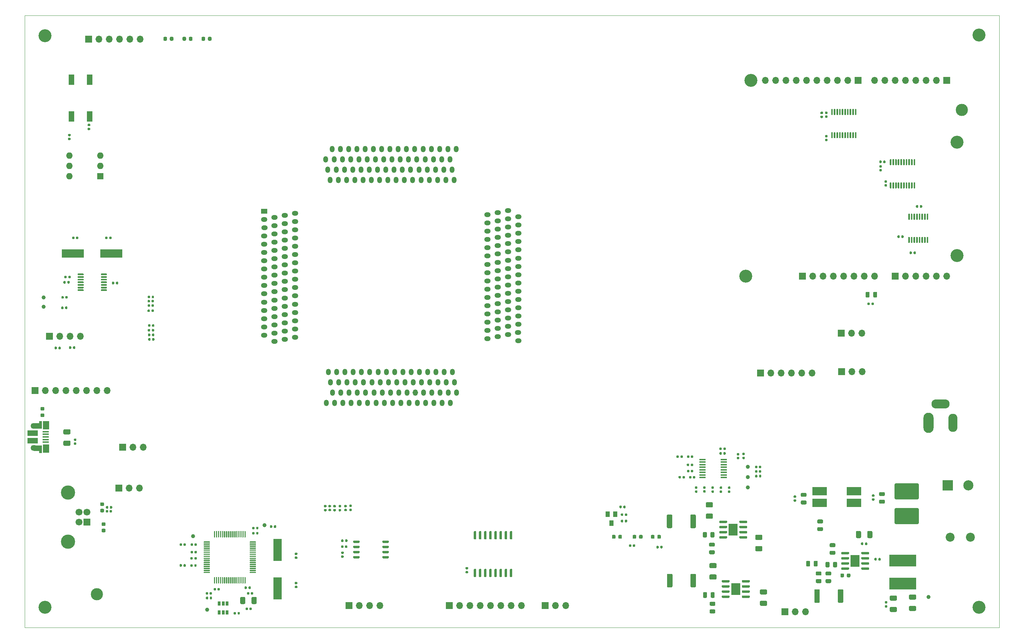
<source format=gbr>
G04 #@! TF.GenerationSoftware,KiCad,Pcbnew,5.1.6-c6e7f7d~87~ubuntu18.04.1*
G04 #@! TF.CreationDate,2020-08-14T22:16:59+05:30*
G04 #@! TF.ProjectId,Aardonyx,41617264-6f6e-4797-982e-6b696361645f,v1.0*
G04 #@! TF.SameCoordinates,Original*
G04 #@! TF.FileFunction,Soldermask,Top*
G04 #@! TF.FilePolarity,Negative*
%FSLAX46Y46*%
G04 Gerber Fmt 4.6, Leading zero omitted, Abs format (unit mm)*
G04 Created by KiCad (PCBNEW 5.1.6-c6e7f7d~87~ubuntu18.04.1) date 2020-08-14 22:16:59*
%MOMM*%
%LPD*%
G01*
G04 APERTURE LIST*
G04 #@! TA.AperFunction,Profile*
%ADD10C,0.100000*%
G04 #@! TD*
%ADD11C,3.200000*%
%ADD12C,2.500000*%
%ADD13R,2.500000X2.500000*%
%ADD14O,1.219200X1.574800*%
%ADD15O,1.291200X1.574800*%
%ADD16O,1.219100X1.574800*%
%ADD17O,1.574800X1.219200*%
%ADD18R,1.574800X1.219200*%
%ADD19C,2.200000*%
%ADD20O,1.700000X1.700000*%
%ADD21R,1.700000X1.700000*%
%ADD22O,4.500000X2.250000*%
%ADD23O,2.250000X4.500000*%
%ADD24O,2.500000X5.000000*%
%ADD25R,2.290000X3.000000*%
%ADD26O,1.600000X1.600000*%
%ADD27R,1.600000X1.600000*%
%ADD28R,1.400000X2.600000*%
%ADD29R,1.000000X1.400000*%
%ADD30R,2.500000X1.430000*%
%ADD31O,1.700000X1.350000*%
%ADD32O,1.500000X1.100000*%
%ADD33R,1.650000X0.400000*%
%ADD34R,1.500000X2.000000*%
%ADD35R,0.700000X1.825000*%
%ADD36R,2.000000X1.350000*%
%ADD37R,5.500000X2.000000*%
%ADD38R,3.660000X2.085000*%
%ADD39R,6.600000X2.850000*%
%ADD40C,3.000000*%
%ADD41C,1.000000*%
%ADD42C,3.500000*%
%ADD43C,1.700000*%
%ADD44R,0.650000X1.060000*%
%ADD45R,2.000000X5.500000*%
%ADD46R,1.600000X0.410000*%
G04 APERTURE END LIST*
D10*
X43561000Y-162560000D02*
X43561000Y-11684000D01*
X283824680Y-162562540D02*
X43561000Y-162557460D01*
X283824680Y-11684000D02*
X283824680Y-162560000D01*
X43561000Y-11684000D02*
X283824680Y-11684000D01*
D11*
X278825000Y-16564000D03*
G36*
G01*
X47698950Y-109798600D02*
X48211450Y-109798600D01*
G75*
G02*
X48430200Y-110017350I0J-218750D01*
G01*
X48430200Y-110454850D01*
G75*
G02*
X48211450Y-110673600I-218750J0D01*
G01*
X47698950Y-110673600D01*
G75*
G02*
X47480200Y-110454850I0J218750D01*
G01*
X47480200Y-110017350D01*
G75*
G02*
X47698950Y-109798600I218750J0D01*
G01*
G37*
G36*
G01*
X47698950Y-108223600D02*
X48211450Y-108223600D01*
G75*
G02*
X48430200Y-108442350I0J-218750D01*
G01*
X48430200Y-108879850D01*
G75*
G02*
X48211450Y-109098600I-218750J0D01*
G01*
X47698950Y-109098600D01*
G75*
G02*
X47480200Y-108879850I0J218750D01*
G01*
X47480200Y-108442350D01*
G75*
G02*
X47698950Y-108223600I218750J0D01*
G01*
G37*
G36*
G01*
X126140000Y-145075000D02*
X126140000Y-145375000D01*
G75*
G02*
X125990000Y-145525000I-150000J0D01*
G01*
X124690000Y-145525000D01*
G75*
G02*
X124540000Y-145375000I0J150000D01*
G01*
X124540000Y-145075000D01*
G75*
G02*
X124690000Y-144925000I150000J0D01*
G01*
X125990000Y-144925000D01*
G75*
G02*
X126140000Y-145075000I0J-150000D01*
G01*
G37*
G36*
G01*
X126140000Y-143805000D02*
X126140000Y-144105000D01*
G75*
G02*
X125990000Y-144255000I-150000J0D01*
G01*
X124690000Y-144255000D01*
G75*
G02*
X124540000Y-144105000I0J150000D01*
G01*
X124540000Y-143805000D01*
G75*
G02*
X124690000Y-143655000I150000J0D01*
G01*
X125990000Y-143655000D01*
G75*
G02*
X126140000Y-143805000I0J-150000D01*
G01*
G37*
G36*
G01*
X126140000Y-142535000D02*
X126140000Y-142835000D01*
G75*
G02*
X125990000Y-142985000I-150000J0D01*
G01*
X124690000Y-142985000D01*
G75*
G02*
X124540000Y-142835000I0J150000D01*
G01*
X124540000Y-142535000D01*
G75*
G02*
X124690000Y-142385000I150000J0D01*
G01*
X125990000Y-142385000D01*
G75*
G02*
X126140000Y-142535000I0J-150000D01*
G01*
G37*
G36*
G01*
X126140000Y-141265000D02*
X126140000Y-141565000D01*
G75*
G02*
X125990000Y-141715000I-150000J0D01*
G01*
X124690000Y-141715000D01*
G75*
G02*
X124540000Y-141565000I0J150000D01*
G01*
X124540000Y-141265000D01*
G75*
G02*
X124690000Y-141115000I150000J0D01*
G01*
X125990000Y-141115000D01*
G75*
G02*
X126140000Y-141265000I0J-150000D01*
G01*
G37*
G36*
G01*
X133340000Y-141265000D02*
X133340000Y-141565000D01*
G75*
G02*
X133190000Y-141715000I-150000J0D01*
G01*
X131890000Y-141715000D01*
G75*
G02*
X131740000Y-141565000I0J150000D01*
G01*
X131740000Y-141265000D01*
G75*
G02*
X131890000Y-141115000I150000J0D01*
G01*
X133190000Y-141115000D01*
G75*
G02*
X133340000Y-141265000I0J-150000D01*
G01*
G37*
G36*
G01*
X133340000Y-142535000D02*
X133340000Y-142835000D01*
G75*
G02*
X133190000Y-142985000I-150000J0D01*
G01*
X131890000Y-142985000D01*
G75*
G02*
X131740000Y-142835000I0J150000D01*
G01*
X131740000Y-142535000D01*
G75*
G02*
X131890000Y-142385000I150000J0D01*
G01*
X133190000Y-142385000D01*
G75*
G02*
X133340000Y-142535000I0J-150000D01*
G01*
G37*
G36*
G01*
X133340000Y-143805000D02*
X133340000Y-144105000D01*
G75*
G02*
X133190000Y-144255000I-150000J0D01*
G01*
X131890000Y-144255000D01*
G75*
G02*
X131740000Y-144105000I0J150000D01*
G01*
X131740000Y-143805000D01*
G75*
G02*
X131890000Y-143655000I150000J0D01*
G01*
X133190000Y-143655000D01*
G75*
G02*
X133340000Y-143805000I0J-150000D01*
G01*
G37*
G36*
G01*
X133340000Y-145075000D02*
X133340000Y-145375000D01*
G75*
G02*
X133190000Y-145525000I-150000J0D01*
G01*
X131890000Y-145525000D01*
G75*
G02*
X131740000Y-145375000I0J150000D01*
G01*
X131740000Y-145075000D01*
G75*
G02*
X131890000Y-144925000I150000J0D01*
G01*
X133190000Y-144925000D01*
G75*
G02*
X133340000Y-145075000I0J-150000D01*
G01*
G37*
D12*
X276199600Y-127508000D03*
D13*
X271119600Y-127508000D03*
D14*
X142924200Y-99595600D03*
X147004200Y-99595600D03*
X149044200Y-99595600D03*
X123544200Y-104675600D03*
X125584200Y-104675600D03*
X144964200Y-99595600D03*
X138844200Y-99595600D03*
X127624200Y-104675600D03*
X140884200Y-99595600D03*
X145984200Y-104675600D03*
X143944200Y-104675600D03*
X135784200Y-104675600D03*
X129664200Y-104675600D03*
X136804200Y-99595600D03*
X132724200Y-99595600D03*
X130684200Y-99595600D03*
X137824200Y-104675600D03*
X134764200Y-99595600D03*
X150064200Y-104675600D03*
X141904200Y-104675600D03*
X128644200Y-99595600D03*
X131704200Y-104675600D03*
X122524200Y-99595600D03*
X121504200Y-104675600D03*
X120484200Y-99595600D03*
X148024200Y-104675600D03*
X133744200Y-104675600D03*
D15*
X139864200Y-104675600D03*
D14*
X124564200Y-99595600D03*
X118444200Y-99595600D03*
X126604200Y-99595600D03*
X148534200Y-107215600D03*
X134254200Y-107215600D03*
X128134200Y-107215600D03*
X144454200Y-107215600D03*
X138334200Y-107215600D03*
X146494200Y-107215600D03*
X132214200Y-107215600D03*
X142414200Y-107215600D03*
X136294200Y-107215600D03*
X130174200Y-107215600D03*
X140374200Y-107215600D03*
X139354200Y-102135600D03*
X119974200Y-107215600D03*
X149554200Y-102135600D03*
D16*
X124054200Y-107215600D03*
D14*
X122014200Y-107215600D03*
X137314200Y-102135600D03*
X123034200Y-102135600D03*
X145474200Y-102135600D03*
X147514200Y-102135600D03*
X119464200Y-104675600D03*
X120994200Y-102135600D03*
X118954200Y-102135600D03*
X127114200Y-102135600D03*
X125074200Y-102135600D03*
X131194200Y-102135600D03*
X126094200Y-107215600D03*
X143434200Y-102135600D03*
X135274200Y-102135600D03*
X141394200Y-102135600D03*
X133234200Y-102135600D03*
X117934200Y-107215600D03*
X129154200Y-102135600D03*
D17*
X105179200Y-81850600D03*
X105179200Y-79810600D03*
X105179200Y-85930600D03*
X105179200Y-87970600D03*
X105179200Y-69610600D03*
X105179200Y-67570600D03*
X105179200Y-71650600D03*
X105179200Y-65530600D03*
X105179200Y-77770600D03*
X105179200Y-73690600D03*
X105179200Y-92050600D03*
X105179200Y-90010600D03*
X105179200Y-75730600D03*
X105179200Y-83890600D03*
X105179200Y-63490600D03*
X105179200Y-61450600D03*
X107719200Y-69100600D03*
X107719200Y-85420600D03*
X107719200Y-65020600D03*
X107719200Y-89500600D03*
X107719200Y-87460600D03*
X107719200Y-73180600D03*
X107719200Y-81340600D03*
X107719200Y-75220600D03*
X107719200Y-71140600D03*
X107719200Y-67060600D03*
X107719200Y-91540600D03*
X107719200Y-77260600D03*
X107719200Y-79300600D03*
X107719200Y-60940600D03*
X107719200Y-83380600D03*
X107719200Y-62980600D03*
D18*
X102639200Y-59920600D03*
D17*
X102639200Y-61960600D03*
X102675200Y-64000600D03*
X102639200Y-66040600D03*
X102639200Y-68080600D03*
X102639200Y-70120600D03*
X102639200Y-72160600D03*
X102639200Y-74200600D03*
X102639200Y-76240600D03*
X102639200Y-78280600D03*
X102639200Y-80320600D03*
X102639200Y-82360600D03*
X102639200Y-84400600D03*
X102639200Y-86440600D03*
X102639200Y-88480600D03*
X102639200Y-90520600D03*
X110259200Y-66550600D03*
X110259200Y-68590600D03*
X110259200Y-60430600D03*
X110259200Y-62470600D03*
X110259200Y-70630600D03*
X110259200Y-64510600D03*
X110259200Y-76750600D03*
X110259200Y-72670600D03*
X110259200Y-74710600D03*
X110259200Y-78790600D03*
X110259200Y-80830600D03*
X110259200Y-82870600D03*
X110259200Y-84910600D03*
X110259200Y-86950600D03*
X110259200Y-88990600D03*
X110259200Y-91030600D03*
X165229200Y-81720600D03*
X165229200Y-69480600D03*
X165229200Y-75600600D03*
X165229200Y-73560600D03*
X165229200Y-63360600D03*
X162689200Y-76110600D03*
X165229200Y-85800600D03*
X157609200Y-83250600D03*
X165229200Y-65400600D03*
X162689200Y-61830600D03*
X165229200Y-67440600D03*
X165229200Y-79680600D03*
X157609200Y-89370600D03*
X157609200Y-85290600D03*
X157609200Y-91410600D03*
X162689200Y-69990600D03*
X165229200Y-77640600D03*
X165193200Y-89880600D03*
X160149200Y-60300600D03*
X165229200Y-71520600D03*
X160149200Y-70500600D03*
X165229200Y-61320600D03*
X162689200Y-90390600D03*
X165229200Y-87840600D03*
X160149200Y-64380600D03*
X160149200Y-88860600D03*
X160149200Y-72540600D03*
X160149200Y-82740600D03*
X160149200Y-62340600D03*
X160149200Y-90900600D03*
X157609200Y-64890600D03*
X160149200Y-86820600D03*
X160149200Y-78660600D03*
X165229200Y-83760600D03*
X160149200Y-84780600D03*
X162689200Y-78150600D03*
X162689200Y-65910600D03*
X157609200Y-81210600D03*
X160149200Y-66420600D03*
X157609200Y-60810600D03*
X160149200Y-74580600D03*
X157609200Y-68970600D03*
X162689200Y-59790600D03*
X160149200Y-68460600D03*
X157609200Y-87330600D03*
X160149200Y-76620600D03*
X165229200Y-91920600D03*
X157609200Y-62850600D03*
X157609200Y-66930600D03*
X162689200Y-67950600D03*
X162689200Y-88350600D03*
X162689200Y-84270600D03*
X157609200Y-73050600D03*
X162689200Y-74070600D03*
X162689200Y-80190600D03*
X157609200Y-77130600D03*
X157609200Y-79170600D03*
X162689200Y-72030600D03*
X157609200Y-75090600D03*
X157609200Y-71010600D03*
X160149200Y-80700600D03*
X162689200Y-86310600D03*
X162689200Y-82230600D03*
X162689200Y-63870600D03*
D14*
X139734200Y-44625600D03*
X127494200Y-44625600D03*
X133614200Y-44625600D03*
X131574200Y-44625600D03*
X121374200Y-44625600D03*
X134124200Y-47165600D03*
X143814200Y-44625600D03*
X141264200Y-52245600D03*
X123414200Y-44625600D03*
X119844200Y-47165600D03*
X125454200Y-44625600D03*
X137694200Y-44625600D03*
X147384200Y-52245600D03*
X143304200Y-52245600D03*
X149424200Y-52245600D03*
X128004200Y-47165600D03*
X135654200Y-44625600D03*
X147894200Y-44625600D03*
X118314200Y-49705600D03*
X129534200Y-44625600D03*
X128514200Y-49705600D03*
X119334200Y-44625600D03*
X148404200Y-47165600D03*
X145854200Y-44625600D03*
X122394200Y-49705600D03*
X146874200Y-49705600D03*
X130554200Y-49705600D03*
X140754200Y-49705600D03*
X120354200Y-49705600D03*
X148914200Y-49705600D03*
X122904200Y-52245600D03*
X144834200Y-49705600D03*
X136674200Y-49705600D03*
X141774200Y-44625600D03*
X142794200Y-49705600D03*
X136164200Y-47165600D03*
X123924200Y-47165600D03*
X139224200Y-52245600D03*
X124434200Y-49705600D03*
X118824200Y-52245600D03*
X132594200Y-49705600D03*
X126984200Y-52245600D03*
X117804200Y-47165600D03*
X126474200Y-49705600D03*
X145344200Y-52245600D03*
X134634200Y-49705600D03*
X149934200Y-44625600D03*
X120864200Y-52245600D03*
X124944200Y-52245600D03*
X125964200Y-47165600D03*
X146364200Y-47165600D03*
X142284200Y-47165600D03*
X131064200Y-52245600D03*
X132084200Y-47165600D03*
X138204200Y-47165600D03*
X135144200Y-52245600D03*
X137184200Y-52245600D03*
X130044200Y-47165600D03*
X133104200Y-52245600D03*
X129024200Y-52245600D03*
X138714200Y-49705600D03*
X144324200Y-47165600D03*
X140244200Y-47165600D03*
X121884200Y-47165600D03*
D19*
X276653000Y-140309600D03*
X271653000Y-140309600D03*
G36*
G01*
X263613000Y-137105000D02*
X258357000Y-137105000D01*
G75*
G02*
X257985000Y-136733000I0J372000D01*
G01*
X257985000Y-133477000D01*
G75*
G02*
X258357000Y-133105000I372000J0D01*
G01*
X263613000Y-133105000D01*
G75*
G02*
X263985000Y-133477000I0J-372000D01*
G01*
X263985000Y-136733000D01*
G75*
G02*
X263613000Y-137105000I-372000J0D01*
G01*
G37*
G36*
G01*
X263613000Y-131005000D02*
X258357000Y-131005000D01*
G75*
G02*
X257985000Y-130633000I0J372000D01*
G01*
X257985000Y-127377000D01*
G75*
G02*
X258357000Y-127005000I372000J0D01*
G01*
X263613000Y-127005000D01*
G75*
G02*
X263985000Y-127377000I0J-372000D01*
G01*
X263985000Y-130633000D01*
G75*
G02*
X263613000Y-131005000I-372000J0D01*
G01*
G37*
D20*
X131165600Y-157149800D03*
X128625600Y-157149800D03*
X126085600Y-157149800D03*
D21*
X123545600Y-157149800D03*
D22*
X269332000Y-107421000D03*
D23*
X272332000Y-112121000D03*
D24*
X266332000Y-112121000D03*
D11*
X221282600Y-75947200D03*
G36*
G01*
X251905000Y-82606100D02*
X251905000Y-82951100D01*
G75*
G02*
X251757500Y-83098600I-147500J0D01*
G01*
X251462500Y-83098600D01*
G75*
G02*
X251315000Y-82951100I0J147500D01*
G01*
X251315000Y-82606100D01*
G75*
G02*
X251462500Y-82458600I147500J0D01*
G01*
X251757500Y-82458600D01*
G75*
G02*
X251905000Y-82606100I0J-147500D01*
G01*
G37*
G36*
G01*
X252875000Y-82606100D02*
X252875000Y-82951100D01*
G75*
G02*
X252727500Y-83098600I-147500J0D01*
G01*
X252432500Y-83098600D01*
G75*
G02*
X252285000Y-82951100I0J147500D01*
G01*
X252285000Y-82606100D01*
G75*
G02*
X252432500Y-82458600I147500J0D01*
G01*
X252727500Y-82458600D01*
G75*
G02*
X252875000Y-82606100I0J-147500D01*
G01*
G37*
G36*
G01*
X251820500Y-80061750D02*
X251820500Y-80974250D01*
G75*
G02*
X251576750Y-81218000I-243750J0D01*
G01*
X251089250Y-81218000D01*
G75*
G02*
X250845500Y-80974250I0J243750D01*
G01*
X250845500Y-80061750D01*
G75*
G02*
X251089250Y-79818000I243750J0D01*
G01*
X251576750Y-79818000D01*
G75*
G02*
X251820500Y-80061750I0J-243750D01*
G01*
G37*
G36*
G01*
X253695500Y-80061750D02*
X253695500Y-80974250D01*
G75*
G02*
X253451750Y-81218000I-243750J0D01*
G01*
X252964250Y-81218000D01*
G75*
G02*
X252720500Y-80974250I0J243750D01*
G01*
X252720500Y-80061750D01*
G75*
G02*
X252964250Y-79818000I243750J0D01*
G01*
X253451750Y-79818000D01*
G75*
G02*
X253695500Y-80061750I0J-243750D01*
G01*
G37*
D25*
X218219200Y-138430800D03*
G36*
G01*
X216719200Y-140185800D02*
X216719200Y-140485800D01*
G75*
G02*
X216569200Y-140635800I-150000J0D01*
G01*
X214919200Y-140635800D01*
G75*
G02*
X214769200Y-140485800I0J150000D01*
G01*
X214769200Y-140185800D01*
G75*
G02*
X214919200Y-140035800I150000J0D01*
G01*
X216569200Y-140035800D01*
G75*
G02*
X216719200Y-140185800I0J-150000D01*
G01*
G37*
G36*
G01*
X216719200Y-138915800D02*
X216719200Y-139215800D01*
G75*
G02*
X216569200Y-139365800I-150000J0D01*
G01*
X214919200Y-139365800D01*
G75*
G02*
X214769200Y-139215800I0J150000D01*
G01*
X214769200Y-138915800D01*
G75*
G02*
X214919200Y-138765800I150000J0D01*
G01*
X216569200Y-138765800D01*
G75*
G02*
X216719200Y-138915800I0J-150000D01*
G01*
G37*
G36*
G01*
X216719200Y-137645800D02*
X216719200Y-137945800D01*
G75*
G02*
X216569200Y-138095800I-150000J0D01*
G01*
X214919200Y-138095800D01*
G75*
G02*
X214769200Y-137945800I0J150000D01*
G01*
X214769200Y-137645800D01*
G75*
G02*
X214919200Y-137495800I150000J0D01*
G01*
X216569200Y-137495800D01*
G75*
G02*
X216719200Y-137645800I0J-150000D01*
G01*
G37*
G36*
G01*
X216719200Y-136375800D02*
X216719200Y-136675800D01*
G75*
G02*
X216569200Y-136825800I-150000J0D01*
G01*
X214919200Y-136825800D01*
G75*
G02*
X214769200Y-136675800I0J150000D01*
G01*
X214769200Y-136375800D01*
G75*
G02*
X214919200Y-136225800I150000J0D01*
G01*
X216569200Y-136225800D01*
G75*
G02*
X216719200Y-136375800I0J-150000D01*
G01*
G37*
G36*
G01*
X221669200Y-136375800D02*
X221669200Y-136675800D01*
G75*
G02*
X221519200Y-136825800I-150000J0D01*
G01*
X219869200Y-136825800D01*
G75*
G02*
X219719200Y-136675800I0J150000D01*
G01*
X219719200Y-136375800D01*
G75*
G02*
X219869200Y-136225800I150000J0D01*
G01*
X221519200Y-136225800D01*
G75*
G02*
X221669200Y-136375800I0J-150000D01*
G01*
G37*
G36*
G01*
X221669200Y-137645800D02*
X221669200Y-137945800D01*
G75*
G02*
X221519200Y-138095800I-150000J0D01*
G01*
X219869200Y-138095800D01*
G75*
G02*
X219719200Y-137945800I0J150000D01*
G01*
X219719200Y-137645800D01*
G75*
G02*
X219869200Y-137495800I150000J0D01*
G01*
X221519200Y-137495800D01*
G75*
G02*
X221669200Y-137645800I0J-150000D01*
G01*
G37*
G36*
G01*
X221669200Y-138915800D02*
X221669200Y-139215800D01*
G75*
G02*
X221519200Y-139365800I-150000J0D01*
G01*
X219869200Y-139365800D01*
G75*
G02*
X219719200Y-139215800I0J150000D01*
G01*
X219719200Y-138915800D01*
G75*
G02*
X219869200Y-138765800I150000J0D01*
G01*
X221519200Y-138765800D01*
G75*
G02*
X221669200Y-138915800I0J-150000D01*
G01*
G37*
G36*
G01*
X221669200Y-140185800D02*
X221669200Y-140485800D01*
G75*
G02*
X221519200Y-140635800I-150000J0D01*
G01*
X219869200Y-140635800D01*
G75*
G02*
X219719200Y-140485800I0J150000D01*
G01*
X219719200Y-140185800D01*
G75*
G02*
X219869200Y-140035800I150000J0D01*
G01*
X221519200Y-140035800D01*
G75*
G02*
X221669200Y-140185800I0J-150000D01*
G01*
G37*
X218839000Y-153058200D03*
G36*
G01*
X217339000Y-154813200D02*
X217339000Y-155113200D01*
G75*
G02*
X217189000Y-155263200I-150000J0D01*
G01*
X215539000Y-155263200D01*
G75*
G02*
X215389000Y-155113200I0J150000D01*
G01*
X215389000Y-154813200D01*
G75*
G02*
X215539000Y-154663200I150000J0D01*
G01*
X217189000Y-154663200D01*
G75*
G02*
X217339000Y-154813200I0J-150000D01*
G01*
G37*
G36*
G01*
X217339000Y-153543200D02*
X217339000Y-153843200D01*
G75*
G02*
X217189000Y-153993200I-150000J0D01*
G01*
X215539000Y-153993200D01*
G75*
G02*
X215389000Y-153843200I0J150000D01*
G01*
X215389000Y-153543200D01*
G75*
G02*
X215539000Y-153393200I150000J0D01*
G01*
X217189000Y-153393200D01*
G75*
G02*
X217339000Y-153543200I0J-150000D01*
G01*
G37*
G36*
G01*
X217339000Y-152273200D02*
X217339000Y-152573200D01*
G75*
G02*
X217189000Y-152723200I-150000J0D01*
G01*
X215539000Y-152723200D01*
G75*
G02*
X215389000Y-152573200I0J150000D01*
G01*
X215389000Y-152273200D01*
G75*
G02*
X215539000Y-152123200I150000J0D01*
G01*
X217189000Y-152123200D01*
G75*
G02*
X217339000Y-152273200I0J-150000D01*
G01*
G37*
G36*
G01*
X217339000Y-151003200D02*
X217339000Y-151303200D01*
G75*
G02*
X217189000Y-151453200I-150000J0D01*
G01*
X215539000Y-151453200D01*
G75*
G02*
X215389000Y-151303200I0J150000D01*
G01*
X215389000Y-151003200D01*
G75*
G02*
X215539000Y-150853200I150000J0D01*
G01*
X217189000Y-150853200D01*
G75*
G02*
X217339000Y-151003200I0J-150000D01*
G01*
G37*
G36*
G01*
X222289000Y-151003200D02*
X222289000Y-151303200D01*
G75*
G02*
X222139000Y-151453200I-150000J0D01*
G01*
X220489000Y-151453200D01*
G75*
G02*
X220339000Y-151303200I0J150000D01*
G01*
X220339000Y-151003200D01*
G75*
G02*
X220489000Y-150853200I150000J0D01*
G01*
X222139000Y-150853200D01*
G75*
G02*
X222289000Y-151003200I0J-150000D01*
G01*
G37*
G36*
G01*
X222289000Y-152273200D02*
X222289000Y-152573200D01*
G75*
G02*
X222139000Y-152723200I-150000J0D01*
G01*
X220489000Y-152723200D01*
G75*
G02*
X220339000Y-152573200I0J150000D01*
G01*
X220339000Y-152273200D01*
G75*
G02*
X220489000Y-152123200I150000J0D01*
G01*
X222139000Y-152123200D01*
G75*
G02*
X222289000Y-152273200I0J-150000D01*
G01*
G37*
G36*
G01*
X222289000Y-153543200D02*
X222289000Y-153843200D01*
G75*
G02*
X222139000Y-153993200I-150000J0D01*
G01*
X220489000Y-153993200D01*
G75*
G02*
X220339000Y-153843200I0J150000D01*
G01*
X220339000Y-153543200D01*
G75*
G02*
X220489000Y-153393200I150000J0D01*
G01*
X222139000Y-153393200D01*
G75*
G02*
X222289000Y-153543200I0J-150000D01*
G01*
G37*
G36*
G01*
X222289000Y-154813200D02*
X222289000Y-155113200D01*
G75*
G02*
X222139000Y-155263200I-150000J0D01*
G01*
X220489000Y-155263200D01*
G75*
G02*
X220339000Y-155113200I0J150000D01*
G01*
X220339000Y-154813200D01*
G75*
G02*
X220489000Y-154663200I150000J0D01*
G01*
X222139000Y-154663200D01*
G75*
G02*
X222289000Y-154813200I0J-150000D01*
G01*
G37*
G36*
G01*
X242663800Y-36230200D02*
X242463800Y-36230200D01*
G75*
G02*
X242363800Y-36130200I0J100000D01*
G01*
X242363800Y-34855200D01*
G75*
G02*
X242463800Y-34755200I100000J0D01*
G01*
X242663800Y-34755200D01*
G75*
G02*
X242763800Y-34855200I0J-100000D01*
G01*
X242763800Y-36130200D01*
G75*
G02*
X242663800Y-36230200I-100000J0D01*
G01*
G37*
G36*
G01*
X243313800Y-36230200D02*
X243113800Y-36230200D01*
G75*
G02*
X243013800Y-36130200I0J100000D01*
G01*
X243013800Y-34855200D01*
G75*
G02*
X243113800Y-34755200I100000J0D01*
G01*
X243313800Y-34755200D01*
G75*
G02*
X243413800Y-34855200I0J-100000D01*
G01*
X243413800Y-36130200D01*
G75*
G02*
X243313800Y-36230200I-100000J0D01*
G01*
G37*
G36*
G01*
X243963800Y-36230200D02*
X243763800Y-36230200D01*
G75*
G02*
X243663800Y-36130200I0J100000D01*
G01*
X243663800Y-34855200D01*
G75*
G02*
X243763800Y-34755200I100000J0D01*
G01*
X243963800Y-34755200D01*
G75*
G02*
X244063800Y-34855200I0J-100000D01*
G01*
X244063800Y-36130200D01*
G75*
G02*
X243963800Y-36230200I-100000J0D01*
G01*
G37*
G36*
G01*
X244613800Y-36230200D02*
X244413800Y-36230200D01*
G75*
G02*
X244313800Y-36130200I0J100000D01*
G01*
X244313800Y-34855200D01*
G75*
G02*
X244413800Y-34755200I100000J0D01*
G01*
X244613800Y-34755200D01*
G75*
G02*
X244713800Y-34855200I0J-100000D01*
G01*
X244713800Y-36130200D01*
G75*
G02*
X244613800Y-36230200I-100000J0D01*
G01*
G37*
G36*
G01*
X245263800Y-36230200D02*
X245063800Y-36230200D01*
G75*
G02*
X244963800Y-36130200I0J100000D01*
G01*
X244963800Y-34855200D01*
G75*
G02*
X245063800Y-34755200I100000J0D01*
G01*
X245263800Y-34755200D01*
G75*
G02*
X245363800Y-34855200I0J-100000D01*
G01*
X245363800Y-36130200D01*
G75*
G02*
X245263800Y-36230200I-100000J0D01*
G01*
G37*
G36*
G01*
X245913800Y-36230200D02*
X245713800Y-36230200D01*
G75*
G02*
X245613800Y-36130200I0J100000D01*
G01*
X245613800Y-34855200D01*
G75*
G02*
X245713800Y-34755200I100000J0D01*
G01*
X245913800Y-34755200D01*
G75*
G02*
X246013800Y-34855200I0J-100000D01*
G01*
X246013800Y-36130200D01*
G75*
G02*
X245913800Y-36230200I-100000J0D01*
G01*
G37*
G36*
G01*
X246563800Y-36230200D02*
X246363800Y-36230200D01*
G75*
G02*
X246263800Y-36130200I0J100000D01*
G01*
X246263800Y-34855200D01*
G75*
G02*
X246363800Y-34755200I100000J0D01*
G01*
X246563800Y-34755200D01*
G75*
G02*
X246663800Y-34855200I0J-100000D01*
G01*
X246663800Y-36130200D01*
G75*
G02*
X246563800Y-36230200I-100000J0D01*
G01*
G37*
G36*
G01*
X247213800Y-36230200D02*
X247013800Y-36230200D01*
G75*
G02*
X246913800Y-36130200I0J100000D01*
G01*
X246913800Y-34855200D01*
G75*
G02*
X247013800Y-34755200I100000J0D01*
G01*
X247213800Y-34755200D01*
G75*
G02*
X247313800Y-34855200I0J-100000D01*
G01*
X247313800Y-36130200D01*
G75*
G02*
X247213800Y-36230200I-100000J0D01*
G01*
G37*
G36*
G01*
X247863800Y-36230200D02*
X247663800Y-36230200D01*
G75*
G02*
X247563800Y-36130200I0J100000D01*
G01*
X247563800Y-34855200D01*
G75*
G02*
X247663800Y-34755200I100000J0D01*
G01*
X247863800Y-34755200D01*
G75*
G02*
X247963800Y-34855200I0J-100000D01*
G01*
X247963800Y-36130200D01*
G75*
G02*
X247863800Y-36230200I-100000J0D01*
G01*
G37*
G36*
G01*
X248513800Y-36230200D02*
X248313800Y-36230200D01*
G75*
G02*
X248213800Y-36130200I0J100000D01*
G01*
X248213800Y-34855200D01*
G75*
G02*
X248313800Y-34755200I100000J0D01*
G01*
X248513800Y-34755200D01*
G75*
G02*
X248613800Y-34855200I0J-100000D01*
G01*
X248613800Y-36130200D01*
G75*
G02*
X248513800Y-36230200I-100000J0D01*
G01*
G37*
G36*
G01*
X248513800Y-41955200D02*
X248313800Y-41955200D01*
G75*
G02*
X248213800Y-41855200I0J100000D01*
G01*
X248213800Y-40580200D01*
G75*
G02*
X248313800Y-40480200I100000J0D01*
G01*
X248513800Y-40480200D01*
G75*
G02*
X248613800Y-40580200I0J-100000D01*
G01*
X248613800Y-41855200D01*
G75*
G02*
X248513800Y-41955200I-100000J0D01*
G01*
G37*
G36*
G01*
X247863800Y-41955200D02*
X247663800Y-41955200D01*
G75*
G02*
X247563800Y-41855200I0J100000D01*
G01*
X247563800Y-40580200D01*
G75*
G02*
X247663800Y-40480200I100000J0D01*
G01*
X247863800Y-40480200D01*
G75*
G02*
X247963800Y-40580200I0J-100000D01*
G01*
X247963800Y-41855200D01*
G75*
G02*
X247863800Y-41955200I-100000J0D01*
G01*
G37*
G36*
G01*
X247213800Y-41955200D02*
X247013800Y-41955200D01*
G75*
G02*
X246913800Y-41855200I0J100000D01*
G01*
X246913800Y-40580200D01*
G75*
G02*
X247013800Y-40480200I100000J0D01*
G01*
X247213800Y-40480200D01*
G75*
G02*
X247313800Y-40580200I0J-100000D01*
G01*
X247313800Y-41855200D01*
G75*
G02*
X247213800Y-41955200I-100000J0D01*
G01*
G37*
G36*
G01*
X246563800Y-41955200D02*
X246363800Y-41955200D01*
G75*
G02*
X246263800Y-41855200I0J100000D01*
G01*
X246263800Y-40580200D01*
G75*
G02*
X246363800Y-40480200I100000J0D01*
G01*
X246563800Y-40480200D01*
G75*
G02*
X246663800Y-40580200I0J-100000D01*
G01*
X246663800Y-41855200D01*
G75*
G02*
X246563800Y-41955200I-100000J0D01*
G01*
G37*
G36*
G01*
X245913800Y-41955200D02*
X245713800Y-41955200D01*
G75*
G02*
X245613800Y-41855200I0J100000D01*
G01*
X245613800Y-40580200D01*
G75*
G02*
X245713800Y-40480200I100000J0D01*
G01*
X245913800Y-40480200D01*
G75*
G02*
X246013800Y-40580200I0J-100000D01*
G01*
X246013800Y-41855200D01*
G75*
G02*
X245913800Y-41955200I-100000J0D01*
G01*
G37*
G36*
G01*
X245263800Y-41955200D02*
X245063800Y-41955200D01*
G75*
G02*
X244963800Y-41855200I0J100000D01*
G01*
X244963800Y-40580200D01*
G75*
G02*
X245063800Y-40480200I100000J0D01*
G01*
X245263800Y-40480200D01*
G75*
G02*
X245363800Y-40580200I0J-100000D01*
G01*
X245363800Y-41855200D01*
G75*
G02*
X245263800Y-41955200I-100000J0D01*
G01*
G37*
G36*
G01*
X244613800Y-41955200D02*
X244413800Y-41955200D01*
G75*
G02*
X244313800Y-41855200I0J100000D01*
G01*
X244313800Y-40580200D01*
G75*
G02*
X244413800Y-40480200I100000J0D01*
G01*
X244613800Y-40480200D01*
G75*
G02*
X244713800Y-40580200I0J-100000D01*
G01*
X244713800Y-41855200D01*
G75*
G02*
X244613800Y-41955200I-100000J0D01*
G01*
G37*
G36*
G01*
X243963800Y-41955200D02*
X243763800Y-41955200D01*
G75*
G02*
X243663800Y-41855200I0J100000D01*
G01*
X243663800Y-40580200D01*
G75*
G02*
X243763800Y-40480200I100000J0D01*
G01*
X243963800Y-40480200D01*
G75*
G02*
X244063800Y-40580200I0J-100000D01*
G01*
X244063800Y-41855200D01*
G75*
G02*
X243963800Y-41955200I-100000J0D01*
G01*
G37*
G36*
G01*
X243313800Y-41955200D02*
X243113800Y-41955200D01*
G75*
G02*
X243013800Y-41855200I0J100000D01*
G01*
X243013800Y-40580200D01*
G75*
G02*
X243113800Y-40480200I100000J0D01*
G01*
X243313800Y-40480200D01*
G75*
G02*
X243413800Y-40580200I0J-100000D01*
G01*
X243413800Y-41855200D01*
G75*
G02*
X243313800Y-41955200I-100000J0D01*
G01*
G37*
G36*
G01*
X242663800Y-41955200D02*
X242463800Y-41955200D01*
G75*
G02*
X242363800Y-41855200I0J100000D01*
G01*
X242363800Y-40580200D01*
G75*
G02*
X242463800Y-40480200I100000J0D01*
G01*
X242663800Y-40480200D01*
G75*
G02*
X242763800Y-40580200I0J-100000D01*
G01*
X242763800Y-41855200D01*
G75*
G02*
X242663800Y-41955200I-100000J0D01*
G01*
G37*
G36*
G01*
X257127400Y-48607700D02*
X256927400Y-48607700D01*
G75*
G02*
X256827400Y-48507700I0J100000D01*
G01*
X256827400Y-47232700D01*
G75*
G02*
X256927400Y-47132700I100000J0D01*
G01*
X257127400Y-47132700D01*
G75*
G02*
X257227400Y-47232700I0J-100000D01*
G01*
X257227400Y-48507700D01*
G75*
G02*
X257127400Y-48607700I-100000J0D01*
G01*
G37*
G36*
G01*
X257777400Y-48607700D02*
X257577400Y-48607700D01*
G75*
G02*
X257477400Y-48507700I0J100000D01*
G01*
X257477400Y-47232700D01*
G75*
G02*
X257577400Y-47132700I100000J0D01*
G01*
X257777400Y-47132700D01*
G75*
G02*
X257877400Y-47232700I0J-100000D01*
G01*
X257877400Y-48507700D01*
G75*
G02*
X257777400Y-48607700I-100000J0D01*
G01*
G37*
G36*
G01*
X258427400Y-48607700D02*
X258227400Y-48607700D01*
G75*
G02*
X258127400Y-48507700I0J100000D01*
G01*
X258127400Y-47232700D01*
G75*
G02*
X258227400Y-47132700I100000J0D01*
G01*
X258427400Y-47132700D01*
G75*
G02*
X258527400Y-47232700I0J-100000D01*
G01*
X258527400Y-48507700D01*
G75*
G02*
X258427400Y-48607700I-100000J0D01*
G01*
G37*
G36*
G01*
X259077400Y-48607700D02*
X258877400Y-48607700D01*
G75*
G02*
X258777400Y-48507700I0J100000D01*
G01*
X258777400Y-47232700D01*
G75*
G02*
X258877400Y-47132700I100000J0D01*
G01*
X259077400Y-47132700D01*
G75*
G02*
X259177400Y-47232700I0J-100000D01*
G01*
X259177400Y-48507700D01*
G75*
G02*
X259077400Y-48607700I-100000J0D01*
G01*
G37*
G36*
G01*
X259727400Y-48607700D02*
X259527400Y-48607700D01*
G75*
G02*
X259427400Y-48507700I0J100000D01*
G01*
X259427400Y-47232700D01*
G75*
G02*
X259527400Y-47132700I100000J0D01*
G01*
X259727400Y-47132700D01*
G75*
G02*
X259827400Y-47232700I0J-100000D01*
G01*
X259827400Y-48507700D01*
G75*
G02*
X259727400Y-48607700I-100000J0D01*
G01*
G37*
G36*
G01*
X260377400Y-48607700D02*
X260177400Y-48607700D01*
G75*
G02*
X260077400Y-48507700I0J100000D01*
G01*
X260077400Y-47232700D01*
G75*
G02*
X260177400Y-47132700I100000J0D01*
G01*
X260377400Y-47132700D01*
G75*
G02*
X260477400Y-47232700I0J-100000D01*
G01*
X260477400Y-48507700D01*
G75*
G02*
X260377400Y-48607700I-100000J0D01*
G01*
G37*
G36*
G01*
X261027400Y-48607700D02*
X260827400Y-48607700D01*
G75*
G02*
X260727400Y-48507700I0J100000D01*
G01*
X260727400Y-47232700D01*
G75*
G02*
X260827400Y-47132700I100000J0D01*
G01*
X261027400Y-47132700D01*
G75*
G02*
X261127400Y-47232700I0J-100000D01*
G01*
X261127400Y-48507700D01*
G75*
G02*
X261027400Y-48607700I-100000J0D01*
G01*
G37*
G36*
G01*
X261677400Y-48607700D02*
X261477400Y-48607700D01*
G75*
G02*
X261377400Y-48507700I0J100000D01*
G01*
X261377400Y-47232700D01*
G75*
G02*
X261477400Y-47132700I100000J0D01*
G01*
X261677400Y-47132700D01*
G75*
G02*
X261777400Y-47232700I0J-100000D01*
G01*
X261777400Y-48507700D01*
G75*
G02*
X261677400Y-48607700I-100000J0D01*
G01*
G37*
G36*
G01*
X262327400Y-48607700D02*
X262127400Y-48607700D01*
G75*
G02*
X262027400Y-48507700I0J100000D01*
G01*
X262027400Y-47232700D01*
G75*
G02*
X262127400Y-47132700I100000J0D01*
G01*
X262327400Y-47132700D01*
G75*
G02*
X262427400Y-47232700I0J-100000D01*
G01*
X262427400Y-48507700D01*
G75*
G02*
X262327400Y-48607700I-100000J0D01*
G01*
G37*
G36*
G01*
X262977400Y-48607700D02*
X262777400Y-48607700D01*
G75*
G02*
X262677400Y-48507700I0J100000D01*
G01*
X262677400Y-47232700D01*
G75*
G02*
X262777400Y-47132700I100000J0D01*
G01*
X262977400Y-47132700D01*
G75*
G02*
X263077400Y-47232700I0J-100000D01*
G01*
X263077400Y-48507700D01*
G75*
G02*
X262977400Y-48607700I-100000J0D01*
G01*
G37*
G36*
G01*
X262977400Y-54332700D02*
X262777400Y-54332700D01*
G75*
G02*
X262677400Y-54232700I0J100000D01*
G01*
X262677400Y-52957700D01*
G75*
G02*
X262777400Y-52857700I100000J0D01*
G01*
X262977400Y-52857700D01*
G75*
G02*
X263077400Y-52957700I0J-100000D01*
G01*
X263077400Y-54232700D01*
G75*
G02*
X262977400Y-54332700I-100000J0D01*
G01*
G37*
G36*
G01*
X262327400Y-54332700D02*
X262127400Y-54332700D01*
G75*
G02*
X262027400Y-54232700I0J100000D01*
G01*
X262027400Y-52957700D01*
G75*
G02*
X262127400Y-52857700I100000J0D01*
G01*
X262327400Y-52857700D01*
G75*
G02*
X262427400Y-52957700I0J-100000D01*
G01*
X262427400Y-54232700D01*
G75*
G02*
X262327400Y-54332700I-100000J0D01*
G01*
G37*
G36*
G01*
X261677400Y-54332700D02*
X261477400Y-54332700D01*
G75*
G02*
X261377400Y-54232700I0J100000D01*
G01*
X261377400Y-52957700D01*
G75*
G02*
X261477400Y-52857700I100000J0D01*
G01*
X261677400Y-52857700D01*
G75*
G02*
X261777400Y-52957700I0J-100000D01*
G01*
X261777400Y-54232700D01*
G75*
G02*
X261677400Y-54332700I-100000J0D01*
G01*
G37*
G36*
G01*
X261027400Y-54332700D02*
X260827400Y-54332700D01*
G75*
G02*
X260727400Y-54232700I0J100000D01*
G01*
X260727400Y-52957700D01*
G75*
G02*
X260827400Y-52857700I100000J0D01*
G01*
X261027400Y-52857700D01*
G75*
G02*
X261127400Y-52957700I0J-100000D01*
G01*
X261127400Y-54232700D01*
G75*
G02*
X261027400Y-54332700I-100000J0D01*
G01*
G37*
G36*
G01*
X260377400Y-54332700D02*
X260177400Y-54332700D01*
G75*
G02*
X260077400Y-54232700I0J100000D01*
G01*
X260077400Y-52957700D01*
G75*
G02*
X260177400Y-52857700I100000J0D01*
G01*
X260377400Y-52857700D01*
G75*
G02*
X260477400Y-52957700I0J-100000D01*
G01*
X260477400Y-54232700D01*
G75*
G02*
X260377400Y-54332700I-100000J0D01*
G01*
G37*
G36*
G01*
X259727400Y-54332700D02*
X259527400Y-54332700D01*
G75*
G02*
X259427400Y-54232700I0J100000D01*
G01*
X259427400Y-52957700D01*
G75*
G02*
X259527400Y-52857700I100000J0D01*
G01*
X259727400Y-52857700D01*
G75*
G02*
X259827400Y-52957700I0J-100000D01*
G01*
X259827400Y-54232700D01*
G75*
G02*
X259727400Y-54332700I-100000J0D01*
G01*
G37*
G36*
G01*
X259077400Y-54332700D02*
X258877400Y-54332700D01*
G75*
G02*
X258777400Y-54232700I0J100000D01*
G01*
X258777400Y-52957700D01*
G75*
G02*
X258877400Y-52857700I100000J0D01*
G01*
X259077400Y-52857700D01*
G75*
G02*
X259177400Y-52957700I0J-100000D01*
G01*
X259177400Y-54232700D01*
G75*
G02*
X259077400Y-54332700I-100000J0D01*
G01*
G37*
G36*
G01*
X258427400Y-54332700D02*
X258227400Y-54332700D01*
G75*
G02*
X258127400Y-54232700I0J100000D01*
G01*
X258127400Y-52957700D01*
G75*
G02*
X258227400Y-52857700I100000J0D01*
G01*
X258427400Y-52857700D01*
G75*
G02*
X258527400Y-52957700I0J-100000D01*
G01*
X258527400Y-54232700D01*
G75*
G02*
X258427400Y-54332700I-100000J0D01*
G01*
G37*
G36*
G01*
X257777400Y-54332700D02*
X257577400Y-54332700D01*
G75*
G02*
X257477400Y-54232700I0J100000D01*
G01*
X257477400Y-52957700D01*
G75*
G02*
X257577400Y-52857700I100000J0D01*
G01*
X257777400Y-52857700D01*
G75*
G02*
X257877400Y-52957700I0J-100000D01*
G01*
X257877400Y-54232700D01*
G75*
G02*
X257777400Y-54332700I-100000J0D01*
G01*
G37*
G36*
G01*
X257127400Y-54332700D02*
X256927400Y-54332700D01*
G75*
G02*
X256827400Y-54232700I0J100000D01*
G01*
X256827400Y-52957700D01*
G75*
G02*
X256927400Y-52857700I100000J0D01*
G01*
X257127400Y-52857700D01*
G75*
G02*
X257227400Y-52957700I0J-100000D01*
G01*
X257227400Y-54232700D01*
G75*
G02*
X257127400Y-54332700I-100000J0D01*
G01*
G37*
G36*
G01*
X261654000Y-62044000D02*
X261454000Y-62044000D01*
G75*
G02*
X261354000Y-61944000I0J100000D01*
G01*
X261354000Y-60669000D01*
G75*
G02*
X261454000Y-60569000I100000J0D01*
G01*
X261654000Y-60569000D01*
G75*
G02*
X261754000Y-60669000I0J-100000D01*
G01*
X261754000Y-61944000D01*
G75*
G02*
X261654000Y-62044000I-100000J0D01*
G01*
G37*
G36*
G01*
X262304000Y-62044000D02*
X262104000Y-62044000D01*
G75*
G02*
X262004000Y-61944000I0J100000D01*
G01*
X262004000Y-60669000D01*
G75*
G02*
X262104000Y-60569000I100000J0D01*
G01*
X262304000Y-60569000D01*
G75*
G02*
X262404000Y-60669000I0J-100000D01*
G01*
X262404000Y-61944000D01*
G75*
G02*
X262304000Y-62044000I-100000J0D01*
G01*
G37*
G36*
G01*
X262954000Y-62044000D02*
X262754000Y-62044000D01*
G75*
G02*
X262654000Y-61944000I0J100000D01*
G01*
X262654000Y-60669000D01*
G75*
G02*
X262754000Y-60569000I100000J0D01*
G01*
X262954000Y-60569000D01*
G75*
G02*
X263054000Y-60669000I0J-100000D01*
G01*
X263054000Y-61944000D01*
G75*
G02*
X262954000Y-62044000I-100000J0D01*
G01*
G37*
G36*
G01*
X263604000Y-62044000D02*
X263404000Y-62044000D01*
G75*
G02*
X263304000Y-61944000I0J100000D01*
G01*
X263304000Y-60669000D01*
G75*
G02*
X263404000Y-60569000I100000J0D01*
G01*
X263604000Y-60569000D01*
G75*
G02*
X263704000Y-60669000I0J-100000D01*
G01*
X263704000Y-61944000D01*
G75*
G02*
X263604000Y-62044000I-100000J0D01*
G01*
G37*
G36*
G01*
X264254000Y-62044000D02*
X264054000Y-62044000D01*
G75*
G02*
X263954000Y-61944000I0J100000D01*
G01*
X263954000Y-60669000D01*
G75*
G02*
X264054000Y-60569000I100000J0D01*
G01*
X264254000Y-60569000D01*
G75*
G02*
X264354000Y-60669000I0J-100000D01*
G01*
X264354000Y-61944000D01*
G75*
G02*
X264254000Y-62044000I-100000J0D01*
G01*
G37*
G36*
G01*
X264904000Y-62044000D02*
X264704000Y-62044000D01*
G75*
G02*
X264604000Y-61944000I0J100000D01*
G01*
X264604000Y-60669000D01*
G75*
G02*
X264704000Y-60569000I100000J0D01*
G01*
X264904000Y-60569000D01*
G75*
G02*
X265004000Y-60669000I0J-100000D01*
G01*
X265004000Y-61944000D01*
G75*
G02*
X264904000Y-62044000I-100000J0D01*
G01*
G37*
G36*
G01*
X265554000Y-62044000D02*
X265354000Y-62044000D01*
G75*
G02*
X265254000Y-61944000I0J100000D01*
G01*
X265254000Y-60669000D01*
G75*
G02*
X265354000Y-60569000I100000J0D01*
G01*
X265554000Y-60569000D01*
G75*
G02*
X265654000Y-60669000I0J-100000D01*
G01*
X265654000Y-61944000D01*
G75*
G02*
X265554000Y-62044000I-100000J0D01*
G01*
G37*
G36*
G01*
X266204000Y-62044000D02*
X266004000Y-62044000D01*
G75*
G02*
X265904000Y-61944000I0J100000D01*
G01*
X265904000Y-60669000D01*
G75*
G02*
X266004000Y-60569000I100000J0D01*
G01*
X266204000Y-60569000D01*
G75*
G02*
X266304000Y-60669000I0J-100000D01*
G01*
X266304000Y-61944000D01*
G75*
G02*
X266204000Y-62044000I-100000J0D01*
G01*
G37*
G36*
G01*
X266204000Y-67769000D02*
X266004000Y-67769000D01*
G75*
G02*
X265904000Y-67669000I0J100000D01*
G01*
X265904000Y-66394000D01*
G75*
G02*
X266004000Y-66294000I100000J0D01*
G01*
X266204000Y-66294000D01*
G75*
G02*
X266304000Y-66394000I0J-100000D01*
G01*
X266304000Y-67669000D01*
G75*
G02*
X266204000Y-67769000I-100000J0D01*
G01*
G37*
G36*
G01*
X265554000Y-67769000D02*
X265354000Y-67769000D01*
G75*
G02*
X265254000Y-67669000I0J100000D01*
G01*
X265254000Y-66394000D01*
G75*
G02*
X265354000Y-66294000I100000J0D01*
G01*
X265554000Y-66294000D01*
G75*
G02*
X265654000Y-66394000I0J-100000D01*
G01*
X265654000Y-67669000D01*
G75*
G02*
X265554000Y-67769000I-100000J0D01*
G01*
G37*
G36*
G01*
X264904000Y-67769000D02*
X264704000Y-67769000D01*
G75*
G02*
X264604000Y-67669000I0J100000D01*
G01*
X264604000Y-66394000D01*
G75*
G02*
X264704000Y-66294000I100000J0D01*
G01*
X264904000Y-66294000D01*
G75*
G02*
X265004000Y-66394000I0J-100000D01*
G01*
X265004000Y-67669000D01*
G75*
G02*
X264904000Y-67769000I-100000J0D01*
G01*
G37*
G36*
G01*
X264254000Y-67769000D02*
X264054000Y-67769000D01*
G75*
G02*
X263954000Y-67669000I0J100000D01*
G01*
X263954000Y-66394000D01*
G75*
G02*
X264054000Y-66294000I100000J0D01*
G01*
X264254000Y-66294000D01*
G75*
G02*
X264354000Y-66394000I0J-100000D01*
G01*
X264354000Y-67669000D01*
G75*
G02*
X264254000Y-67769000I-100000J0D01*
G01*
G37*
G36*
G01*
X263604000Y-67769000D02*
X263404000Y-67769000D01*
G75*
G02*
X263304000Y-67669000I0J100000D01*
G01*
X263304000Y-66394000D01*
G75*
G02*
X263404000Y-66294000I100000J0D01*
G01*
X263604000Y-66294000D01*
G75*
G02*
X263704000Y-66394000I0J-100000D01*
G01*
X263704000Y-67669000D01*
G75*
G02*
X263604000Y-67769000I-100000J0D01*
G01*
G37*
G36*
G01*
X262954000Y-67769000D02*
X262754000Y-67769000D01*
G75*
G02*
X262654000Y-67669000I0J100000D01*
G01*
X262654000Y-66394000D01*
G75*
G02*
X262754000Y-66294000I100000J0D01*
G01*
X262954000Y-66294000D01*
G75*
G02*
X263054000Y-66394000I0J-100000D01*
G01*
X263054000Y-67669000D01*
G75*
G02*
X262954000Y-67769000I-100000J0D01*
G01*
G37*
G36*
G01*
X262304000Y-67769000D02*
X262104000Y-67769000D01*
G75*
G02*
X262004000Y-67669000I0J100000D01*
G01*
X262004000Y-66394000D01*
G75*
G02*
X262104000Y-66294000I100000J0D01*
G01*
X262304000Y-66294000D01*
G75*
G02*
X262404000Y-66394000I0J-100000D01*
G01*
X262404000Y-67669000D01*
G75*
G02*
X262304000Y-67769000I-100000J0D01*
G01*
G37*
G36*
G01*
X261654000Y-67769000D02*
X261454000Y-67769000D01*
G75*
G02*
X261354000Y-67669000I0J100000D01*
G01*
X261354000Y-66394000D01*
G75*
G02*
X261454000Y-66294000I100000J0D01*
G01*
X261654000Y-66294000D01*
G75*
G02*
X261754000Y-66394000I0J-100000D01*
G01*
X261754000Y-67669000D01*
G75*
G02*
X261654000Y-67769000I-100000J0D01*
G01*
G37*
X248273800Y-146126200D03*
G36*
G01*
X249773800Y-144371200D02*
X249773800Y-144071200D01*
G75*
G02*
X249923800Y-143921200I150000J0D01*
G01*
X251573800Y-143921200D01*
G75*
G02*
X251723800Y-144071200I0J-150000D01*
G01*
X251723800Y-144371200D01*
G75*
G02*
X251573800Y-144521200I-150000J0D01*
G01*
X249923800Y-144521200D01*
G75*
G02*
X249773800Y-144371200I0J150000D01*
G01*
G37*
G36*
G01*
X249773800Y-145641200D02*
X249773800Y-145341200D01*
G75*
G02*
X249923800Y-145191200I150000J0D01*
G01*
X251573800Y-145191200D01*
G75*
G02*
X251723800Y-145341200I0J-150000D01*
G01*
X251723800Y-145641200D01*
G75*
G02*
X251573800Y-145791200I-150000J0D01*
G01*
X249923800Y-145791200D01*
G75*
G02*
X249773800Y-145641200I0J150000D01*
G01*
G37*
G36*
G01*
X249773800Y-146911200D02*
X249773800Y-146611200D01*
G75*
G02*
X249923800Y-146461200I150000J0D01*
G01*
X251573800Y-146461200D01*
G75*
G02*
X251723800Y-146611200I0J-150000D01*
G01*
X251723800Y-146911200D01*
G75*
G02*
X251573800Y-147061200I-150000J0D01*
G01*
X249923800Y-147061200D01*
G75*
G02*
X249773800Y-146911200I0J150000D01*
G01*
G37*
G36*
G01*
X249773800Y-148181200D02*
X249773800Y-147881200D01*
G75*
G02*
X249923800Y-147731200I150000J0D01*
G01*
X251573800Y-147731200D01*
G75*
G02*
X251723800Y-147881200I0J-150000D01*
G01*
X251723800Y-148181200D01*
G75*
G02*
X251573800Y-148331200I-150000J0D01*
G01*
X249923800Y-148331200D01*
G75*
G02*
X249773800Y-148181200I0J150000D01*
G01*
G37*
G36*
G01*
X244823800Y-148181200D02*
X244823800Y-147881200D01*
G75*
G02*
X244973800Y-147731200I150000J0D01*
G01*
X246623800Y-147731200D01*
G75*
G02*
X246773800Y-147881200I0J-150000D01*
G01*
X246773800Y-148181200D01*
G75*
G02*
X246623800Y-148331200I-150000J0D01*
G01*
X244973800Y-148331200D01*
G75*
G02*
X244823800Y-148181200I0J150000D01*
G01*
G37*
G36*
G01*
X244823800Y-146911200D02*
X244823800Y-146611200D01*
G75*
G02*
X244973800Y-146461200I150000J0D01*
G01*
X246623800Y-146461200D01*
G75*
G02*
X246773800Y-146611200I0J-150000D01*
G01*
X246773800Y-146911200D01*
G75*
G02*
X246623800Y-147061200I-150000J0D01*
G01*
X244973800Y-147061200D01*
G75*
G02*
X244823800Y-146911200I0J150000D01*
G01*
G37*
G36*
G01*
X244823800Y-145641200D02*
X244823800Y-145341200D01*
G75*
G02*
X244973800Y-145191200I150000J0D01*
G01*
X246623800Y-145191200D01*
G75*
G02*
X246773800Y-145341200I0J-150000D01*
G01*
X246773800Y-145641200D01*
G75*
G02*
X246623800Y-145791200I-150000J0D01*
G01*
X244973800Y-145791200D01*
G75*
G02*
X244823800Y-145641200I0J150000D01*
G01*
G37*
G36*
G01*
X244823800Y-144371200D02*
X244823800Y-144071200D01*
G75*
G02*
X244973800Y-143921200I150000J0D01*
G01*
X246623800Y-143921200D01*
G75*
G02*
X246773800Y-144071200I0J-150000D01*
G01*
X246773800Y-144371200D01*
G75*
G02*
X246623800Y-144521200I-150000J0D01*
G01*
X244973800Y-144521200D01*
G75*
G02*
X244823800Y-144371200I0J150000D01*
G01*
G37*
G36*
G01*
X62373800Y-75620000D02*
X62373800Y-75420000D01*
G75*
G02*
X62473800Y-75320000I100000J0D01*
G01*
X63748800Y-75320000D01*
G75*
G02*
X63848800Y-75420000I0J-100000D01*
G01*
X63848800Y-75620000D01*
G75*
G02*
X63748800Y-75720000I-100000J0D01*
G01*
X62473800Y-75720000D01*
G75*
G02*
X62373800Y-75620000I0J100000D01*
G01*
G37*
G36*
G01*
X62373800Y-76270000D02*
X62373800Y-76070000D01*
G75*
G02*
X62473800Y-75970000I100000J0D01*
G01*
X63748800Y-75970000D01*
G75*
G02*
X63848800Y-76070000I0J-100000D01*
G01*
X63848800Y-76270000D01*
G75*
G02*
X63748800Y-76370000I-100000J0D01*
G01*
X62473800Y-76370000D01*
G75*
G02*
X62373800Y-76270000I0J100000D01*
G01*
G37*
G36*
G01*
X62373800Y-76920000D02*
X62373800Y-76720000D01*
G75*
G02*
X62473800Y-76620000I100000J0D01*
G01*
X63748800Y-76620000D01*
G75*
G02*
X63848800Y-76720000I0J-100000D01*
G01*
X63848800Y-76920000D01*
G75*
G02*
X63748800Y-77020000I-100000J0D01*
G01*
X62473800Y-77020000D01*
G75*
G02*
X62373800Y-76920000I0J100000D01*
G01*
G37*
G36*
G01*
X62373800Y-77570000D02*
X62373800Y-77370000D01*
G75*
G02*
X62473800Y-77270000I100000J0D01*
G01*
X63748800Y-77270000D01*
G75*
G02*
X63848800Y-77370000I0J-100000D01*
G01*
X63848800Y-77570000D01*
G75*
G02*
X63748800Y-77670000I-100000J0D01*
G01*
X62473800Y-77670000D01*
G75*
G02*
X62373800Y-77570000I0J100000D01*
G01*
G37*
G36*
G01*
X62373800Y-78220000D02*
X62373800Y-78020000D01*
G75*
G02*
X62473800Y-77920000I100000J0D01*
G01*
X63748800Y-77920000D01*
G75*
G02*
X63848800Y-78020000I0J-100000D01*
G01*
X63848800Y-78220000D01*
G75*
G02*
X63748800Y-78320000I-100000J0D01*
G01*
X62473800Y-78320000D01*
G75*
G02*
X62373800Y-78220000I0J100000D01*
G01*
G37*
G36*
G01*
X62373800Y-78870000D02*
X62373800Y-78670000D01*
G75*
G02*
X62473800Y-78570000I100000J0D01*
G01*
X63748800Y-78570000D01*
G75*
G02*
X63848800Y-78670000I0J-100000D01*
G01*
X63848800Y-78870000D01*
G75*
G02*
X63748800Y-78970000I-100000J0D01*
G01*
X62473800Y-78970000D01*
G75*
G02*
X62373800Y-78870000I0J100000D01*
G01*
G37*
G36*
G01*
X62373800Y-79520000D02*
X62373800Y-79320000D01*
G75*
G02*
X62473800Y-79220000I100000J0D01*
G01*
X63748800Y-79220000D01*
G75*
G02*
X63848800Y-79320000I0J-100000D01*
G01*
X63848800Y-79520000D01*
G75*
G02*
X63748800Y-79620000I-100000J0D01*
G01*
X62473800Y-79620000D01*
G75*
G02*
X62373800Y-79520000I0J100000D01*
G01*
G37*
G36*
G01*
X56648800Y-79520000D02*
X56648800Y-79320000D01*
G75*
G02*
X56748800Y-79220000I100000J0D01*
G01*
X58023800Y-79220000D01*
G75*
G02*
X58123800Y-79320000I0J-100000D01*
G01*
X58123800Y-79520000D01*
G75*
G02*
X58023800Y-79620000I-100000J0D01*
G01*
X56748800Y-79620000D01*
G75*
G02*
X56648800Y-79520000I0J100000D01*
G01*
G37*
G36*
G01*
X56648800Y-78870000D02*
X56648800Y-78670000D01*
G75*
G02*
X56748800Y-78570000I100000J0D01*
G01*
X58023800Y-78570000D01*
G75*
G02*
X58123800Y-78670000I0J-100000D01*
G01*
X58123800Y-78870000D01*
G75*
G02*
X58023800Y-78970000I-100000J0D01*
G01*
X56748800Y-78970000D01*
G75*
G02*
X56648800Y-78870000I0J100000D01*
G01*
G37*
G36*
G01*
X56648800Y-78220000D02*
X56648800Y-78020000D01*
G75*
G02*
X56748800Y-77920000I100000J0D01*
G01*
X58023800Y-77920000D01*
G75*
G02*
X58123800Y-78020000I0J-100000D01*
G01*
X58123800Y-78220000D01*
G75*
G02*
X58023800Y-78320000I-100000J0D01*
G01*
X56748800Y-78320000D01*
G75*
G02*
X56648800Y-78220000I0J100000D01*
G01*
G37*
G36*
G01*
X56648800Y-77570000D02*
X56648800Y-77370000D01*
G75*
G02*
X56748800Y-77270000I100000J0D01*
G01*
X58023800Y-77270000D01*
G75*
G02*
X58123800Y-77370000I0J-100000D01*
G01*
X58123800Y-77570000D01*
G75*
G02*
X58023800Y-77670000I-100000J0D01*
G01*
X56748800Y-77670000D01*
G75*
G02*
X56648800Y-77570000I0J100000D01*
G01*
G37*
G36*
G01*
X56648800Y-76920000D02*
X56648800Y-76720000D01*
G75*
G02*
X56748800Y-76620000I100000J0D01*
G01*
X58023800Y-76620000D01*
G75*
G02*
X58123800Y-76720000I0J-100000D01*
G01*
X58123800Y-76920000D01*
G75*
G02*
X58023800Y-77020000I-100000J0D01*
G01*
X56748800Y-77020000D01*
G75*
G02*
X56648800Y-76920000I0J100000D01*
G01*
G37*
G36*
G01*
X56648800Y-76270000D02*
X56648800Y-76070000D01*
G75*
G02*
X56748800Y-75970000I100000J0D01*
G01*
X58023800Y-75970000D01*
G75*
G02*
X58123800Y-76070000I0J-100000D01*
G01*
X58123800Y-76270000D01*
G75*
G02*
X58023800Y-76370000I-100000J0D01*
G01*
X56748800Y-76370000D01*
G75*
G02*
X56648800Y-76270000I0J100000D01*
G01*
G37*
G36*
G01*
X56648800Y-75620000D02*
X56648800Y-75420000D01*
G75*
G02*
X56748800Y-75320000I100000J0D01*
G01*
X58023800Y-75320000D01*
G75*
G02*
X58123800Y-75420000I0J-100000D01*
G01*
X58123800Y-75620000D01*
G75*
G02*
X58023800Y-75720000I-100000J0D01*
G01*
X56748800Y-75720000D01*
G75*
G02*
X56648800Y-75620000I0J100000D01*
G01*
G37*
D26*
X54589800Y-51317800D03*
X62209800Y-46237800D03*
X54589800Y-48777800D03*
X62209800Y-48777800D03*
X54589800Y-46237800D03*
D27*
X62209800Y-51317800D03*
D28*
X55128600Y-36630200D03*
X55128600Y-27530200D03*
X59628600Y-36630200D03*
X59628600Y-27530200D03*
G36*
G01*
X54417300Y-41855800D02*
X54762300Y-41855800D01*
G75*
G02*
X54909800Y-42003300I0J-147500D01*
G01*
X54909800Y-42298300D01*
G75*
G02*
X54762300Y-42445800I-147500J0D01*
G01*
X54417300Y-42445800D01*
G75*
G02*
X54269800Y-42298300I0J147500D01*
G01*
X54269800Y-42003300D01*
G75*
G02*
X54417300Y-41855800I147500J0D01*
G01*
G37*
G36*
G01*
X54417300Y-40885800D02*
X54762300Y-40885800D01*
G75*
G02*
X54909800Y-41033300I0J-147500D01*
G01*
X54909800Y-41328300D01*
G75*
G02*
X54762300Y-41475800I-147500J0D01*
G01*
X54417300Y-41475800D01*
G75*
G02*
X54269800Y-41328300I0J147500D01*
G01*
X54269800Y-41033300D01*
G75*
G02*
X54417300Y-40885800I147500J0D01*
G01*
G37*
G36*
G01*
X117832500Y-132950000D02*
X117487500Y-132950000D01*
G75*
G02*
X117340000Y-132802500I0J147500D01*
G01*
X117340000Y-132507500D01*
G75*
G02*
X117487500Y-132360000I147500J0D01*
G01*
X117832500Y-132360000D01*
G75*
G02*
X117980000Y-132507500I0J-147500D01*
G01*
X117980000Y-132802500D01*
G75*
G02*
X117832500Y-132950000I-147500J0D01*
G01*
G37*
G36*
G01*
X117832500Y-133920000D02*
X117487500Y-133920000D01*
G75*
G02*
X117340000Y-133772500I0J147500D01*
G01*
X117340000Y-133477500D01*
G75*
G02*
X117487500Y-133330000I147500J0D01*
G01*
X117832500Y-133330000D01*
G75*
G02*
X117980000Y-133477500I0J-147500D01*
G01*
X117980000Y-133772500D01*
G75*
G02*
X117832500Y-133920000I-147500J0D01*
G01*
G37*
G36*
G01*
X122832500Y-132930000D02*
X122487500Y-132930000D01*
G75*
G02*
X122340000Y-132782500I0J147500D01*
G01*
X122340000Y-132487500D01*
G75*
G02*
X122487500Y-132340000I147500J0D01*
G01*
X122832500Y-132340000D01*
G75*
G02*
X122980000Y-132487500I0J-147500D01*
G01*
X122980000Y-132782500D01*
G75*
G02*
X122832500Y-132930000I-147500J0D01*
G01*
G37*
G36*
G01*
X122832500Y-133900000D02*
X122487500Y-133900000D01*
G75*
G02*
X122340000Y-133752500I0J147500D01*
G01*
X122340000Y-133457500D01*
G75*
G02*
X122487500Y-133310000I147500J0D01*
G01*
X122832500Y-133310000D01*
G75*
G02*
X122980000Y-133457500I0J-147500D01*
G01*
X122980000Y-133752500D01*
G75*
G02*
X122832500Y-133900000I-147500J0D01*
G01*
G37*
G36*
G01*
X118932500Y-132930000D02*
X118587500Y-132930000D01*
G75*
G02*
X118440000Y-132782500I0J147500D01*
G01*
X118440000Y-132487500D01*
G75*
G02*
X118587500Y-132340000I147500J0D01*
G01*
X118932500Y-132340000D01*
G75*
G02*
X119080000Y-132487500I0J-147500D01*
G01*
X119080000Y-132782500D01*
G75*
G02*
X118932500Y-132930000I-147500J0D01*
G01*
G37*
G36*
G01*
X118932500Y-133900000D02*
X118587500Y-133900000D01*
G75*
G02*
X118440000Y-133752500I0J147500D01*
G01*
X118440000Y-133457500D01*
G75*
G02*
X118587500Y-133310000I147500J0D01*
G01*
X118932500Y-133310000D01*
G75*
G02*
X119080000Y-133457500I0J-147500D01*
G01*
X119080000Y-133752500D01*
G75*
G02*
X118932500Y-133900000I-147500J0D01*
G01*
G37*
G36*
G01*
X121442500Y-132950000D02*
X121097500Y-132950000D01*
G75*
G02*
X120950000Y-132802500I0J147500D01*
G01*
X120950000Y-132507500D01*
G75*
G02*
X121097500Y-132360000I147500J0D01*
G01*
X121442500Y-132360000D01*
G75*
G02*
X121590000Y-132507500I0J-147500D01*
G01*
X121590000Y-132802500D01*
G75*
G02*
X121442500Y-132950000I-147500J0D01*
G01*
G37*
G36*
G01*
X121442500Y-133920000D02*
X121097500Y-133920000D01*
G75*
G02*
X120950000Y-133772500I0J147500D01*
G01*
X120950000Y-133477500D01*
G75*
G02*
X121097500Y-133330000I147500J0D01*
G01*
X121442500Y-133330000D01*
G75*
G02*
X121590000Y-133477500I0J-147500D01*
G01*
X121590000Y-133772500D01*
G75*
G02*
X121442500Y-133920000I-147500J0D01*
G01*
G37*
G36*
G01*
X124072500Y-132875000D02*
X123727500Y-132875000D01*
G75*
G02*
X123580000Y-132727500I0J147500D01*
G01*
X123580000Y-132432500D01*
G75*
G02*
X123727500Y-132285000I147500J0D01*
G01*
X124072500Y-132285000D01*
G75*
G02*
X124220000Y-132432500I0J-147500D01*
G01*
X124220000Y-132727500D01*
G75*
G02*
X124072500Y-132875000I-147500J0D01*
G01*
G37*
G36*
G01*
X124072500Y-133845000D02*
X123727500Y-133845000D01*
G75*
G02*
X123580000Y-133697500I0J147500D01*
G01*
X123580000Y-133402500D01*
G75*
G02*
X123727500Y-133255000I147500J0D01*
G01*
X124072500Y-133255000D01*
G75*
G02*
X124220000Y-133402500I0J-147500D01*
G01*
X124220000Y-133697500D01*
G75*
G02*
X124072500Y-133845000I-147500J0D01*
G01*
G37*
G36*
G01*
X120122500Y-132960000D02*
X119777500Y-132960000D01*
G75*
G02*
X119630000Y-132812500I0J147500D01*
G01*
X119630000Y-132517500D01*
G75*
G02*
X119777500Y-132370000I147500J0D01*
G01*
X120122500Y-132370000D01*
G75*
G02*
X120270000Y-132517500I0J-147500D01*
G01*
X120270000Y-132812500D01*
G75*
G02*
X120122500Y-132960000I-147500J0D01*
G01*
G37*
G36*
G01*
X120122500Y-133930000D02*
X119777500Y-133930000D01*
G75*
G02*
X119630000Y-133782500I0J147500D01*
G01*
X119630000Y-133487500D01*
G75*
G02*
X119777500Y-133340000I147500J0D01*
G01*
X120122500Y-133340000D01*
G75*
G02*
X120270000Y-133487500I0J-147500D01*
G01*
X120270000Y-133782500D01*
G75*
G02*
X120122500Y-133930000I-147500J0D01*
G01*
G37*
G36*
G01*
X74462000Y-83028500D02*
X74462000Y-83373500D01*
G75*
G02*
X74314500Y-83521000I-147500J0D01*
G01*
X74019500Y-83521000D01*
G75*
G02*
X73872000Y-83373500I0J147500D01*
G01*
X73872000Y-83028500D01*
G75*
G02*
X74019500Y-82881000I147500J0D01*
G01*
X74314500Y-82881000D01*
G75*
G02*
X74462000Y-83028500I0J-147500D01*
G01*
G37*
G36*
G01*
X75432000Y-83028500D02*
X75432000Y-83373500D01*
G75*
G02*
X75284500Y-83521000I-147500J0D01*
G01*
X74989500Y-83521000D01*
G75*
G02*
X74842000Y-83373500I0J147500D01*
G01*
X74842000Y-83028500D01*
G75*
G02*
X74989500Y-82881000I147500J0D01*
G01*
X75284500Y-82881000D01*
G75*
G02*
X75432000Y-83028500I0J-147500D01*
G01*
G37*
G36*
G01*
X74452000Y-84308500D02*
X74452000Y-84653500D01*
G75*
G02*
X74304500Y-84801000I-147500J0D01*
G01*
X74009500Y-84801000D01*
G75*
G02*
X73862000Y-84653500I0J147500D01*
G01*
X73862000Y-84308500D01*
G75*
G02*
X74009500Y-84161000I147500J0D01*
G01*
X74304500Y-84161000D01*
G75*
G02*
X74452000Y-84308500I0J-147500D01*
G01*
G37*
G36*
G01*
X75422000Y-84308500D02*
X75422000Y-84653500D01*
G75*
G02*
X75274500Y-84801000I-147500J0D01*
G01*
X74979500Y-84801000D01*
G75*
G02*
X74832000Y-84653500I0J147500D01*
G01*
X74832000Y-84308500D01*
G75*
G02*
X74979500Y-84161000I147500J0D01*
G01*
X75274500Y-84161000D01*
G75*
G02*
X75422000Y-84308500I0J-147500D01*
G01*
G37*
G36*
G01*
X74502000Y-80918500D02*
X74502000Y-81263500D01*
G75*
G02*
X74354500Y-81411000I-147500J0D01*
G01*
X74059500Y-81411000D01*
G75*
G02*
X73912000Y-81263500I0J147500D01*
G01*
X73912000Y-80918500D01*
G75*
G02*
X74059500Y-80771000I147500J0D01*
G01*
X74354500Y-80771000D01*
G75*
G02*
X74502000Y-80918500I0J-147500D01*
G01*
G37*
G36*
G01*
X75472000Y-80918500D02*
X75472000Y-81263500D01*
G75*
G02*
X75324500Y-81411000I-147500J0D01*
G01*
X75029500Y-81411000D01*
G75*
G02*
X74882000Y-81263500I0J147500D01*
G01*
X74882000Y-80918500D01*
G75*
G02*
X75029500Y-80771000I147500J0D01*
G01*
X75324500Y-80771000D01*
G75*
G02*
X75472000Y-80918500I0J-147500D01*
G01*
G37*
G36*
G01*
X74462000Y-81938500D02*
X74462000Y-82283500D01*
G75*
G02*
X74314500Y-82431000I-147500J0D01*
G01*
X74019500Y-82431000D01*
G75*
G02*
X73872000Y-82283500I0J147500D01*
G01*
X73872000Y-81938500D01*
G75*
G02*
X74019500Y-81791000I147500J0D01*
G01*
X74314500Y-81791000D01*
G75*
G02*
X74462000Y-81938500I0J-147500D01*
G01*
G37*
G36*
G01*
X75432000Y-81938500D02*
X75432000Y-82283500D01*
G75*
G02*
X75284500Y-82431000I-147500J0D01*
G01*
X74989500Y-82431000D01*
G75*
G02*
X74842000Y-82283500I0J147500D01*
G01*
X74842000Y-81938500D01*
G75*
G02*
X74989500Y-81791000I147500J0D01*
G01*
X75284500Y-81791000D01*
G75*
G02*
X75432000Y-81938500I0J-147500D01*
G01*
G37*
G36*
G01*
X74579000Y-87957500D02*
X74579000Y-88302500D01*
G75*
G02*
X74431500Y-88450000I-147500J0D01*
G01*
X74136500Y-88450000D01*
G75*
G02*
X73989000Y-88302500I0J147500D01*
G01*
X73989000Y-87957500D01*
G75*
G02*
X74136500Y-87810000I147500J0D01*
G01*
X74431500Y-87810000D01*
G75*
G02*
X74579000Y-87957500I0J-147500D01*
G01*
G37*
G36*
G01*
X75549000Y-87957500D02*
X75549000Y-88302500D01*
G75*
G02*
X75401500Y-88450000I-147500J0D01*
G01*
X75106500Y-88450000D01*
G75*
G02*
X74959000Y-88302500I0J147500D01*
G01*
X74959000Y-87957500D01*
G75*
G02*
X75106500Y-87810000I147500J0D01*
G01*
X75401500Y-87810000D01*
G75*
G02*
X75549000Y-87957500I0J-147500D01*
G01*
G37*
G36*
G01*
X74524000Y-89107500D02*
X74524000Y-89452500D01*
G75*
G02*
X74376500Y-89600000I-147500J0D01*
G01*
X74081500Y-89600000D01*
G75*
G02*
X73934000Y-89452500I0J147500D01*
G01*
X73934000Y-89107500D01*
G75*
G02*
X74081500Y-88960000I147500J0D01*
G01*
X74376500Y-88960000D01*
G75*
G02*
X74524000Y-89107500I0J-147500D01*
G01*
G37*
G36*
G01*
X75494000Y-89107500D02*
X75494000Y-89452500D01*
G75*
G02*
X75346500Y-89600000I-147500J0D01*
G01*
X75051500Y-89600000D01*
G75*
G02*
X74904000Y-89452500I0J147500D01*
G01*
X74904000Y-89107500D01*
G75*
G02*
X75051500Y-88960000I147500J0D01*
G01*
X75346500Y-88960000D01*
G75*
G02*
X75494000Y-89107500I0J-147500D01*
G01*
G37*
G36*
G01*
X74600000Y-91367500D02*
X74600000Y-91712500D01*
G75*
G02*
X74452500Y-91860000I-147500J0D01*
G01*
X74157500Y-91860000D01*
G75*
G02*
X74010000Y-91712500I0J147500D01*
G01*
X74010000Y-91367500D01*
G75*
G02*
X74157500Y-91220000I147500J0D01*
G01*
X74452500Y-91220000D01*
G75*
G02*
X74600000Y-91367500I0J-147500D01*
G01*
G37*
G36*
G01*
X75570000Y-91367500D02*
X75570000Y-91712500D01*
G75*
G02*
X75422500Y-91860000I-147500J0D01*
G01*
X75127500Y-91860000D01*
G75*
G02*
X74980000Y-91712500I0J147500D01*
G01*
X74980000Y-91367500D01*
G75*
G02*
X75127500Y-91220000I147500J0D01*
G01*
X75422500Y-91220000D01*
G75*
G02*
X75570000Y-91367500I0J-147500D01*
G01*
G37*
G36*
G01*
X74580000Y-90267500D02*
X74580000Y-90612500D01*
G75*
G02*
X74432500Y-90760000I-147500J0D01*
G01*
X74137500Y-90760000D01*
G75*
G02*
X73990000Y-90612500I0J147500D01*
G01*
X73990000Y-90267500D01*
G75*
G02*
X74137500Y-90120000I147500J0D01*
G01*
X74432500Y-90120000D01*
G75*
G02*
X74580000Y-90267500I0J-147500D01*
G01*
G37*
G36*
G01*
X75550000Y-90267500D02*
X75550000Y-90612500D01*
G75*
G02*
X75402500Y-90760000I-147500J0D01*
G01*
X75107500Y-90760000D01*
G75*
G02*
X74960000Y-90612500I0J147500D01*
G01*
X74960000Y-90267500D01*
G75*
G02*
X75107500Y-90120000I147500J0D01*
G01*
X75402500Y-90120000D01*
G75*
G02*
X75550000Y-90267500I0J-147500D01*
G01*
G37*
G36*
G01*
X88788600Y-153980100D02*
X88788600Y-154325100D01*
G75*
G02*
X88641100Y-154472600I-147500J0D01*
G01*
X88346100Y-154472600D01*
G75*
G02*
X88198600Y-154325100I0J147500D01*
G01*
X88198600Y-153980100D01*
G75*
G02*
X88346100Y-153832600I147500J0D01*
G01*
X88641100Y-153832600D01*
G75*
G02*
X88788600Y-153980100I0J-147500D01*
G01*
G37*
G36*
G01*
X89758600Y-153980100D02*
X89758600Y-154325100D01*
G75*
G02*
X89611100Y-154472600I-147500J0D01*
G01*
X89316100Y-154472600D01*
G75*
G02*
X89168600Y-154325100I0J147500D01*
G01*
X89168600Y-153980100D01*
G75*
G02*
X89316100Y-153832600I147500J0D01*
G01*
X89611100Y-153832600D01*
G75*
G02*
X89758600Y-153980100I0J-147500D01*
G01*
G37*
G36*
G01*
X89191600Y-155468100D02*
X89191600Y-155123100D01*
G75*
G02*
X89339100Y-154975600I147500J0D01*
G01*
X89634100Y-154975600D01*
G75*
G02*
X89781600Y-155123100I0J-147500D01*
G01*
X89781600Y-155468100D01*
G75*
G02*
X89634100Y-155615600I-147500J0D01*
G01*
X89339100Y-155615600D01*
G75*
G02*
X89191600Y-155468100I0J147500D01*
G01*
G37*
G36*
G01*
X88221600Y-155468100D02*
X88221600Y-155123100D01*
G75*
G02*
X88369100Y-154975600I147500J0D01*
G01*
X88664100Y-154975600D01*
G75*
G02*
X88811600Y-155123100I0J-147500D01*
G01*
X88811600Y-155468100D01*
G75*
G02*
X88664100Y-155615600I-147500J0D01*
G01*
X88369100Y-155615600D01*
G75*
G02*
X88221600Y-155468100I0J147500D01*
G01*
G37*
G36*
G01*
X100621600Y-139491500D02*
X100621600Y-139146500D01*
G75*
G02*
X100769100Y-138999000I147500J0D01*
G01*
X101064100Y-138999000D01*
G75*
G02*
X101211600Y-139146500I0J-147500D01*
G01*
X101211600Y-139491500D01*
G75*
G02*
X101064100Y-139639000I-147500J0D01*
G01*
X100769100Y-139639000D01*
G75*
G02*
X100621600Y-139491500I0J147500D01*
G01*
G37*
G36*
G01*
X99651600Y-139491500D02*
X99651600Y-139146500D01*
G75*
G02*
X99799100Y-138999000I147500J0D01*
G01*
X100094100Y-138999000D01*
G75*
G02*
X100241600Y-139146500I0J-147500D01*
G01*
X100241600Y-139491500D01*
G75*
G02*
X100094100Y-139639000I-147500J0D01*
G01*
X99799100Y-139639000D01*
G75*
G02*
X99651600Y-139491500I0J147500D01*
G01*
G37*
G36*
G01*
X59583100Y-39002200D02*
X59238100Y-39002200D01*
G75*
G02*
X59090600Y-38854700I0J147500D01*
G01*
X59090600Y-38559700D01*
G75*
G02*
X59238100Y-38412200I147500J0D01*
G01*
X59583100Y-38412200D01*
G75*
G02*
X59730600Y-38559700I0J-147500D01*
G01*
X59730600Y-38854700D01*
G75*
G02*
X59583100Y-39002200I-147500J0D01*
G01*
G37*
G36*
G01*
X59583100Y-39972200D02*
X59238100Y-39972200D01*
G75*
G02*
X59090600Y-39824700I0J147500D01*
G01*
X59090600Y-39529700D01*
G75*
G02*
X59238100Y-39382200I147500J0D01*
G01*
X59583100Y-39382200D01*
G75*
G02*
X59730600Y-39529700I0J-147500D01*
G01*
X59730600Y-39824700D01*
G75*
G02*
X59583100Y-39972200I-147500J0D01*
G01*
G37*
G36*
G01*
X64156800Y-133753300D02*
X64156800Y-134098300D01*
G75*
G02*
X64009300Y-134245800I-147500J0D01*
G01*
X63714300Y-134245800D01*
G75*
G02*
X63566800Y-134098300I0J147500D01*
G01*
X63566800Y-133753300D01*
G75*
G02*
X63714300Y-133605800I147500J0D01*
G01*
X64009300Y-133605800D01*
G75*
G02*
X64156800Y-133753300I0J-147500D01*
G01*
G37*
G36*
G01*
X65126800Y-133753300D02*
X65126800Y-134098300D01*
G75*
G02*
X64979300Y-134245800I-147500J0D01*
G01*
X64684300Y-134245800D01*
G75*
G02*
X64536800Y-134098300I0J147500D01*
G01*
X64536800Y-133753300D01*
G75*
G02*
X64684300Y-133605800I147500J0D01*
G01*
X64979300Y-133605800D01*
G75*
G02*
X65126800Y-133753300I0J-147500D01*
G01*
G37*
G36*
G01*
X64183800Y-132765300D02*
X64183800Y-133110300D01*
G75*
G02*
X64036300Y-133257800I-147500J0D01*
G01*
X63741300Y-133257800D01*
G75*
G02*
X63593800Y-133110300I0J147500D01*
G01*
X63593800Y-132765300D01*
G75*
G02*
X63741300Y-132617800I147500J0D01*
G01*
X64036300Y-132617800D01*
G75*
G02*
X64183800Y-132765300I0J-147500D01*
G01*
G37*
G36*
G01*
X65153800Y-132765300D02*
X65153800Y-133110300D01*
G75*
G02*
X65006300Y-133257800I-147500J0D01*
G01*
X64711300Y-133257800D01*
G75*
G02*
X64563800Y-133110300I0J147500D01*
G01*
X64563800Y-132765300D01*
G75*
G02*
X64711300Y-132617800I147500J0D01*
G01*
X65006300Y-132617800D01*
G75*
G02*
X65153800Y-132765300I0J-147500D01*
G01*
G37*
G36*
G01*
X241335100Y-35963000D02*
X240990100Y-35963000D01*
G75*
G02*
X240842600Y-35815500I0J147500D01*
G01*
X240842600Y-35520500D01*
G75*
G02*
X240990100Y-35373000I147500J0D01*
G01*
X241335100Y-35373000D01*
G75*
G02*
X241482600Y-35520500I0J-147500D01*
G01*
X241482600Y-35815500D01*
G75*
G02*
X241335100Y-35963000I-147500J0D01*
G01*
G37*
G36*
G01*
X241335100Y-36933000D02*
X240990100Y-36933000D01*
G75*
G02*
X240842600Y-36785500I0J147500D01*
G01*
X240842600Y-36490500D01*
G75*
G02*
X240990100Y-36343000I147500J0D01*
G01*
X241335100Y-36343000D01*
G75*
G02*
X241482600Y-36490500I0J-147500D01*
G01*
X241482600Y-36785500D01*
G75*
G02*
X241335100Y-36933000I-147500J0D01*
G01*
G37*
G36*
G01*
X199858000Y-142575500D02*
X199858000Y-142920500D01*
G75*
G02*
X199710500Y-143068000I-147500J0D01*
G01*
X199415500Y-143068000D01*
G75*
G02*
X199268000Y-142920500I0J147500D01*
G01*
X199268000Y-142575500D01*
G75*
G02*
X199415500Y-142428000I147500J0D01*
G01*
X199710500Y-142428000D01*
G75*
G02*
X199858000Y-142575500I0J-147500D01*
G01*
G37*
G36*
G01*
X200828000Y-142575500D02*
X200828000Y-142920500D01*
G75*
G02*
X200680500Y-143068000I-147500J0D01*
G01*
X200385500Y-143068000D01*
G75*
G02*
X200238000Y-142920500I0J147500D01*
G01*
X200238000Y-142575500D01*
G75*
G02*
X200385500Y-142428000I147500J0D01*
G01*
X200680500Y-142428000D01*
G75*
G02*
X200828000Y-142575500I0J-147500D01*
G01*
G37*
G36*
G01*
X239724250Y-149742500D02*
X238811750Y-149742500D01*
G75*
G02*
X238568000Y-149498750I0J243750D01*
G01*
X238568000Y-149011250D01*
G75*
G02*
X238811750Y-148767500I243750J0D01*
G01*
X239724250Y-148767500D01*
G75*
G02*
X239968000Y-149011250I0J-243750D01*
G01*
X239968000Y-149498750D01*
G75*
G02*
X239724250Y-149742500I-243750J0D01*
G01*
G37*
G36*
G01*
X239724250Y-151617500D02*
X238811750Y-151617500D01*
G75*
G02*
X238568000Y-151373750I0J243750D01*
G01*
X238568000Y-150886250D01*
G75*
G02*
X238811750Y-150642500I243750J0D01*
G01*
X239724250Y-150642500D01*
G75*
G02*
X239968000Y-150886250I0J-243750D01*
G01*
X239968000Y-151373750D01*
G75*
G02*
X239724250Y-151617500I-243750J0D01*
G01*
G37*
G36*
G01*
X237167000Y-146355750D02*
X237167000Y-147268250D01*
G75*
G02*
X236923250Y-147512000I-243750J0D01*
G01*
X236435750Y-147512000D01*
G75*
G02*
X236192000Y-147268250I0J243750D01*
G01*
X236192000Y-146355750D01*
G75*
G02*
X236435750Y-146112000I243750J0D01*
G01*
X236923250Y-146112000D01*
G75*
G02*
X237167000Y-146355750I0J-243750D01*
G01*
G37*
G36*
G01*
X239042000Y-146355750D02*
X239042000Y-147268250D01*
G75*
G02*
X238798250Y-147512000I-243750J0D01*
G01*
X238310750Y-147512000D01*
G75*
G02*
X238067000Y-147268250I0J243750D01*
G01*
X238067000Y-146355750D01*
G75*
G02*
X238310750Y-146112000I243750J0D01*
G01*
X238798250Y-146112000D01*
G75*
G02*
X239042000Y-146355750I0J-243750D01*
G01*
G37*
G36*
G01*
X53539600Y-83941700D02*
X53539600Y-83596700D01*
G75*
G02*
X53687100Y-83449200I147500J0D01*
G01*
X53982100Y-83449200D01*
G75*
G02*
X54129600Y-83596700I0J-147500D01*
G01*
X54129600Y-83941700D01*
G75*
G02*
X53982100Y-84089200I-147500J0D01*
G01*
X53687100Y-84089200D01*
G75*
G02*
X53539600Y-83941700I0J147500D01*
G01*
G37*
G36*
G01*
X52569600Y-83941700D02*
X52569600Y-83596700D01*
G75*
G02*
X52717100Y-83449200I147500J0D01*
G01*
X53012100Y-83449200D01*
G75*
G02*
X53159600Y-83596700I0J-147500D01*
G01*
X53159600Y-83941700D01*
G75*
G02*
X53012100Y-84089200I-147500J0D01*
G01*
X52717100Y-84089200D01*
G75*
G02*
X52569600Y-83941700I0J147500D01*
G01*
G37*
G36*
G01*
X53590400Y-81350500D02*
X53590400Y-81005500D01*
G75*
G02*
X53737900Y-80858000I147500J0D01*
G01*
X54032900Y-80858000D01*
G75*
G02*
X54180400Y-81005500I0J-147500D01*
G01*
X54180400Y-81350500D01*
G75*
G02*
X54032900Y-81498000I-147500J0D01*
G01*
X53737900Y-81498000D01*
G75*
G02*
X53590400Y-81350500I0J147500D01*
G01*
G37*
G36*
G01*
X52620400Y-81350500D02*
X52620400Y-81005500D01*
G75*
G02*
X52767900Y-80858000I147500J0D01*
G01*
X53062900Y-80858000D01*
G75*
G02*
X53210400Y-81005500I0J-147500D01*
G01*
X53210400Y-81350500D01*
G75*
G02*
X53062900Y-81498000I-147500J0D01*
G01*
X52767900Y-81498000D01*
G75*
G02*
X52620400Y-81350500I0J147500D01*
G01*
G37*
G36*
G01*
X65674600Y-77500700D02*
X65674600Y-77845700D01*
G75*
G02*
X65527100Y-77993200I-147500J0D01*
G01*
X65232100Y-77993200D01*
G75*
G02*
X65084600Y-77845700I0J147500D01*
G01*
X65084600Y-77500700D01*
G75*
G02*
X65232100Y-77353200I147500J0D01*
G01*
X65527100Y-77353200D01*
G75*
G02*
X65674600Y-77500700I0J-147500D01*
G01*
G37*
G36*
G01*
X66644600Y-77500700D02*
X66644600Y-77845700D01*
G75*
G02*
X66497100Y-77993200I-147500J0D01*
G01*
X66202100Y-77993200D01*
G75*
G02*
X66054600Y-77845700I0J147500D01*
G01*
X66054600Y-77500700D01*
G75*
G02*
X66202100Y-77353200I147500J0D01*
G01*
X66497100Y-77353200D01*
G75*
G02*
X66644600Y-77500700I0J-147500D01*
G01*
G37*
G36*
G01*
X54088800Y-77642500D02*
X54088800Y-77297500D01*
G75*
G02*
X54236300Y-77150000I147500J0D01*
G01*
X54531300Y-77150000D01*
G75*
G02*
X54678800Y-77297500I0J-147500D01*
G01*
X54678800Y-77642500D01*
G75*
G02*
X54531300Y-77790000I-147500J0D01*
G01*
X54236300Y-77790000D01*
G75*
G02*
X54088800Y-77642500I0J147500D01*
G01*
G37*
G36*
G01*
X53118800Y-77642500D02*
X53118800Y-77297500D01*
G75*
G02*
X53266300Y-77150000I147500J0D01*
G01*
X53561300Y-77150000D01*
G75*
G02*
X53708800Y-77297500I0J-147500D01*
G01*
X53708800Y-77642500D01*
G75*
G02*
X53561300Y-77790000I-147500J0D01*
G01*
X53266300Y-77790000D01*
G75*
G02*
X53118800Y-77642500I0J147500D01*
G01*
G37*
G36*
G01*
X55080400Y-93401100D02*
X55080400Y-93746100D01*
G75*
G02*
X54932900Y-93893600I-147500J0D01*
G01*
X54637900Y-93893600D01*
G75*
G02*
X54490400Y-93746100I0J147500D01*
G01*
X54490400Y-93401100D01*
G75*
G02*
X54637900Y-93253600I147500J0D01*
G01*
X54932900Y-93253600D01*
G75*
G02*
X55080400Y-93401100I0J-147500D01*
G01*
G37*
G36*
G01*
X56050400Y-93401100D02*
X56050400Y-93746100D01*
G75*
G02*
X55902900Y-93893600I-147500J0D01*
G01*
X55607900Y-93893600D01*
G75*
G02*
X55460400Y-93746100I0J147500D01*
G01*
X55460400Y-93401100D01*
G75*
G02*
X55607900Y-93253600I147500J0D01*
G01*
X55902900Y-93253600D01*
G75*
G02*
X56050400Y-93401100I0J-147500D01*
G01*
G37*
G36*
G01*
X51904400Y-93847700D02*
X51904400Y-93502700D01*
G75*
G02*
X52051900Y-93355200I147500J0D01*
G01*
X52346900Y-93355200D01*
G75*
G02*
X52494400Y-93502700I0J-147500D01*
G01*
X52494400Y-93847700D01*
G75*
G02*
X52346900Y-93995200I-147500J0D01*
G01*
X52051900Y-93995200D01*
G75*
G02*
X51904400Y-93847700I0J147500D01*
G01*
G37*
G36*
G01*
X50934400Y-93847700D02*
X50934400Y-93502700D01*
G75*
G02*
X51081900Y-93355200I147500J0D01*
G01*
X51376900Y-93355200D01*
G75*
G02*
X51524400Y-93502700I0J-147500D01*
G01*
X51524400Y-93847700D01*
G75*
G02*
X51376900Y-93995200I-147500J0D01*
G01*
X51081900Y-93995200D01*
G75*
G02*
X50934400Y-93847700I0J147500D01*
G01*
G37*
G36*
G01*
X82334600Y-147096700D02*
X82334600Y-147441700D01*
G75*
G02*
X82187100Y-147589200I-147500J0D01*
G01*
X81892100Y-147589200D01*
G75*
G02*
X81744600Y-147441700I0J147500D01*
G01*
X81744600Y-147096700D01*
G75*
G02*
X81892100Y-146949200I147500J0D01*
G01*
X82187100Y-146949200D01*
G75*
G02*
X82334600Y-147096700I0J-147500D01*
G01*
G37*
G36*
G01*
X83304600Y-147096700D02*
X83304600Y-147441700D01*
G75*
G02*
X83157100Y-147589200I-147500J0D01*
G01*
X82862100Y-147589200D01*
G75*
G02*
X82714600Y-147441700I0J147500D01*
G01*
X82714600Y-147096700D01*
G75*
G02*
X82862100Y-146949200I147500J0D01*
G01*
X83157100Y-146949200D01*
G75*
G02*
X83304600Y-147096700I0J-147500D01*
G01*
G37*
G36*
G01*
X85001600Y-147111100D02*
X85001600Y-147456100D01*
G75*
G02*
X84854100Y-147603600I-147500J0D01*
G01*
X84559100Y-147603600D01*
G75*
G02*
X84411600Y-147456100I0J147500D01*
G01*
X84411600Y-147111100D01*
G75*
G02*
X84559100Y-146963600I147500J0D01*
G01*
X84854100Y-146963600D01*
G75*
G02*
X85001600Y-147111100I0J-147500D01*
G01*
G37*
G36*
G01*
X85971600Y-147111100D02*
X85971600Y-147456100D01*
G75*
G02*
X85824100Y-147603600I-147500J0D01*
G01*
X85529100Y-147603600D01*
G75*
G02*
X85381600Y-147456100I0J147500D01*
G01*
X85381600Y-147111100D01*
G75*
G02*
X85529100Y-146963600I147500J0D01*
G01*
X85824100Y-146963600D01*
G75*
G02*
X85971600Y-147111100I0J-147500D01*
G01*
G37*
G36*
G01*
X82356600Y-141951100D02*
X82356600Y-142296100D01*
G75*
G02*
X82209100Y-142443600I-147500J0D01*
G01*
X81914100Y-142443600D01*
G75*
G02*
X81766600Y-142296100I0J147500D01*
G01*
X81766600Y-141951100D01*
G75*
G02*
X81914100Y-141803600I147500J0D01*
G01*
X82209100Y-141803600D01*
G75*
G02*
X82356600Y-141951100I0J-147500D01*
G01*
G37*
G36*
G01*
X83326600Y-141951100D02*
X83326600Y-142296100D01*
G75*
G02*
X83179100Y-142443600I-147500J0D01*
G01*
X82884100Y-142443600D01*
G75*
G02*
X82736600Y-142296100I0J147500D01*
G01*
X82736600Y-141951100D01*
G75*
G02*
X82884100Y-141803600I147500J0D01*
G01*
X83179100Y-141803600D01*
G75*
G02*
X83326600Y-141951100I0J-147500D01*
G01*
G37*
G36*
G01*
X85076600Y-141951100D02*
X85076600Y-142296100D01*
G75*
G02*
X84929100Y-142443600I-147500J0D01*
G01*
X84634100Y-142443600D01*
G75*
G02*
X84486600Y-142296100I0J147500D01*
G01*
X84486600Y-141951100D01*
G75*
G02*
X84634100Y-141803600I147500J0D01*
G01*
X84929100Y-141803600D01*
G75*
G02*
X85076600Y-141951100I0J-147500D01*
G01*
G37*
G36*
G01*
X86046600Y-141951100D02*
X86046600Y-142296100D01*
G75*
G02*
X85899100Y-142443600I-147500J0D01*
G01*
X85604100Y-142443600D01*
G75*
G02*
X85456600Y-142296100I0J147500D01*
G01*
X85456600Y-141951100D01*
G75*
G02*
X85604100Y-141803600I147500J0D01*
G01*
X85899100Y-141803600D01*
G75*
G02*
X86046600Y-141951100I0J-147500D01*
G01*
G37*
G36*
G01*
X85016600Y-145341100D02*
X85016600Y-145686100D01*
G75*
G02*
X84869100Y-145833600I-147500J0D01*
G01*
X84574100Y-145833600D01*
G75*
G02*
X84426600Y-145686100I0J147500D01*
G01*
X84426600Y-145341100D01*
G75*
G02*
X84574100Y-145193600I147500J0D01*
G01*
X84869100Y-145193600D01*
G75*
G02*
X85016600Y-145341100I0J-147500D01*
G01*
G37*
G36*
G01*
X85986600Y-145341100D02*
X85986600Y-145686100D01*
G75*
G02*
X85839100Y-145833600I-147500J0D01*
G01*
X85544100Y-145833600D01*
G75*
G02*
X85396600Y-145686100I0J147500D01*
G01*
X85396600Y-145341100D01*
G75*
G02*
X85544100Y-145193600I147500J0D01*
G01*
X85839100Y-145193600D01*
G75*
G02*
X85986600Y-145341100I0J-147500D01*
G01*
G37*
G36*
G01*
X85076600Y-143811100D02*
X85076600Y-144156100D01*
G75*
G02*
X84929100Y-144303600I-147500J0D01*
G01*
X84634100Y-144303600D01*
G75*
G02*
X84486600Y-144156100I0J147500D01*
G01*
X84486600Y-143811100D01*
G75*
G02*
X84634100Y-143663600I147500J0D01*
G01*
X84929100Y-143663600D01*
G75*
G02*
X85076600Y-143811100I0J-147500D01*
G01*
G37*
G36*
G01*
X86046600Y-143811100D02*
X86046600Y-144156100D01*
G75*
G02*
X85899100Y-144303600I-147500J0D01*
G01*
X85604100Y-144303600D01*
G75*
G02*
X85456600Y-144156100I0J147500D01*
G01*
X85456600Y-143811100D01*
G75*
G02*
X85604100Y-143663600I147500J0D01*
G01*
X85899100Y-143663600D01*
G75*
G02*
X86046600Y-143811100I0J-147500D01*
G01*
G37*
G36*
G01*
X100621600Y-138221500D02*
X100621600Y-137876500D01*
G75*
G02*
X100769100Y-137729000I147500J0D01*
G01*
X101064100Y-137729000D01*
G75*
G02*
X101211600Y-137876500I0J-147500D01*
G01*
X101211600Y-138221500D01*
G75*
G02*
X101064100Y-138369000I-147500J0D01*
G01*
X100769100Y-138369000D01*
G75*
G02*
X100621600Y-138221500I0J147500D01*
G01*
G37*
G36*
G01*
X99651600Y-138221500D02*
X99651600Y-137876500D01*
G75*
G02*
X99799100Y-137729000I147500J0D01*
G01*
X100094100Y-137729000D01*
G75*
G02*
X100241600Y-137876500I0J-147500D01*
G01*
X100241600Y-138221500D01*
G75*
G02*
X100094100Y-138369000I-147500J0D01*
G01*
X99799100Y-138369000D01*
G75*
G02*
X99651600Y-138221500I0J147500D01*
G01*
G37*
D29*
X188214000Y-136863000D03*
X187264000Y-134663000D03*
X189164000Y-134663000D03*
G36*
G01*
X191122800Y-136149300D02*
X191122800Y-136494300D01*
G75*
G02*
X190975300Y-136641800I-147500J0D01*
G01*
X190680300Y-136641800D01*
G75*
G02*
X190532800Y-136494300I0J147500D01*
G01*
X190532800Y-136149300D01*
G75*
G02*
X190680300Y-136001800I147500J0D01*
G01*
X190975300Y-136001800D01*
G75*
G02*
X191122800Y-136149300I0J-147500D01*
G01*
G37*
G36*
G01*
X192092800Y-136149300D02*
X192092800Y-136494300D01*
G75*
G02*
X191945300Y-136641800I-147500J0D01*
G01*
X191650300Y-136641800D01*
G75*
G02*
X191502800Y-136494300I0J147500D01*
G01*
X191502800Y-136149300D01*
G75*
G02*
X191650300Y-136001800I147500J0D01*
G01*
X191945300Y-136001800D01*
G75*
G02*
X192092800Y-136149300I0J-147500D01*
G01*
G37*
G36*
G01*
X212522750Y-143530500D02*
X213435250Y-143530500D01*
G75*
G02*
X213679000Y-143774250I0J-243750D01*
G01*
X213679000Y-144261750D01*
G75*
G02*
X213435250Y-144505500I-243750J0D01*
G01*
X212522750Y-144505500D01*
G75*
G02*
X212279000Y-144261750I0J243750D01*
G01*
X212279000Y-143774250D01*
G75*
G02*
X212522750Y-143530500I243750J0D01*
G01*
G37*
G36*
G01*
X212522750Y-141655500D02*
X213435250Y-141655500D01*
G75*
G02*
X213679000Y-141899250I0J-243750D01*
G01*
X213679000Y-142386750D01*
G75*
G02*
X213435250Y-142630500I-243750J0D01*
G01*
X212522750Y-142630500D01*
G75*
G02*
X212279000Y-142386750I0J243750D01*
G01*
X212279000Y-141899250D01*
G75*
G02*
X212522750Y-141655500I243750J0D01*
G01*
G37*
G36*
G01*
X212618500Y-140156250D02*
X212618500Y-139243750D01*
G75*
G02*
X212862250Y-139000000I243750J0D01*
G01*
X213349750Y-139000000D01*
G75*
G02*
X213593500Y-139243750I0J-243750D01*
G01*
X213593500Y-140156250D01*
G75*
G02*
X213349750Y-140400000I-243750J0D01*
G01*
X212862250Y-140400000D01*
G75*
G02*
X212618500Y-140156250I0J243750D01*
G01*
G37*
G36*
G01*
X210743500Y-140156250D02*
X210743500Y-139243750D01*
G75*
G02*
X210987250Y-139000000I243750J0D01*
G01*
X211474750Y-139000000D01*
G75*
G02*
X211718500Y-139243750I0J-243750D01*
G01*
X211718500Y-140156250D01*
G75*
G02*
X211474750Y-140400000I-243750J0D01*
G01*
X210987250Y-140400000D01*
G75*
G02*
X210743500Y-140156250I0J243750D01*
G01*
G37*
G36*
G01*
X193484000Y-142539500D02*
X193484000Y-142194500D01*
G75*
G02*
X193631500Y-142047000I147500J0D01*
G01*
X193926500Y-142047000D01*
G75*
G02*
X194074000Y-142194500I0J-147500D01*
G01*
X194074000Y-142539500D01*
G75*
G02*
X193926500Y-142687000I-147500J0D01*
G01*
X193631500Y-142687000D01*
G75*
G02*
X193484000Y-142539500I0J147500D01*
G01*
G37*
G36*
G01*
X192514000Y-142539500D02*
X192514000Y-142194500D01*
G75*
G02*
X192661500Y-142047000I147500J0D01*
G01*
X192956500Y-142047000D01*
G75*
G02*
X193104000Y-142194500I0J-147500D01*
G01*
X193104000Y-142539500D01*
G75*
G02*
X192956500Y-142687000I-147500J0D01*
G01*
X192661500Y-142687000D01*
G75*
G02*
X192514000Y-142539500I0J147500D01*
G01*
G37*
G36*
G01*
X212649750Y-158105500D02*
X213562250Y-158105500D01*
G75*
G02*
X213806000Y-158349250I0J-243750D01*
G01*
X213806000Y-158836750D01*
G75*
G02*
X213562250Y-159080500I-243750J0D01*
G01*
X212649750Y-159080500D01*
G75*
G02*
X212406000Y-158836750I0J243750D01*
G01*
X212406000Y-158349250D01*
G75*
G02*
X212649750Y-158105500I243750J0D01*
G01*
G37*
G36*
G01*
X212649750Y-156230500D02*
X213562250Y-156230500D01*
G75*
G02*
X213806000Y-156474250I0J-243750D01*
G01*
X213806000Y-156961750D01*
G75*
G02*
X213562250Y-157205500I-243750J0D01*
G01*
X212649750Y-157205500D01*
G75*
G02*
X212406000Y-156961750I0J243750D01*
G01*
X212406000Y-156474250D01*
G75*
G02*
X212649750Y-156230500I243750J0D01*
G01*
G37*
G36*
G01*
X212667000Y-155015250D02*
X212667000Y-154102750D01*
G75*
G02*
X212910750Y-153859000I243750J0D01*
G01*
X213398250Y-153859000D01*
G75*
G02*
X213642000Y-154102750I0J-243750D01*
G01*
X213642000Y-155015250D01*
G75*
G02*
X213398250Y-155259000I-243750J0D01*
G01*
X212910750Y-155259000D01*
G75*
G02*
X212667000Y-155015250I0J243750D01*
G01*
G37*
G36*
G01*
X210792000Y-155015250D02*
X210792000Y-154102750D01*
G75*
G02*
X211035750Y-153859000I243750J0D01*
G01*
X211523250Y-153859000D01*
G75*
G02*
X211767000Y-154102750I0J-243750D01*
G01*
X211767000Y-155015250D01*
G75*
G02*
X211523250Y-155259000I-243750J0D01*
G01*
X211035750Y-155259000D01*
G75*
G02*
X210792000Y-155015250I0J243750D01*
G01*
G37*
G36*
G01*
X239192750Y-137815500D02*
X240105250Y-137815500D01*
G75*
G02*
X240349000Y-138059250I0J-243750D01*
G01*
X240349000Y-138546750D01*
G75*
G02*
X240105250Y-138790500I-243750J0D01*
G01*
X239192750Y-138790500D01*
G75*
G02*
X238949000Y-138546750I0J243750D01*
G01*
X238949000Y-138059250D01*
G75*
G02*
X239192750Y-137815500I243750J0D01*
G01*
G37*
G36*
G01*
X239192750Y-135940500D02*
X240105250Y-135940500D01*
G75*
G02*
X240349000Y-136184250I0J-243750D01*
G01*
X240349000Y-136671750D01*
G75*
G02*
X240105250Y-136915500I-243750J0D01*
G01*
X239192750Y-136915500D01*
G75*
G02*
X238949000Y-136671750I0J243750D01*
G01*
X238949000Y-136184250D01*
G75*
G02*
X239192750Y-135940500I243750J0D01*
G01*
G37*
G36*
G01*
X207655800Y-137823001D02*
X207655800Y-134972999D01*
G75*
G02*
X207905799Y-134723000I249999J0D01*
G01*
X208755801Y-134723000D01*
G75*
G02*
X209005800Y-134972999I0J-249999D01*
G01*
X209005800Y-137823001D01*
G75*
G02*
X208755801Y-138073000I-249999J0D01*
G01*
X207905799Y-138073000D01*
G75*
G02*
X207655800Y-137823001I0J249999D01*
G01*
G37*
G36*
G01*
X201855800Y-137823001D02*
X201855800Y-134972999D01*
G75*
G02*
X202105799Y-134723000I249999J0D01*
G01*
X202955801Y-134723000D01*
G75*
G02*
X203205800Y-134972999I0J-249999D01*
G01*
X203205800Y-137823001D01*
G75*
G02*
X202955801Y-138073000I-249999J0D01*
G01*
X202105799Y-138073000D01*
G75*
G02*
X201855800Y-137823001I0J249999D01*
G01*
G37*
G36*
G01*
X207690000Y-152428001D02*
X207690000Y-149577999D01*
G75*
G02*
X207939999Y-149328000I249999J0D01*
G01*
X208790001Y-149328000D01*
G75*
G02*
X209040000Y-149577999I0J-249999D01*
G01*
X209040000Y-152428001D01*
G75*
G02*
X208790001Y-152678000I-249999J0D01*
G01*
X207939999Y-152678000D01*
G75*
G02*
X207690000Y-152428001I0J249999D01*
G01*
G37*
G36*
G01*
X201890000Y-152428001D02*
X201890000Y-149577999D01*
G75*
G02*
X202139999Y-149328000I249999J0D01*
G01*
X202990001Y-149328000D01*
G75*
G02*
X203240000Y-149577999I0J-249999D01*
G01*
X203240000Y-152428001D01*
G75*
G02*
X202990001Y-152678000I-249999J0D01*
G01*
X202139999Y-152678000D01*
G75*
G02*
X201890000Y-152428001I0J249999D01*
G01*
G37*
D20*
X249986800Y-99517200D03*
X247446800Y-99517200D03*
D21*
X244906800Y-99517200D03*
D20*
X71882000Y-128168400D03*
X69342000Y-128168400D03*
D21*
X66802000Y-128168400D03*
D30*
X45579600Y-116555800D03*
X45579600Y-114635800D03*
D31*
X45849600Y-118325800D03*
X45849600Y-112865800D03*
D32*
X48849600Y-118015800D03*
X48849600Y-113175800D03*
D33*
X48729600Y-116895800D03*
X48729600Y-116245800D03*
X48729600Y-115595800D03*
X48729600Y-114945800D03*
X48729600Y-114295800D03*
D34*
X48849600Y-118495800D03*
X48829600Y-112745800D03*
D35*
X47529600Y-118595800D03*
X47529600Y-112645800D03*
D36*
X46779600Y-112865800D03*
X46779600Y-118345800D03*
D20*
X253034000Y-27684000D03*
X255574000Y-27684000D03*
X258114000Y-27684000D03*
X260654000Y-27684000D03*
X263194000Y-27684000D03*
X265734000Y-27684000D03*
X268274000Y-27684000D03*
D21*
X270814000Y-27684000D03*
D20*
X226110000Y-27684000D03*
X228650000Y-27684000D03*
X231190000Y-27684000D03*
X233730000Y-27684000D03*
X236270000Y-27684000D03*
X238810000Y-27684000D03*
X241350000Y-27684000D03*
X243890000Y-27684000D03*
X246430000Y-27684000D03*
D21*
X248970000Y-27684000D03*
D20*
X270812600Y-75947200D03*
X268272600Y-75947200D03*
X265732600Y-75947200D03*
X263192600Y-75947200D03*
X260652600Y-75947200D03*
D21*
X258112600Y-75947200D03*
D20*
X253032600Y-75947200D03*
X250492600Y-75947200D03*
X247952600Y-75947200D03*
X245412600Y-75947200D03*
X242872600Y-75947200D03*
X240332600Y-75947200D03*
X237792600Y-75947200D03*
D21*
X235252600Y-75947200D03*
D20*
X249961400Y-90043000D03*
X247421400Y-90043000D03*
D21*
X244881400Y-90043000D03*
D20*
X166014400Y-157149800D03*
X163474400Y-157149800D03*
X160934400Y-157149800D03*
X158394400Y-157149800D03*
X155854400Y-157149800D03*
X153314400Y-157149800D03*
X150774400Y-157149800D03*
D21*
X148234400Y-157149800D03*
D20*
X176936400Y-157149800D03*
X174396400Y-157149800D03*
D21*
X171856400Y-157149800D03*
D20*
X236042200Y-158724600D03*
X233502200Y-158724600D03*
D21*
X230962200Y-158724600D03*
D20*
X57302400Y-90773600D03*
X54762400Y-90773600D03*
X52222400Y-90773600D03*
D21*
X49682400Y-90773600D03*
D20*
X72796400Y-118110000D03*
X70256400Y-118110000D03*
D21*
X67716400Y-118110000D03*
D20*
X63909600Y-104160800D03*
X61369600Y-104160800D03*
X58829600Y-104160800D03*
X56289600Y-104160800D03*
X53749600Y-104160800D03*
X51209600Y-104160800D03*
X48669600Y-104160800D03*
D21*
X46129600Y-104160800D03*
G36*
G01*
X104990400Y-137865900D02*
X104990400Y-137520900D01*
G75*
G02*
X105137900Y-137373400I147500J0D01*
G01*
X105432900Y-137373400D01*
G75*
G02*
X105580400Y-137520900I0J-147500D01*
G01*
X105580400Y-137865900D01*
G75*
G02*
X105432900Y-138013400I-147500J0D01*
G01*
X105137900Y-138013400D01*
G75*
G02*
X104990400Y-137865900I0J147500D01*
G01*
G37*
G36*
G01*
X104020400Y-137865900D02*
X104020400Y-137520900D01*
G75*
G02*
X104167900Y-137373400I147500J0D01*
G01*
X104462900Y-137373400D01*
G75*
G02*
X104610400Y-137520900I0J-147500D01*
G01*
X104610400Y-137865900D01*
G75*
G02*
X104462900Y-138013400I-147500J0D01*
G01*
X104167900Y-138013400D01*
G75*
G02*
X104020400Y-137865900I0J147500D01*
G01*
G37*
G36*
G01*
X98590600Y-157790100D02*
X98590600Y-158135100D01*
G75*
G02*
X98443100Y-158282600I-147500J0D01*
G01*
X98148100Y-158282600D01*
G75*
G02*
X98000600Y-158135100I0J147500D01*
G01*
X98000600Y-157790100D01*
G75*
G02*
X98148100Y-157642600I147500J0D01*
G01*
X98443100Y-157642600D01*
G75*
G02*
X98590600Y-157790100I0J-147500D01*
G01*
G37*
G36*
G01*
X99560600Y-157790100D02*
X99560600Y-158135100D01*
G75*
G02*
X99413100Y-158282600I-147500J0D01*
G01*
X99118100Y-158282600D01*
G75*
G02*
X98970600Y-158135100I0J147500D01*
G01*
X98970600Y-157790100D01*
G75*
G02*
X99118100Y-157642600I147500J0D01*
G01*
X99413100Y-157642600D01*
G75*
G02*
X99560600Y-157790100I0J-147500D01*
G01*
G37*
G36*
G01*
X56191700Y-116563600D02*
X55846700Y-116563600D01*
G75*
G02*
X55699200Y-116416100I0J147500D01*
G01*
X55699200Y-116121100D01*
G75*
G02*
X55846700Y-115973600I147500J0D01*
G01*
X56191700Y-115973600D01*
G75*
G02*
X56339200Y-116121100I0J-147500D01*
G01*
X56339200Y-116416100D01*
G75*
G02*
X56191700Y-116563600I-147500J0D01*
G01*
G37*
G36*
G01*
X56191700Y-117533600D02*
X55846700Y-117533600D01*
G75*
G02*
X55699200Y-117386100I0J147500D01*
G01*
X55699200Y-117091100D01*
G75*
G02*
X55846700Y-116943600I147500J0D01*
G01*
X56191700Y-116943600D01*
G75*
G02*
X56339200Y-117091100I0J-147500D01*
G01*
X56339200Y-117386100D01*
G75*
G02*
X56191700Y-117533600I-147500J0D01*
G01*
G37*
G36*
G01*
X78661400Y-17193750D02*
X78661400Y-17706250D01*
G75*
G02*
X78442650Y-17925000I-218750J0D01*
G01*
X78005150Y-17925000D01*
G75*
G02*
X77786400Y-17706250I0J218750D01*
G01*
X77786400Y-17193750D01*
G75*
G02*
X78005150Y-16975000I218750J0D01*
G01*
X78442650Y-16975000D01*
G75*
G02*
X78661400Y-17193750I0J-218750D01*
G01*
G37*
G36*
G01*
X80236400Y-17193750D02*
X80236400Y-17706250D01*
G75*
G02*
X80017650Y-17925000I-218750J0D01*
G01*
X79580150Y-17925000D01*
G75*
G02*
X79361400Y-17706250I0J218750D01*
G01*
X79361400Y-17193750D01*
G75*
G02*
X79580150Y-16975000I218750J0D01*
G01*
X80017650Y-16975000D01*
G75*
G02*
X80236400Y-17193750I0J-218750D01*
G01*
G37*
G36*
G01*
X83360400Y-17193750D02*
X83360400Y-17706250D01*
G75*
G02*
X83141650Y-17925000I-218750J0D01*
G01*
X82704150Y-17925000D01*
G75*
G02*
X82485400Y-17706250I0J218750D01*
G01*
X82485400Y-17193750D01*
G75*
G02*
X82704150Y-16975000I218750J0D01*
G01*
X83141650Y-16975000D01*
G75*
G02*
X83360400Y-17193750I0J-218750D01*
G01*
G37*
G36*
G01*
X84935400Y-17193750D02*
X84935400Y-17706250D01*
G75*
G02*
X84716650Y-17925000I-218750J0D01*
G01*
X84279150Y-17925000D01*
G75*
G02*
X84060400Y-17706250I0J218750D01*
G01*
X84060400Y-17193750D01*
G75*
G02*
X84279150Y-16975000I218750J0D01*
G01*
X84716650Y-16975000D01*
G75*
G02*
X84935400Y-17193750I0J-218750D01*
G01*
G37*
G36*
G01*
X88059400Y-17193750D02*
X88059400Y-17706250D01*
G75*
G02*
X87840650Y-17925000I-218750J0D01*
G01*
X87403150Y-17925000D01*
G75*
G02*
X87184400Y-17706250I0J218750D01*
G01*
X87184400Y-17193750D01*
G75*
G02*
X87403150Y-16975000I218750J0D01*
G01*
X87840650Y-16975000D01*
G75*
G02*
X88059400Y-17193750I0J-218750D01*
G01*
G37*
G36*
G01*
X89634400Y-17193750D02*
X89634400Y-17706250D01*
G75*
G02*
X89415650Y-17925000I-218750J0D01*
G01*
X88978150Y-17925000D01*
G75*
G02*
X88759400Y-17706250I0J218750D01*
G01*
X88759400Y-17193750D01*
G75*
G02*
X88978150Y-16975000I218750J0D01*
G01*
X89415650Y-16975000D01*
G75*
G02*
X89634400Y-17193750I0J-218750D01*
G01*
G37*
G36*
G01*
X189910100Y-140464250D02*
X189910100Y-139951750D01*
G75*
G02*
X190128850Y-139733000I218750J0D01*
G01*
X190566350Y-139733000D01*
G75*
G02*
X190785100Y-139951750I0J-218750D01*
G01*
X190785100Y-140464250D01*
G75*
G02*
X190566350Y-140683000I-218750J0D01*
G01*
X190128850Y-140683000D01*
G75*
G02*
X189910100Y-140464250I0J218750D01*
G01*
G37*
G36*
G01*
X188335100Y-140464250D02*
X188335100Y-139951750D01*
G75*
G02*
X188553850Y-139733000I218750J0D01*
G01*
X188991350Y-139733000D01*
G75*
G02*
X189210100Y-139951750I0J-218750D01*
G01*
X189210100Y-140464250D01*
G75*
G02*
X188991350Y-140683000I-218750J0D01*
G01*
X188553850Y-140683000D01*
G75*
G02*
X188335100Y-140464250I0J218750D01*
G01*
G37*
G36*
G01*
X195015500Y-140464250D02*
X195015500Y-139951750D01*
G75*
G02*
X195234250Y-139733000I218750J0D01*
G01*
X195671750Y-139733000D01*
G75*
G02*
X195890500Y-139951750I0J-218750D01*
G01*
X195890500Y-140464250D01*
G75*
G02*
X195671750Y-140683000I-218750J0D01*
G01*
X195234250Y-140683000D01*
G75*
G02*
X195015500Y-140464250I0J218750D01*
G01*
G37*
G36*
G01*
X193440500Y-140464250D02*
X193440500Y-139951750D01*
G75*
G02*
X193659250Y-139733000I218750J0D01*
G01*
X194096750Y-139733000D01*
G75*
G02*
X194315500Y-139951750I0J-218750D01*
G01*
X194315500Y-140464250D01*
G75*
G02*
X194096750Y-140683000I-218750J0D01*
G01*
X193659250Y-140683000D01*
G75*
G02*
X193440500Y-140464250I0J218750D01*
G01*
G37*
G36*
G01*
X199511500Y-140464250D02*
X199511500Y-139951750D01*
G75*
G02*
X199730250Y-139733000I218750J0D01*
G01*
X200167750Y-139733000D01*
G75*
G02*
X200386500Y-139951750I0J-218750D01*
G01*
X200386500Y-140464250D01*
G75*
G02*
X200167750Y-140683000I-218750J0D01*
G01*
X199730250Y-140683000D01*
G75*
G02*
X199511500Y-140464250I0J218750D01*
G01*
G37*
G36*
G01*
X197936500Y-140464250D02*
X197936500Y-139951750D01*
G75*
G02*
X198155250Y-139733000I218750J0D01*
G01*
X198592750Y-139733000D01*
G75*
G02*
X198811500Y-139951750I0J-218750D01*
G01*
X198811500Y-140464250D01*
G75*
G02*
X198592750Y-140683000I-218750J0D01*
G01*
X198155250Y-140683000D01*
G75*
G02*
X197936500Y-140464250I0J218750D01*
G01*
G37*
G36*
G01*
X62771550Y-138221800D02*
X63284050Y-138221800D01*
G75*
G02*
X63502800Y-138440550I0J-218750D01*
G01*
X63502800Y-138878050D01*
G75*
G02*
X63284050Y-139096800I-218750J0D01*
G01*
X62771550Y-139096800D01*
G75*
G02*
X62552800Y-138878050I0J218750D01*
G01*
X62552800Y-138440550D01*
G75*
G02*
X62771550Y-138221800I218750J0D01*
G01*
G37*
G36*
G01*
X62771550Y-136646800D02*
X63284050Y-136646800D01*
G75*
G02*
X63502800Y-136865550I0J-218750D01*
G01*
X63502800Y-137303050D01*
G75*
G02*
X63284050Y-137521800I-218750J0D01*
G01*
X62771550Y-137521800D01*
G75*
G02*
X62552800Y-137303050I0J218750D01*
G01*
X62552800Y-136865550D01*
G75*
G02*
X62771550Y-136646800I218750J0D01*
G01*
G37*
G36*
G01*
X62914050Y-132611300D02*
X62401550Y-132611300D01*
G75*
G02*
X62182800Y-132392550I0J218750D01*
G01*
X62182800Y-131955050D01*
G75*
G02*
X62401550Y-131736300I218750J0D01*
G01*
X62914050Y-131736300D01*
G75*
G02*
X63132800Y-131955050I0J-218750D01*
G01*
X63132800Y-132392550D01*
G75*
G02*
X62914050Y-132611300I-218750J0D01*
G01*
G37*
G36*
G01*
X62914050Y-134186300D02*
X62401550Y-134186300D01*
G75*
G02*
X62182800Y-133967550I0J218750D01*
G01*
X62182800Y-133530050D01*
G75*
G02*
X62401550Y-133311300I218750J0D01*
G01*
X62914050Y-133311300D01*
G75*
G02*
X63132800Y-133530050I0J-218750D01*
G01*
X63132800Y-133967550D01*
G75*
G02*
X62914050Y-134186300I-218750J0D01*
G01*
G37*
G36*
G01*
X96049600Y-159227300D02*
X96049600Y-158882300D01*
G75*
G02*
X96197100Y-158734800I147500J0D01*
G01*
X96492100Y-158734800D01*
G75*
G02*
X96639600Y-158882300I0J-147500D01*
G01*
X96639600Y-159227300D01*
G75*
G02*
X96492100Y-159374800I-147500J0D01*
G01*
X96197100Y-159374800D01*
G75*
G02*
X96049600Y-159227300I0J147500D01*
G01*
G37*
G36*
G01*
X95079600Y-159227300D02*
X95079600Y-158882300D01*
G75*
G02*
X95227100Y-158734800I147500J0D01*
G01*
X95522100Y-158734800D01*
G75*
G02*
X95669600Y-158882300I0J-147500D01*
G01*
X95669600Y-159227300D01*
G75*
G02*
X95522100Y-159374800I-147500J0D01*
G01*
X95227100Y-159374800D01*
G75*
G02*
X95079600Y-159227300I0J147500D01*
G01*
G37*
G36*
G01*
X212969000Y-132953000D02*
X211719000Y-132953000D01*
G75*
G02*
X211469000Y-132703000I0J250000D01*
G01*
X211469000Y-131953000D01*
G75*
G02*
X211719000Y-131703000I250000J0D01*
G01*
X212969000Y-131703000D01*
G75*
G02*
X213219000Y-131953000I0J-250000D01*
G01*
X213219000Y-132703000D01*
G75*
G02*
X212969000Y-132953000I-250000J0D01*
G01*
G37*
G36*
G01*
X212969000Y-135753000D02*
X211719000Y-135753000D01*
G75*
G02*
X211469000Y-135503000I0J250000D01*
G01*
X211469000Y-134753000D01*
G75*
G02*
X211719000Y-134503000I250000J0D01*
G01*
X212969000Y-134503000D01*
G75*
G02*
X213219000Y-134753000I0J-250000D01*
G01*
X213219000Y-135503000D01*
G75*
G02*
X212969000Y-135753000I-250000J0D01*
G01*
G37*
G36*
G01*
X223911000Y-142510000D02*
X225161000Y-142510000D01*
G75*
G02*
X225411000Y-142760000I0J-250000D01*
G01*
X225411000Y-143510000D01*
G75*
G02*
X225161000Y-143760000I-250000J0D01*
G01*
X223911000Y-143760000D01*
G75*
G02*
X223661000Y-143510000I0J250000D01*
G01*
X223661000Y-142760000D01*
G75*
G02*
X223911000Y-142510000I250000J0D01*
G01*
G37*
G36*
G01*
X223911000Y-139710000D02*
X225161000Y-139710000D01*
G75*
G02*
X225411000Y-139960000I0J-250000D01*
G01*
X225411000Y-140710000D01*
G75*
G02*
X225161000Y-140960000I-250000J0D01*
G01*
X223911000Y-140960000D01*
G75*
G02*
X223661000Y-140710000I0J250000D01*
G01*
X223661000Y-139960000D01*
G75*
G02*
X223911000Y-139710000I250000J0D01*
G01*
G37*
G36*
G01*
X213858000Y-147945000D02*
X212608000Y-147945000D01*
G75*
G02*
X212358000Y-147695000I0J250000D01*
G01*
X212358000Y-146945000D01*
G75*
G02*
X212608000Y-146695000I250000J0D01*
G01*
X213858000Y-146695000D01*
G75*
G02*
X214108000Y-146945000I0J-250000D01*
G01*
X214108000Y-147695000D01*
G75*
G02*
X213858000Y-147945000I-250000J0D01*
G01*
G37*
G36*
G01*
X213858000Y-150745000D02*
X212608000Y-150745000D01*
G75*
G02*
X212358000Y-150495000I0J250000D01*
G01*
X212358000Y-149745000D01*
G75*
G02*
X212608000Y-149495000I250000J0D01*
G01*
X213858000Y-149495000D01*
G75*
G02*
X214108000Y-149745000I0J-250000D01*
G01*
X214108000Y-150495000D01*
G75*
G02*
X213858000Y-150745000I-250000J0D01*
G01*
G37*
G36*
G01*
X225054000Y-155972000D02*
X226304000Y-155972000D01*
G75*
G02*
X226554000Y-156222000I0J-250000D01*
G01*
X226554000Y-156972000D01*
G75*
G02*
X226304000Y-157222000I-250000J0D01*
G01*
X225054000Y-157222000D01*
G75*
G02*
X224804000Y-156972000I0J250000D01*
G01*
X224804000Y-156222000D01*
G75*
G02*
X225054000Y-155972000I250000J0D01*
G01*
G37*
G36*
G01*
X225054000Y-153172000D02*
X226304000Y-153172000D01*
G75*
G02*
X226554000Y-153422000I0J-250000D01*
G01*
X226554000Y-154172000D01*
G75*
G02*
X226304000Y-154422000I-250000J0D01*
G01*
X225054000Y-154422000D01*
G75*
G02*
X224804000Y-154172000I0J250000D01*
G01*
X224804000Y-153422000D01*
G75*
G02*
X225054000Y-153172000I250000J0D01*
G01*
G37*
G36*
G01*
X240219100Y-36020400D02*
X239874100Y-36020400D01*
G75*
G02*
X239726600Y-35872900I0J147500D01*
G01*
X239726600Y-35577900D01*
G75*
G02*
X239874100Y-35430400I147500J0D01*
G01*
X240219100Y-35430400D01*
G75*
G02*
X240366600Y-35577900I0J-147500D01*
G01*
X240366600Y-35872900D01*
G75*
G02*
X240219100Y-36020400I-147500J0D01*
G01*
G37*
G36*
G01*
X240219100Y-36990400D02*
X239874100Y-36990400D01*
G75*
G02*
X239726600Y-36842900I0J147500D01*
G01*
X239726600Y-36547900D01*
G75*
G02*
X239874100Y-36400400I147500J0D01*
G01*
X240219100Y-36400400D01*
G75*
G02*
X240366600Y-36547900I0J-147500D01*
G01*
X240366600Y-36842900D01*
G75*
G02*
X240219100Y-36990400I-147500J0D01*
G01*
G37*
G36*
G01*
X241343300Y-41721200D02*
X240998300Y-41721200D01*
G75*
G02*
X240850800Y-41573700I0J147500D01*
G01*
X240850800Y-41278700D01*
G75*
G02*
X240998300Y-41131200I147500J0D01*
G01*
X241343300Y-41131200D01*
G75*
G02*
X241490800Y-41278700I0J-147500D01*
G01*
X241490800Y-41573700D01*
G75*
G02*
X241343300Y-41721200I-147500J0D01*
G01*
G37*
G36*
G01*
X241343300Y-42691200D02*
X240998300Y-42691200D01*
G75*
G02*
X240850800Y-42543700I0J147500D01*
G01*
X240850800Y-42248700D01*
G75*
G02*
X240998300Y-42101200I147500J0D01*
G01*
X241343300Y-42101200D01*
G75*
G02*
X241490800Y-42248700I0J-147500D01*
G01*
X241490800Y-42543700D01*
G75*
G02*
X241343300Y-42691200I-147500J0D01*
G01*
G37*
G36*
G01*
X254358700Y-49568800D02*
X254703700Y-49568800D01*
G75*
G02*
X254851200Y-49716300I0J-147500D01*
G01*
X254851200Y-50011300D01*
G75*
G02*
X254703700Y-50158800I-147500J0D01*
G01*
X254358700Y-50158800D01*
G75*
G02*
X254211200Y-50011300I0J147500D01*
G01*
X254211200Y-49716300D01*
G75*
G02*
X254358700Y-49568800I147500J0D01*
G01*
G37*
G36*
G01*
X254358700Y-48598800D02*
X254703700Y-48598800D01*
G75*
G02*
X254851200Y-48746300I0J-147500D01*
G01*
X254851200Y-49041300D01*
G75*
G02*
X254703700Y-49188800I-147500J0D01*
G01*
X254358700Y-49188800D01*
G75*
G02*
X254211200Y-49041300I0J147500D01*
G01*
X254211200Y-48746300D01*
G75*
G02*
X254358700Y-48598800I147500J0D01*
G01*
G37*
G36*
G01*
X255654100Y-53302600D02*
X255999100Y-53302600D01*
G75*
G02*
X256146600Y-53450100I0J-147500D01*
G01*
X256146600Y-53745100D01*
G75*
G02*
X255999100Y-53892600I-147500J0D01*
G01*
X255654100Y-53892600D01*
G75*
G02*
X255506600Y-53745100I0J147500D01*
G01*
X255506600Y-53450100D01*
G75*
G02*
X255654100Y-53302600I147500J0D01*
G01*
G37*
G36*
G01*
X255654100Y-52332600D02*
X255999100Y-52332600D01*
G75*
G02*
X256146600Y-52480100I0J-147500D01*
G01*
X256146600Y-52775100D01*
G75*
G02*
X255999100Y-52922600I-147500J0D01*
G01*
X255654100Y-52922600D01*
G75*
G02*
X255506600Y-52775100I0J147500D01*
G01*
X255506600Y-52480100D01*
G75*
G02*
X255654100Y-52332600I147500J0D01*
G01*
G37*
G36*
G01*
X264219000Y-58966500D02*
X264219000Y-58621500D01*
G75*
G02*
X264366500Y-58474000I147500J0D01*
G01*
X264661500Y-58474000D01*
G75*
G02*
X264809000Y-58621500I0J-147500D01*
G01*
X264809000Y-58966500D01*
G75*
G02*
X264661500Y-59114000I-147500J0D01*
G01*
X264366500Y-59114000D01*
G75*
G02*
X264219000Y-58966500I0J147500D01*
G01*
G37*
G36*
G01*
X263249000Y-58966500D02*
X263249000Y-58621500D01*
G75*
G02*
X263396500Y-58474000I147500J0D01*
G01*
X263691500Y-58474000D01*
G75*
G02*
X263839000Y-58621500I0J-147500D01*
G01*
X263839000Y-58966500D01*
G75*
G02*
X263691500Y-59114000I-147500J0D01*
G01*
X263396500Y-59114000D01*
G75*
G02*
X263249000Y-58966500I0J147500D01*
G01*
G37*
G36*
G01*
X262646000Y-70379300D02*
X262646000Y-70034300D01*
G75*
G02*
X262793500Y-69886800I147500J0D01*
G01*
X263088500Y-69886800D01*
G75*
G02*
X263236000Y-70034300I0J-147500D01*
G01*
X263236000Y-70379300D01*
G75*
G02*
X263088500Y-70526800I-147500J0D01*
G01*
X262793500Y-70526800D01*
G75*
G02*
X262646000Y-70379300I0J147500D01*
G01*
G37*
G36*
G01*
X261676000Y-70379300D02*
X261676000Y-70034300D01*
G75*
G02*
X261823500Y-69886800I147500J0D01*
G01*
X262118500Y-69886800D01*
G75*
G02*
X262266000Y-70034300I0J-147500D01*
G01*
X262266000Y-70379300D01*
G75*
G02*
X262118500Y-70526800I-147500J0D01*
G01*
X261823500Y-70526800D01*
G75*
G02*
X261676000Y-70379300I0J147500D01*
G01*
G37*
G36*
G01*
X122072500Y-144420000D02*
X121727500Y-144420000D01*
G75*
G02*
X121580000Y-144272500I0J147500D01*
G01*
X121580000Y-143977500D01*
G75*
G02*
X121727500Y-143830000I147500J0D01*
G01*
X122072500Y-143830000D01*
G75*
G02*
X122220000Y-143977500I0J-147500D01*
G01*
X122220000Y-144272500D01*
G75*
G02*
X122072500Y-144420000I-147500J0D01*
G01*
G37*
G36*
G01*
X122072500Y-145390000D02*
X121727500Y-145390000D01*
G75*
G02*
X121580000Y-145242500I0J147500D01*
G01*
X121580000Y-144947500D01*
G75*
G02*
X121727500Y-144800000I147500J0D01*
G01*
X122072500Y-144800000D01*
G75*
G02*
X122220000Y-144947500I0J-147500D01*
G01*
X122220000Y-145242500D01*
G75*
G02*
X122072500Y-145390000I-147500J0D01*
G01*
G37*
G36*
G01*
X255732500Y-157058000D02*
X256077500Y-157058000D01*
G75*
G02*
X256225000Y-157205500I0J-147500D01*
G01*
X256225000Y-157500500D01*
G75*
G02*
X256077500Y-157648000I-147500J0D01*
G01*
X255732500Y-157648000D01*
G75*
G02*
X255585000Y-157500500I0J147500D01*
G01*
X255585000Y-157205500D01*
G75*
G02*
X255732500Y-157058000I147500J0D01*
G01*
G37*
G36*
G01*
X255732500Y-156088000D02*
X256077500Y-156088000D01*
G75*
G02*
X256225000Y-156235500I0J-147500D01*
G01*
X256225000Y-156530500D01*
G75*
G02*
X256077500Y-156678000I-147500J0D01*
G01*
X255732500Y-156678000D01*
G75*
G02*
X255585000Y-156530500I0J147500D01*
G01*
X255585000Y-156235500D01*
G75*
G02*
X255732500Y-156088000I147500J0D01*
G01*
G37*
G36*
G01*
X261807800Y-157236000D02*
X263057800Y-157236000D01*
G75*
G02*
X263307800Y-157486000I0J-250000D01*
G01*
X263307800Y-158236000D01*
G75*
G02*
X263057800Y-158486000I-250000J0D01*
G01*
X261807800Y-158486000D01*
G75*
G02*
X261557800Y-158236000I0J250000D01*
G01*
X261557800Y-157486000D01*
G75*
G02*
X261807800Y-157236000I250000J0D01*
G01*
G37*
G36*
G01*
X261807800Y-154436000D02*
X263057800Y-154436000D01*
G75*
G02*
X263307800Y-154686000I0J-250000D01*
G01*
X263307800Y-155436000D01*
G75*
G02*
X263057800Y-155686000I-250000J0D01*
G01*
X261807800Y-155686000D01*
G75*
G02*
X261557800Y-155436000I0J250000D01*
G01*
X261557800Y-154686000D01*
G75*
G02*
X261807800Y-154436000I250000J0D01*
G01*
G37*
G36*
G01*
X233598500Y-130597000D02*
X233253500Y-130597000D01*
G75*
G02*
X233106000Y-130449500I0J147500D01*
G01*
X233106000Y-130154500D01*
G75*
G02*
X233253500Y-130007000I147500J0D01*
G01*
X233598500Y-130007000D01*
G75*
G02*
X233746000Y-130154500I0J-147500D01*
G01*
X233746000Y-130449500D01*
G75*
G02*
X233598500Y-130597000I-147500J0D01*
G01*
G37*
G36*
G01*
X233598500Y-131567000D02*
X233253500Y-131567000D01*
G75*
G02*
X233106000Y-131419500I0J147500D01*
G01*
X233106000Y-131124500D01*
G75*
G02*
X233253500Y-130977000I147500J0D01*
G01*
X233598500Y-130977000D01*
G75*
G02*
X233746000Y-131124500I0J-147500D01*
G01*
X233746000Y-131419500D01*
G75*
G02*
X233598500Y-131567000I-147500J0D01*
G01*
G37*
G36*
G01*
X257058000Y-157490000D02*
X258308000Y-157490000D01*
G75*
G02*
X258558000Y-157740000I0J-250000D01*
G01*
X258558000Y-158490000D01*
G75*
G02*
X258308000Y-158740000I-250000J0D01*
G01*
X257058000Y-158740000D01*
G75*
G02*
X256808000Y-158490000I0J250000D01*
G01*
X256808000Y-157740000D01*
G75*
G02*
X257058000Y-157490000I250000J0D01*
G01*
G37*
G36*
G01*
X257058000Y-154690000D02*
X258308000Y-154690000D01*
G75*
G02*
X258558000Y-154940000I0J-250000D01*
G01*
X258558000Y-155690000D01*
G75*
G02*
X258308000Y-155940000I-250000J0D01*
G01*
X257058000Y-155940000D01*
G75*
G02*
X256808000Y-155690000I0J250000D01*
G01*
X256808000Y-154940000D01*
G75*
G02*
X257058000Y-154690000I250000J0D01*
G01*
G37*
G36*
G01*
X236041250Y-130360000D02*
X235128750Y-130360000D01*
G75*
G02*
X234885000Y-130116250I0J243750D01*
G01*
X234885000Y-129628750D01*
G75*
G02*
X235128750Y-129385000I243750J0D01*
G01*
X236041250Y-129385000D01*
G75*
G02*
X236285000Y-129628750I0J-243750D01*
G01*
X236285000Y-130116250D01*
G75*
G02*
X236041250Y-130360000I-243750J0D01*
G01*
G37*
G36*
G01*
X236041250Y-132235000D02*
X235128750Y-132235000D01*
G75*
G02*
X234885000Y-131991250I0J243750D01*
G01*
X234885000Y-131503750D01*
G75*
G02*
X235128750Y-131260000I243750J0D01*
G01*
X236041250Y-131260000D01*
G75*
G02*
X236285000Y-131503750I0J-243750D01*
G01*
X236285000Y-131991250D01*
G75*
G02*
X236041250Y-132235000I-243750J0D01*
G01*
G37*
G36*
G01*
X242137250Y-149742500D02*
X241224750Y-149742500D01*
G75*
G02*
X240981000Y-149498750I0J243750D01*
G01*
X240981000Y-149011250D01*
G75*
G02*
X241224750Y-148767500I243750J0D01*
G01*
X242137250Y-148767500D01*
G75*
G02*
X242381000Y-149011250I0J-243750D01*
G01*
X242381000Y-149498750D01*
G75*
G02*
X242137250Y-149742500I-243750J0D01*
G01*
G37*
G36*
G01*
X242137250Y-151617500D02*
X241224750Y-151617500D01*
G75*
G02*
X240981000Y-151373750I0J243750D01*
G01*
X240981000Y-150886250D01*
G75*
G02*
X241224750Y-150642500I243750J0D01*
G01*
X242137250Y-150642500D01*
G75*
G02*
X242381000Y-150886250I0J-243750D01*
G01*
X242381000Y-151373750D01*
G75*
G02*
X242137250Y-151617500I-243750J0D01*
G01*
G37*
G36*
G01*
X253986800Y-145917700D02*
X253986800Y-145572700D01*
G75*
G02*
X254134300Y-145425200I147500J0D01*
G01*
X254429300Y-145425200D01*
G75*
G02*
X254576800Y-145572700I0J-147500D01*
G01*
X254576800Y-145917700D01*
G75*
G02*
X254429300Y-146065200I-147500J0D01*
G01*
X254134300Y-146065200D01*
G75*
G02*
X253986800Y-145917700I0J147500D01*
G01*
G37*
G36*
G01*
X253016800Y-145917700D02*
X253016800Y-145572700D01*
G75*
G02*
X253164300Y-145425200I147500J0D01*
G01*
X253459300Y-145425200D01*
G75*
G02*
X253606800Y-145572700I0J-147500D01*
G01*
X253606800Y-145917700D01*
G75*
G02*
X253459300Y-146065200I-147500J0D01*
G01*
X253164300Y-146065200D01*
G75*
G02*
X253016800Y-145917700I0J147500D01*
G01*
G37*
G36*
G01*
X252902500Y-130343000D02*
X252557500Y-130343000D01*
G75*
G02*
X252410000Y-130195500I0J147500D01*
G01*
X252410000Y-129900500D01*
G75*
G02*
X252557500Y-129753000I147500J0D01*
G01*
X252902500Y-129753000D01*
G75*
G02*
X253050000Y-129900500I0J-147500D01*
G01*
X253050000Y-130195500D01*
G75*
G02*
X252902500Y-130343000I-147500J0D01*
G01*
G37*
G36*
G01*
X252902500Y-131313000D02*
X252557500Y-131313000D01*
G75*
G02*
X252410000Y-131165500I0J147500D01*
G01*
X252410000Y-130870500D01*
G75*
G02*
X252557500Y-130723000I147500J0D01*
G01*
X252902500Y-130723000D01*
G75*
G02*
X253050000Y-130870500I0J-147500D01*
G01*
X253050000Y-131165500D01*
G75*
G02*
X252902500Y-131313000I-147500J0D01*
G01*
G37*
G36*
G01*
X255345250Y-130154500D02*
X254432750Y-130154500D01*
G75*
G02*
X254189000Y-129910750I0J243750D01*
G01*
X254189000Y-129423250D01*
G75*
G02*
X254432750Y-129179500I243750J0D01*
G01*
X255345250Y-129179500D01*
G75*
G02*
X255589000Y-129423250I0J-243750D01*
G01*
X255589000Y-129910750D01*
G75*
G02*
X255345250Y-130154500I-243750J0D01*
G01*
G37*
G36*
G01*
X255345250Y-132029500D02*
X254432750Y-132029500D01*
G75*
G02*
X254189000Y-131785750I0J243750D01*
G01*
X254189000Y-131298250D01*
G75*
G02*
X254432750Y-131054500I243750J0D01*
G01*
X255345250Y-131054500D01*
G75*
G02*
X255589000Y-131298250I0J-243750D01*
G01*
X255589000Y-131785750D01*
G75*
G02*
X255345250Y-132029500I-243750J0D01*
G01*
G37*
G36*
G01*
X246222000Y-149989250D02*
X246222000Y-149476750D01*
G75*
G02*
X246440750Y-149258000I218750J0D01*
G01*
X246878250Y-149258000D01*
G75*
G02*
X247097000Y-149476750I0J-218750D01*
G01*
X247097000Y-149989250D01*
G75*
G02*
X246878250Y-150208000I-218750J0D01*
G01*
X246440750Y-150208000D01*
G75*
G02*
X246222000Y-149989250I0J218750D01*
G01*
G37*
G36*
G01*
X244647000Y-149989250D02*
X244647000Y-149476750D01*
G75*
G02*
X244865750Y-149258000I218750J0D01*
G01*
X245303250Y-149258000D01*
G75*
G02*
X245522000Y-149476750I0J-218750D01*
G01*
X245522000Y-149989250D01*
G75*
G02*
X245303250Y-150208000I-218750J0D01*
G01*
X244865750Y-150208000D01*
G75*
G02*
X244647000Y-149989250I0J218750D01*
G01*
G37*
G36*
G01*
X241944500Y-146609750D02*
X241944500Y-147522250D01*
G75*
G02*
X241700750Y-147766000I-243750J0D01*
G01*
X241213250Y-147766000D01*
G75*
G02*
X240969500Y-147522250I0J243750D01*
G01*
X240969500Y-146609750D01*
G75*
G02*
X241213250Y-146366000I243750J0D01*
G01*
X241700750Y-146366000D01*
G75*
G02*
X241944500Y-146609750I0J-243750D01*
G01*
G37*
G36*
G01*
X243819500Y-146609750D02*
X243819500Y-147522250D01*
G75*
G02*
X243575750Y-147766000I-243750J0D01*
G01*
X243088250Y-147766000D01*
G75*
G02*
X242844500Y-147522250I0J243750D01*
G01*
X242844500Y-146609750D01*
G75*
G02*
X243088250Y-146366000I243750J0D01*
G01*
X243575750Y-146366000D01*
G75*
G02*
X243819500Y-146609750I0J-243750D01*
G01*
G37*
G36*
G01*
X250304800Y-141762700D02*
X250304800Y-142107700D01*
G75*
G02*
X250157300Y-142255200I-147500J0D01*
G01*
X249862300Y-142255200D01*
G75*
G02*
X249714800Y-142107700I0J147500D01*
G01*
X249714800Y-141762700D01*
G75*
G02*
X249862300Y-141615200I147500J0D01*
G01*
X250157300Y-141615200D01*
G75*
G02*
X250304800Y-141762700I0J-147500D01*
G01*
G37*
G36*
G01*
X251274800Y-141762700D02*
X251274800Y-142107700D01*
G75*
G02*
X251127300Y-142255200I-147500J0D01*
G01*
X250832300Y-142255200D01*
G75*
G02*
X250684800Y-142107700I0J147500D01*
G01*
X250684800Y-141762700D01*
G75*
G02*
X250832300Y-141615200I147500J0D01*
G01*
X251127300Y-141615200D01*
G75*
G02*
X251274800Y-141762700I0J-147500D01*
G01*
G37*
G36*
G01*
X249719800Y-139024200D02*
X249719800Y-140274200D01*
G75*
G02*
X249469800Y-140524200I-250000J0D01*
G01*
X248719800Y-140524200D01*
G75*
G02*
X248469800Y-140274200I0J250000D01*
G01*
X248469800Y-139024200D01*
G75*
G02*
X248719800Y-138774200I250000J0D01*
G01*
X249469800Y-138774200D01*
G75*
G02*
X249719800Y-139024200I0J-250000D01*
G01*
G37*
G36*
G01*
X252519800Y-139024200D02*
X252519800Y-140274200D01*
G75*
G02*
X252269800Y-140524200I-250000J0D01*
G01*
X251519800Y-140524200D01*
G75*
G02*
X251269800Y-140274200I0J250000D01*
G01*
X251269800Y-139024200D01*
G75*
G02*
X251519800Y-138774200I250000J0D01*
G01*
X252269800Y-138774200D01*
G75*
G02*
X252519800Y-139024200I0J-250000D01*
G01*
G37*
G36*
G01*
X98739600Y-152928100D02*
X98739600Y-152583100D01*
G75*
G02*
X98887100Y-152435600I147500J0D01*
G01*
X99182100Y-152435600D01*
G75*
G02*
X99329600Y-152583100I0J-147500D01*
G01*
X99329600Y-152928100D01*
G75*
G02*
X99182100Y-153075600I-147500J0D01*
G01*
X98887100Y-153075600D01*
G75*
G02*
X98739600Y-152928100I0J147500D01*
G01*
G37*
G36*
G01*
X97769600Y-152928100D02*
X97769600Y-152583100D01*
G75*
G02*
X97917100Y-152435600I147500J0D01*
G01*
X98212100Y-152435600D01*
G75*
G02*
X98359600Y-152583100I0J-147500D01*
G01*
X98359600Y-152928100D01*
G75*
G02*
X98212100Y-153075600I-147500J0D01*
G01*
X97917100Y-153075600D01*
G75*
G02*
X97769600Y-152928100I0J147500D01*
G01*
G37*
G36*
G01*
X98948600Y-153980100D02*
X98948600Y-154325100D01*
G75*
G02*
X98801100Y-154472600I-147500J0D01*
G01*
X98506100Y-154472600D01*
G75*
G02*
X98358600Y-154325100I0J147500D01*
G01*
X98358600Y-153980100D01*
G75*
G02*
X98506100Y-153832600I147500J0D01*
G01*
X98801100Y-153832600D01*
G75*
G02*
X98948600Y-153980100I0J-147500D01*
G01*
G37*
G36*
G01*
X99918600Y-153980100D02*
X99918600Y-154325100D01*
G75*
G02*
X99771100Y-154472600I-147500J0D01*
G01*
X99476100Y-154472600D01*
G75*
G02*
X99328600Y-154325100I0J147500D01*
G01*
X99328600Y-153980100D01*
G75*
G02*
X99476100Y-153832600I147500J0D01*
G01*
X99771100Y-153832600D01*
G75*
G02*
X99918600Y-153980100I0J-147500D01*
G01*
G37*
G36*
G01*
X97954800Y-155280200D02*
X97954800Y-156530200D01*
G75*
G02*
X97704800Y-156780200I-250000J0D01*
G01*
X96954800Y-156780200D01*
G75*
G02*
X96704800Y-156530200I0J250000D01*
G01*
X96704800Y-155280200D01*
G75*
G02*
X96954800Y-155030200I250000J0D01*
G01*
X97704800Y-155030200D01*
G75*
G02*
X97954800Y-155280200I0J-250000D01*
G01*
G37*
G36*
G01*
X100754800Y-155280200D02*
X100754800Y-156530200D01*
G75*
G02*
X100504800Y-156780200I-250000J0D01*
G01*
X99754800Y-156780200D01*
G75*
G02*
X99504800Y-156530200I0J250000D01*
G01*
X99504800Y-155280200D01*
G75*
G02*
X99754800Y-155030200I250000J0D01*
G01*
X100504800Y-155030200D01*
G75*
G02*
X100754800Y-155280200I0J-250000D01*
G01*
G37*
G36*
G01*
X110292100Y-145071600D02*
X110637100Y-145071600D01*
G75*
G02*
X110784600Y-145219100I0J-147500D01*
G01*
X110784600Y-145514100D01*
G75*
G02*
X110637100Y-145661600I-147500J0D01*
G01*
X110292100Y-145661600D01*
G75*
G02*
X110144600Y-145514100I0J147500D01*
G01*
X110144600Y-145219100D01*
G75*
G02*
X110292100Y-145071600I147500J0D01*
G01*
G37*
G36*
G01*
X110292100Y-144101600D02*
X110637100Y-144101600D01*
G75*
G02*
X110784600Y-144249100I0J-147500D01*
G01*
X110784600Y-144544100D01*
G75*
G02*
X110637100Y-144691600I-147500J0D01*
G01*
X110292100Y-144691600D01*
G75*
G02*
X110144600Y-144544100I0J147500D01*
G01*
X110144600Y-144249100D01*
G75*
G02*
X110292100Y-144101600I147500J0D01*
G01*
G37*
G36*
G01*
X110637100Y-151907600D02*
X110292100Y-151907600D01*
G75*
G02*
X110144600Y-151760100I0J147500D01*
G01*
X110144600Y-151465100D01*
G75*
G02*
X110292100Y-151317600I147500J0D01*
G01*
X110637100Y-151317600D01*
G75*
G02*
X110784600Y-151465100I0J-147500D01*
G01*
X110784600Y-151760100D01*
G75*
G02*
X110637100Y-151907600I-147500J0D01*
G01*
G37*
G36*
G01*
X110637100Y-152877600D02*
X110292100Y-152877600D01*
G75*
G02*
X110144600Y-152730100I0J147500D01*
G01*
X110144600Y-152435100D01*
G75*
G02*
X110292100Y-152287600I147500J0D01*
G01*
X110637100Y-152287600D01*
G75*
G02*
X110784600Y-152435100I0J-147500D01*
G01*
X110784600Y-152730100D01*
G75*
G02*
X110637100Y-152877600I-147500J0D01*
G01*
G37*
G36*
G01*
X54622200Y-114961600D02*
X53372200Y-114961600D01*
G75*
G02*
X53122200Y-114711600I0J250000D01*
G01*
X53122200Y-113961600D01*
G75*
G02*
X53372200Y-113711600I250000J0D01*
G01*
X54622200Y-113711600D01*
G75*
G02*
X54872200Y-113961600I0J-250000D01*
G01*
X54872200Y-114711600D01*
G75*
G02*
X54622200Y-114961600I-250000J0D01*
G01*
G37*
G36*
G01*
X54622200Y-117761600D02*
X53372200Y-117761600D01*
G75*
G02*
X53122200Y-117511600I0J250000D01*
G01*
X53122200Y-116761600D01*
G75*
G02*
X53372200Y-116511600I250000J0D01*
G01*
X54622200Y-116511600D01*
G75*
G02*
X54872200Y-116761600I0J-250000D01*
G01*
X54872200Y-117511600D01*
G75*
G02*
X54622200Y-117761600I-250000J0D01*
G01*
G37*
D37*
X55448000Y-70358000D03*
X64948000Y-70358000D03*
D38*
X239534800Y-131826200D03*
X239534800Y-128981200D03*
X247954800Y-131826200D03*
X247954800Y-128981200D03*
D39*
X259969000Y-151700000D03*
X259969000Y-146050000D03*
D40*
X274580200Y-34964600D03*
X61402000Y-154354000D03*
D11*
X273354000Y-42924000D03*
X273352600Y-70867200D03*
X48560000Y-16684000D03*
X278824600Y-157560000D03*
X48561000Y-157560000D03*
X222554000Y-27684000D03*
G36*
G01*
X215405200Y-119486900D02*
X215405200Y-119831900D01*
G75*
G02*
X215257700Y-119979400I-147500J0D01*
G01*
X214962700Y-119979400D01*
G75*
G02*
X214815200Y-119831900I0J147500D01*
G01*
X214815200Y-119486900D01*
G75*
G02*
X214962700Y-119339400I147500J0D01*
G01*
X215257700Y-119339400D01*
G75*
G02*
X215405200Y-119486900I0J-147500D01*
G01*
G37*
G36*
G01*
X216375200Y-119486900D02*
X216375200Y-119831900D01*
G75*
G02*
X216227700Y-119979400I-147500J0D01*
G01*
X215932700Y-119979400D01*
G75*
G02*
X215785200Y-119831900I0J147500D01*
G01*
X215785200Y-119486900D01*
G75*
G02*
X215932700Y-119339400I147500J0D01*
G01*
X216227700Y-119339400D01*
G75*
G02*
X216375200Y-119486900I0J-147500D01*
G01*
G37*
G36*
G01*
X215402800Y-118343900D02*
X215402800Y-118688900D01*
G75*
G02*
X215255300Y-118836400I-147500J0D01*
G01*
X214960300Y-118836400D01*
G75*
G02*
X214812800Y-118688900I0J147500D01*
G01*
X214812800Y-118343900D01*
G75*
G02*
X214960300Y-118196400I147500J0D01*
G01*
X215255300Y-118196400D01*
G75*
G02*
X215402800Y-118343900I0J-147500D01*
G01*
G37*
G36*
G01*
X216372800Y-118343900D02*
X216372800Y-118688900D01*
G75*
G02*
X216225300Y-118836400I-147500J0D01*
G01*
X215930300Y-118836400D01*
G75*
G02*
X215782800Y-118688900I0J147500D01*
G01*
X215782800Y-118343900D01*
G75*
G02*
X215930300Y-118196400I147500J0D01*
G01*
X216225300Y-118196400D01*
G75*
G02*
X216372800Y-118343900I0J-147500D01*
G01*
G37*
G36*
G01*
X152724900Y-148247600D02*
X152379900Y-148247600D01*
G75*
G02*
X152232400Y-148100100I0J147500D01*
G01*
X152232400Y-147805100D01*
G75*
G02*
X152379900Y-147657600I147500J0D01*
G01*
X152724900Y-147657600D01*
G75*
G02*
X152872400Y-147805100I0J-147500D01*
G01*
X152872400Y-148100100D01*
G75*
G02*
X152724900Y-148247600I-147500J0D01*
G01*
G37*
G36*
G01*
X152724900Y-149217600D02*
X152379900Y-149217600D01*
G75*
G02*
X152232400Y-149070100I0J147500D01*
G01*
X152232400Y-148775100D01*
G75*
G02*
X152379900Y-148627600I147500J0D01*
G01*
X152724900Y-148627600D01*
G75*
G02*
X152872400Y-148775100I0J-147500D01*
G01*
X152872400Y-149070100D01*
G75*
G02*
X152724900Y-149217600I-147500J0D01*
G01*
G37*
G36*
G01*
X122554200Y-141348700D02*
X122554200Y-141003700D01*
G75*
G02*
X122701700Y-140856200I147500J0D01*
G01*
X122996700Y-140856200D01*
G75*
G02*
X123144200Y-141003700I0J-147500D01*
G01*
X123144200Y-141348700D01*
G75*
G02*
X122996700Y-141496200I-147500J0D01*
G01*
X122701700Y-141496200D01*
G75*
G02*
X122554200Y-141348700I0J147500D01*
G01*
G37*
G36*
G01*
X121584200Y-141348700D02*
X121584200Y-141003700D01*
G75*
G02*
X121731700Y-140856200I147500J0D01*
G01*
X122026700Y-140856200D01*
G75*
G02*
X122174200Y-141003700I0J-147500D01*
G01*
X122174200Y-141348700D01*
G75*
G02*
X122026700Y-141496200I-147500J0D01*
G01*
X121731700Y-141496200D01*
G75*
G02*
X121584200Y-141348700I0J147500D01*
G01*
G37*
G36*
G01*
X122541800Y-142818900D02*
X122541800Y-142473900D01*
G75*
G02*
X122689300Y-142326400I147500J0D01*
G01*
X122984300Y-142326400D01*
G75*
G02*
X123131800Y-142473900I0J-147500D01*
G01*
X123131800Y-142818900D01*
G75*
G02*
X122984300Y-142966400I-147500J0D01*
G01*
X122689300Y-142966400D01*
G75*
G02*
X122541800Y-142818900I0J147500D01*
G01*
G37*
G36*
G01*
X121571800Y-142818900D02*
X121571800Y-142473900D01*
G75*
G02*
X121719300Y-142326400I147500J0D01*
G01*
X122014300Y-142326400D01*
G75*
G02*
X122161800Y-142473900I0J-147500D01*
G01*
X122161800Y-142818900D01*
G75*
G02*
X122014300Y-142966400I-147500J0D01*
G01*
X121719300Y-142966400D01*
G75*
G02*
X121571800Y-142818900I0J147500D01*
G01*
G37*
G36*
G01*
X259266400Y-66046500D02*
X259266400Y-66391500D01*
G75*
G02*
X259118900Y-66539000I-147500J0D01*
G01*
X258823900Y-66539000D01*
G75*
G02*
X258676400Y-66391500I0J147500D01*
G01*
X258676400Y-66046500D01*
G75*
G02*
X258823900Y-65899000I147500J0D01*
G01*
X259118900Y-65899000D01*
G75*
G02*
X259266400Y-66046500I0J-147500D01*
G01*
G37*
G36*
G01*
X260236400Y-66046500D02*
X260236400Y-66391500D01*
G75*
G02*
X260088900Y-66539000I-147500J0D01*
G01*
X259793900Y-66539000D01*
G75*
G02*
X259646400Y-66391500I0J147500D01*
G01*
X259646400Y-66046500D01*
G75*
G02*
X259793900Y-65899000I147500J0D01*
G01*
X260088900Y-65899000D01*
G75*
G02*
X260236400Y-66046500I0J-147500D01*
G01*
G37*
G36*
G01*
X208920300Y-128764800D02*
X209265300Y-128764800D01*
G75*
G02*
X209412800Y-128912300I0J-147500D01*
G01*
X209412800Y-129207300D01*
G75*
G02*
X209265300Y-129354800I-147500J0D01*
G01*
X208920300Y-129354800D01*
G75*
G02*
X208772800Y-129207300I0J147500D01*
G01*
X208772800Y-128912300D01*
G75*
G02*
X208920300Y-128764800I147500J0D01*
G01*
G37*
G36*
G01*
X208920300Y-127794800D02*
X209265300Y-127794800D01*
G75*
G02*
X209412800Y-127942300I0J-147500D01*
G01*
X209412800Y-128237300D01*
G75*
G02*
X209265300Y-128384800I-147500J0D01*
G01*
X208920300Y-128384800D01*
G75*
G02*
X208772800Y-128237300I0J147500D01*
G01*
X208772800Y-127942300D01*
G75*
G02*
X208920300Y-127794800I147500J0D01*
G01*
G37*
G36*
G01*
X210952300Y-128741800D02*
X211297300Y-128741800D01*
G75*
G02*
X211444800Y-128889300I0J-147500D01*
G01*
X211444800Y-129184300D01*
G75*
G02*
X211297300Y-129331800I-147500J0D01*
G01*
X210952300Y-129331800D01*
G75*
G02*
X210804800Y-129184300I0J147500D01*
G01*
X210804800Y-128889300D01*
G75*
G02*
X210952300Y-128741800I147500J0D01*
G01*
G37*
G36*
G01*
X210952300Y-127771800D02*
X211297300Y-127771800D01*
G75*
G02*
X211444800Y-127919300I0J-147500D01*
G01*
X211444800Y-128214300D01*
G75*
G02*
X211297300Y-128361800I-147500J0D01*
G01*
X210952300Y-128361800D01*
G75*
G02*
X210804800Y-128214300I0J147500D01*
G01*
X210804800Y-127919300D01*
G75*
G02*
X210952300Y-127771800I147500J0D01*
G01*
G37*
G36*
G01*
X212984300Y-128764800D02*
X213329300Y-128764800D01*
G75*
G02*
X213476800Y-128912300I0J-147500D01*
G01*
X213476800Y-129207300D01*
G75*
G02*
X213329300Y-129354800I-147500J0D01*
G01*
X212984300Y-129354800D01*
G75*
G02*
X212836800Y-129207300I0J147500D01*
G01*
X212836800Y-128912300D01*
G75*
G02*
X212984300Y-128764800I147500J0D01*
G01*
G37*
G36*
G01*
X212984300Y-127794800D02*
X213329300Y-127794800D01*
G75*
G02*
X213476800Y-127942300I0J-147500D01*
G01*
X213476800Y-128237300D01*
G75*
G02*
X213329300Y-128384800I-147500J0D01*
G01*
X212984300Y-128384800D01*
G75*
G02*
X212836800Y-128237300I0J147500D01*
G01*
X212836800Y-127942300D01*
G75*
G02*
X212984300Y-127794800I147500J0D01*
G01*
G37*
G36*
G01*
X215016300Y-128787800D02*
X215361300Y-128787800D01*
G75*
G02*
X215508800Y-128935300I0J-147500D01*
G01*
X215508800Y-129230300D01*
G75*
G02*
X215361300Y-129377800I-147500J0D01*
G01*
X215016300Y-129377800D01*
G75*
G02*
X214868800Y-129230300I0J147500D01*
G01*
X214868800Y-128935300D01*
G75*
G02*
X215016300Y-128787800I147500J0D01*
G01*
G37*
G36*
G01*
X215016300Y-127817800D02*
X215361300Y-127817800D01*
G75*
G02*
X215508800Y-127965300I0J-147500D01*
G01*
X215508800Y-128260300D01*
G75*
G02*
X215361300Y-128407800I-147500J0D01*
G01*
X215016300Y-128407800D01*
G75*
G02*
X214868800Y-128260300I0J147500D01*
G01*
X214868800Y-127965300D01*
G75*
G02*
X215016300Y-127817800I147500J0D01*
G01*
G37*
G36*
G01*
X217048300Y-128787800D02*
X217393300Y-128787800D01*
G75*
G02*
X217540800Y-128935300I0J-147500D01*
G01*
X217540800Y-129230300D01*
G75*
G02*
X217393300Y-129377800I-147500J0D01*
G01*
X217048300Y-129377800D01*
G75*
G02*
X216900800Y-129230300I0J147500D01*
G01*
X216900800Y-128935300D01*
G75*
G02*
X217048300Y-128787800I147500J0D01*
G01*
G37*
G36*
G01*
X217048300Y-127817800D02*
X217393300Y-127817800D01*
G75*
G02*
X217540800Y-127965300I0J-147500D01*
G01*
X217540800Y-128260300D01*
G75*
G02*
X217393300Y-128407800I-147500J0D01*
G01*
X217048300Y-128407800D01*
G75*
G02*
X216900800Y-128260300I0J147500D01*
G01*
X216900800Y-127965300D01*
G75*
G02*
X217048300Y-127817800I147500J0D01*
G01*
G37*
G36*
G01*
X205195800Y-120619300D02*
X205195800Y-120274300D01*
G75*
G02*
X205343300Y-120126800I147500J0D01*
G01*
X205638300Y-120126800D01*
G75*
G02*
X205785800Y-120274300I0J-147500D01*
G01*
X205785800Y-120619300D01*
G75*
G02*
X205638300Y-120766800I-147500J0D01*
G01*
X205343300Y-120766800D01*
G75*
G02*
X205195800Y-120619300I0J147500D01*
G01*
G37*
G36*
G01*
X204225800Y-120619300D02*
X204225800Y-120274300D01*
G75*
G02*
X204373300Y-120126800I147500J0D01*
G01*
X204668300Y-120126800D01*
G75*
G02*
X204815800Y-120274300I0J-147500D01*
G01*
X204815800Y-120619300D01*
G75*
G02*
X204668300Y-120766800I-147500J0D01*
G01*
X204373300Y-120766800D01*
G75*
G02*
X204225800Y-120619300I0J147500D01*
G01*
G37*
G36*
G01*
X207781800Y-120619300D02*
X207781800Y-120274300D01*
G75*
G02*
X207929300Y-120126800I147500J0D01*
G01*
X208224300Y-120126800D01*
G75*
G02*
X208371800Y-120274300I0J-147500D01*
G01*
X208371800Y-120619300D01*
G75*
G02*
X208224300Y-120766800I-147500J0D01*
G01*
X207929300Y-120766800D01*
G75*
G02*
X207781800Y-120619300I0J147500D01*
G01*
G37*
G36*
G01*
X206811800Y-120619300D02*
X206811800Y-120274300D01*
G75*
G02*
X206959300Y-120126800I147500J0D01*
G01*
X207254300Y-120126800D01*
G75*
G02*
X207401800Y-120274300I0J-147500D01*
G01*
X207401800Y-120619300D01*
G75*
G02*
X207254300Y-120766800I-147500J0D01*
G01*
X206959300Y-120766800D01*
G75*
G02*
X206811800Y-120619300I0J147500D01*
G01*
G37*
G36*
G01*
X207781800Y-124175300D02*
X207781800Y-123830300D01*
G75*
G02*
X207929300Y-123682800I147500J0D01*
G01*
X208224300Y-123682800D01*
G75*
G02*
X208371800Y-123830300I0J-147500D01*
G01*
X208371800Y-124175300D01*
G75*
G02*
X208224300Y-124322800I-147500J0D01*
G01*
X207929300Y-124322800D01*
G75*
G02*
X207781800Y-124175300I0J147500D01*
G01*
G37*
G36*
G01*
X206811800Y-124175300D02*
X206811800Y-123830300D01*
G75*
G02*
X206959300Y-123682800I147500J0D01*
G01*
X207254300Y-123682800D01*
G75*
G02*
X207401800Y-123830300I0J-147500D01*
G01*
X207401800Y-124175300D01*
G75*
G02*
X207254300Y-124322800I-147500J0D01*
G01*
X206959300Y-124322800D01*
G75*
G02*
X206811800Y-124175300I0J147500D01*
G01*
G37*
G36*
G01*
X207378800Y-122306300D02*
X207378800Y-122651300D01*
G75*
G02*
X207231300Y-122798800I-147500J0D01*
G01*
X206936300Y-122798800D01*
G75*
G02*
X206788800Y-122651300I0J147500D01*
G01*
X206788800Y-122306300D01*
G75*
G02*
X206936300Y-122158800I147500J0D01*
G01*
X207231300Y-122158800D01*
G75*
G02*
X207378800Y-122306300I0J-147500D01*
G01*
G37*
G36*
G01*
X208348800Y-122306300D02*
X208348800Y-122651300D01*
G75*
G02*
X208201300Y-122798800I-147500J0D01*
G01*
X207906300Y-122798800D01*
G75*
G02*
X207758800Y-122651300I0J147500D01*
G01*
X207758800Y-122306300D01*
G75*
G02*
X207906300Y-122158800I147500J0D01*
G01*
X208201300Y-122158800D01*
G75*
G02*
X208348800Y-122306300I0J-147500D01*
G01*
G37*
G36*
G01*
X205726800Y-125699300D02*
X205726800Y-125354300D01*
G75*
G02*
X205874300Y-125206800I147500J0D01*
G01*
X206169300Y-125206800D01*
G75*
G02*
X206316800Y-125354300I0J-147500D01*
G01*
X206316800Y-125699300D01*
G75*
G02*
X206169300Y-125846800I-147500J0D01*
G01*
X205874300Y-125846800D01*
G75*
G02*
X205726800Y-125699300I0J147500D01*
G01*
G37*
G36*
G01*
X204756800Y-125699300D02*
X204756800Y-125354300D01*
G75*
G02*
X204904300Y-125206800I147500J0D01*
G01*
X205199300Y-125206800D01*
G75*
G02*
X205346800Y-125354300I0J-147500D01*
G01*
X205346800Y-125699300D01*
G75*
G02*
X205199300Y-125846800I-147500J0D01*
G01*
X204904300Y-125846800D01*
G75*
G02*
X204756800Y-125699300I0J147500D01*
G01*
G37*
G36*
G01*
X208289800Y-125699300D02*
X208289800Y-125354300D01*
G75*
G02*
X208437300Y-125206800I147500J0D01*
G01*
X208732300Y-125206800D01*
G75*
G02*
X208879800Y-125354300I0J-147500D01*
G01*
X208879800Y-125699300D01*
G75*
G02*
X208732300Y-125846800I-147500J0D01*
G01*
X208437300Y-125846800D01*
G75*
G02*
X208289800Y-125699300I0J147500D01*
G01*
G37*
G36*
G01*
X207319800Y-125699300D02*
X207319800Y-125354300D01*
G75*
G02*
X207467300Y-125206800I147500J0D01*
G01*
X207762300Y-125206800D01*
G75*
G02*
X207909800Y-125354300I0J-147500D01*
G01*
X207909800Y-125699300D01*
G75*
G02*
X207762300Y-125846800I-147500J0D01*
G01*
X207467300Y-125846800D01*
G75*
G02*
X207319800Y-125699300I0J147500D01*
G01*
G37*
G36*
G01*
X219232700Y-120509800D02*
X219577700Y-120509800D01*
G75*
G02*
X219725200Y-120657300I0J-147500D01*
G01*
X219725200Y-120952300D01*
G75*
G02*
X219577700Y-121099800I-147500J0D01*
G01*
X219232700Y-121099800D01*
G75*
G02*
X219085200Y-120952300I0J147500D01*
G01*
X219085200Y-120657300D01*
G75*
G02*
X219232700Y-120509800I147500J0D01*
G01*
G37*
G36*
G01*
X219232700Y-119539800D02*
X219577700Y-119539800D01*
G75*
G02*
X219725200Y-119687300I0J-147500D01*
G01*
X219725200Y-119982300D01*
G75*
G02*
X219577700Y-120129800I-147500J0D01*
G01*
X219232700Y-120129800D01*
G75*
G02*
X219085200Y-119982300I0J147500D01*
G01*
X219085200Y-119687300D01*
G75*
G02*
X219232700Y-119539800I147500J0D01*
G01*
G37*
G36*
G01*
X220604300Y-120459000D02*
X220949300Y-120459000D01*
G75*
G02*
X221096800Y-120606500I0J-147500D01*
G01*
X221096800Y-120901500D01*
G75*
G02*
X220949300Y-121049000I-147500J0D01*
G01*
X220604300Y-121049000D01*
G75*
G02*
X220456800Y-120901500I0J147500D01*
G01*
X220456800Y-120606500D01*
G75*
G02*
X220604300Y-120459000I147500J0D01*
G01*
G37*
G36*
G01*
X220604300Y-119489000D02*
X220949300Y-119489000D01*
G75*
G02*
X221096800Y-119636500I0J-147500D01*
G01*
X221096800Y-119931500D01*
G75*
G02*
X220949300Y-120079000I-147500J0D01*
G01*
X220604300Y-120079000D01*
G75*
G02*
X220456800Y-119931500I0J147500D01*
G01*
X220456800Y-119636500D01*
G75*
G02*
X220604300Y-119489000I147500J0D01*
G01*
G37*
G36*
G01*
X224165800Y-122814300D02*
X224165800Y-123159300D01*
G75*
G02*
X224018300Y-123306800I-147500J0D01*
G01*
X223723300Y-123306800D01*
G75*
G02*
X223575800Y-123159300I0J147500D01*
G01*
X223575800Y-122814300D01*
G75*
G02*
X223723300Y-122666800I147500J0D01*
G01*
X224018300Y-122666800D01*
G75*
G02*
X224165800Y-122814300I0J-147500D01*
G01*
G37*
G36*
G01*
X225135800Y-122814300D02*
X225135800Y-123159300D01*
G75*
G02*
X224988300Y-123306800I-147500J0D01*
G01*
X224693300Y-123306800D01*
G75*
G02*
X224545800Y-123159300I0J147500D01*
G01*
X224545800Y-122814300D01*
G75*
G02*
X224693300Y-122666800I147500J0D01*
G01*
X224988300Y-122666800D01*
G75*
G02*
X225135800Y-122814300I0J-147500D01*
G01*
G37*
G36*
G01*
X224168200Y-123906500D02*
X224168200Y-124251500D01*
G75*
G02*
X224020700Y-124399000I-147500J0D01*
G01*
X223725700Y-124399000D01*
G75*
G02*
X223578200Y-124251500I0J147500D01*
G01*
X223578200Y-123906500D01*
G75*
G02*
X223725700Y-123759000I147500J0D01*
G01*
X224020700Y-123759000D01*
G75*
G02*
X224168200Y-123906500I0J-147500D01*
G01*
G37*
G36*
G01*
X225138200Y-123906500D02*
X225138200Y-124251500D01*
G75*
G02*
X224990700Y-124399000I-147500J0D01*
G01*
X224695700Y-124399000D01*
G75*
G02*
X224548200Y-124251500I0J147500D01*
G01*
X224548200Y-123906500D01*
G75*
G02*
X224695700Y-123759000I147500J0D01*
G01*
X224990700Y-123759000D01*
G75*
G02*
X225138200Y-123906500I0J-147500D01*
G01*
G37*
G36*
G01*
X224193600Y-125074900D02*
X224193600Y-125419900D01*
G75*
G02*
X224046100Y-125567400I-147500J0D01*
G01*
X223751100Y-125567400D01*
G75*
G02*
X223603600Y-125419900I0J147500D01*
G01*
X223603600Y-125074900D01*
G75*
G02*
X223751100Y-124927400I147500J0D01*
G01*
X224046100Y-124927400D01*
G75*
G02*
X224193600Y-125074900I0J-147500D01*
G01*
G37*
G36*
G01*
X225163600Y-125074900D02*
X225163600Y-125419900D01*
G75*
G02*
X225016100Y-125567400I-147500J0D01*
G01*
X224721100Y-125567400D01*
G75*
G02*
X224573600Y-125419900I0J147500D01*
G01*
X224573600Y-125074900D01*
G75*
G02*
X224721100Y-124927400I147500J0D01*
G01*
X225016100Y-124927400D01*
G75*
G02*
X225163600Y-125074900I0J-147500D01*
G01*
G37*
G36*
G01*
X190741800Y-132669500D02*
X190741800Y-133014500D01*
G75*
G02*
X190594300Y-133162000I-147500J0D01*
G01*
X190299300Y-133162000D01*
G75*
G02*
X190151800Y-133014500I0J147500D01*
G01*
X190151800Y-132669500D01*
G75*
G02*
X190299300Y-132522000I147500J0D01*
G01*
X190594300Y-132522000D01*
G75*
G02*
X190741800Y-132669500I0J-147500D01*
G01*
G37*
G36*
G01*
X191711800Y-132669500D02*
X191711800Y-133014500D01*
G75*
G02*
X191564300Y-133162000I-147500J0D01*
G01*
X191269300Y-133162000D01*
G75*
G02*
X191121800Y-133014500I0J147500D01*
G01*
X191121800Y-132669500D01*
G75*
G02*
X191269300Y-132522000I147500J0D01*
G01*
X191564300Y-132522000D01*
G75*
G02*
X191711800Y-132669500I0J-147500D01*
G01*
G37*
G36*
G01*
X191502800Y-134919500D02*
X191502800Y-134574500D01*
G75*
G02*
X191650300Y-134427000I147500J0D01*
G01*
X191945300Y-134427000D01*
G75*
G02*
X192092800Y-134574500I0J-147500D01*
G01*
X192092800Y-134919500D01*
G75*
G02*
X191945300Y-135067000I-147500J0D01*
G01*
X191650300Y-135067000D01*
G75*
G02*
X191502800Y-134919500I0J147500D01*
G01*
G37*
G36*
G01*
X190532800Y-134919500D02*
X190532800Y-134574500D01*
G75*
G02*
X190680300Y-134427000I147500J0D01*
G01*
X190975300Y-134427000D01*
G75*
G02*
X191122800Y-134574500I0J-147500D01*
G01*
X191122800Y-134919500D01*
G75*
G02*
X190975300Y-135067000I-147500J0D01*
G01*
X190680300Y-135067000D01*
G75*
G02*
X190532800Y-134919500I0J147500D01*
G01*
G37*
G36*
G01*
X244007600Y-156238001D02*
X244007600Y-153387999D01*
G75*
G02*
X244257599Y-153138000I249999J0D01*
G01*
X245107601Y-153138000D01*
G75*
G02*
X245357600Y-153387999I0J-249999D01*
G01*
X245357600Y-156238001D01*
G75*
G02*
X245107601Y-156488000I-249999J0D01*
G01*
X244257599Y-156488000D01*
G75*
G02*
X244007600Y-156238001I0J249999D01*
G01*
G37*
G36*
G01*
X238207600Y-156238001D02*
X238207600Y-153387999D01*
G75*
G02*
X238457599Y-153138000I249999J0D01*
G01*
X239307601Y-153138000D01*
G75*
G02*
X239557600Y-153387999I0J-249999D01*
G01*
X239557600Y-156238001D01*
G75*
G02*
X239307601Y-156488000I-249999J0D01*
G01*
X238457599Y-156488000D01*
G75*
G02*
X238207600Y-156238001I0J249999D01*
G01*
G37*
D41*
X88595200Y-158165800D03*
X85046600Y-140053600D03*
X48269600Y-81178000D03*
X48269600Y-83464400D03*
X266319000Y-155067000D03*
X102717600Y-137337800D03*
X221792800Y-122986800D03*
X221792800Y-125526800D03*
X221792800Y-128066800D03*
D20*
X72034400Y-17551400D03*
X69494400Y-17551400D03*
X66954400Y-17551400D03*
X64414400Y-17551400D03*
X61874400Y-17551400D03*
D21*
X59334400Y-17551400D03*
D20*
X237617000Y-99872800D03*
X235077000Y-99872800D03*
X232537000Y-99872800D03*
X229997000Y-99872800D03*
X227457000Y-99872800D03*
D21*
X224917000Y-99872800D03*
G36*
G01*
X154734400Y-140850200D02*
X154434400Y-140850200D01*
G75*
G02*
X154284400Y-140700200I0J150000D01*
G01*
X154284400Y-138950200D01*
G75*
G02*
X154434400Y-138800200I150000J0D01*
G01*
X154734400Y-138800200D01*
G75*
G02*
X154884400Y-138950200I0J-150000D01*
G01*
X154884400Y-140700200D01*
G75*
G02*
X154734400Y-140850200I-150000J0D01*
G01*
G37*
G36*
G01*
X156004400Y-140850200D02*
X155704400Y-140850200D01*
G75*
G02*
X155554400Y-140700200I0J150000D01*
G01*
X155554400Y-138950200D01*
G75*
G02*
X155704400Y-138800200I150000J0D01*
G01*
X156004400Y-138800200D01*
G75*
G02*
X156154400Y-138950200I0J-150000D01*
G01*
X156154400Y-140700200D01*
G75*
G02*
X156004400Y-140850200I-150000J0D01*
G01*
G37*
G36*
G01*
X157274400Y-140850200D02*
X156974400Y-140850200D01*
G75*
G02*
X156824400Y-140700200I0J150000D01*
G01*
X156824400Y-138950200D01*
G75*
G02*
X156974400Y-138800200I150000J0D01*
G01*
X157274400Y-138800200D01*
G75*
G02*
X157424400Y-138950200I0J-150000D01*
G01*
X157424400Y-140700200D01*
G75*
G02*
X157274400Y-140850200I-150000J0D01*
G01*
G37*
G36*
G01*
X158544400Y-140850200D02*
X158244400Y-140850200D01*
G75*
G02*
X158094400Y-140700200I0J150000D01*
G01*
X158094400Y-138950200D01*
G75*
G02*
X158244400Y-138800200I150000J0D01*
G01*
X158544400Y-138800200D01*
G75*
G02*
X158694400Y-138950200I0J-150000D01*
G01*
X158694400Y-140700200D01*
G75*
G02*
X158544400Y-140850200I-150000J0D01*
G01*
G37*
G36*
G01*
X159814400Y-140850200D02*
X159514400Y-140850200D01*
G75*
G02*
X159364400Y-140700200I0J150000D01*
G01*
X159364400Y-138950200D01*
G75*
G02*
X159514400Y-138800200I150000J0D01*
G01*
X159814400Y-138800200D01*
G75*
G02*
X159964400Y-138950200I0J-150000D01*
G01*
X159964400Y-140700200D01*
G75*
G02*
X159814400Y-140850200I-150000J0D01*
G01*
G37*
G36*
G01*
X161084400Y-140850200D02*
X160784400Y-140850200D01*
G75*
G02*
X160634400Y-140700200I0J150000D01*
G01*
X160634400Y-138950200D01*
G75*
G02*
X160784400Y-138800200I150000J0D01*
G01*
X161084400Y-138800200D01*
G75*
G02*
X161234400Y-138950200I0J-150000D01*
G01*
X161234400Y-140700200D01*
G75*
G02*
X161084400Y-140850200I-150000J0D01*
G01*
G37*
G36*
G01*
X162354400Y-140850200D02*
X162054400Y-140850200D01*
G75*
G02*
X161904400Y-140700200I0J150000D01*
G01*
X161904400Y-138950200D01*
G75*
G02*
X162054400Y-138800200I150000J0D01*
G01*
X162354400Y-138800200D01*
G75*
G02*
X162504400Y-138950200I0J-150000D01*
G01*
X162504400Y-140700200D01*
G75*
G02*
X162354400Y-140850200I-150000J0D01*
G01*
G37*
G36*
G01*
X163624400Y-140850200D02*
X163324400Y-140850200D01*
G75*
G02*
X163174400Y-140700200I0J150000D01*
G01*
X163174400Y-138950200D01*
G75*
G02*
X163324400Y-138800200I150000J0D01*
G01*
X163624400Y-138800200D01*
G75*
G02*
X163774400Y-138950200I0J-150000D01*
G01*
X163774400Y-140700200D01*
G75*
G02*
X163624400Y-140850200I-150000J0D01*
G01*
G37*
G36*
G01*
X163624400Y-150150200D02*
X163324400Y-150150200D01*
G75*
G02*
X163174400Y-150000200I0J150000D01*
G01*
X163174400Y-148250200D01*
G75*
G02*
X163324400Y-148100200I150000J0D01*
G01*
X163624400Y-148100200D01*
G75*
G02*
X163774400Y-148250200I0J-150000D01*
G01*
X163774400Y-150000200D01*
G75*
G02*
X163624400Y-150150200I-150000J0D01*
G01*
G37*
G36*
G01*
X162354400Y-150150200D02*
X162054400Y-150150200D01*
G75*
G02*
X161904400Y-150000200I0J150000D01*
G01*
X161904400Y-148250200D01*
G75*
G02*
X162054400Y-148100200I150000J0D01*
G01*
X162354400Y-148100200D01*
G75*
G02*
X162504400Y-148250200I0J-150000D01*
G01*
X162504400Y-150000200D01*
G75*
G02*
X162354400Y-150150200I-150000J0D01*
G01*
G37*
G36*
G01*
X161084400Y-150150200D02*
X160784400Y-150150200D01*
G75*
G02*
X160634400Y-150000200I0J150000D01*
G01*
X160634400Y-148250200D01*
G75*
G02*
X160784400Y-148100200I150000J0D01*
G01*
X161084400Y-148100200D01*
G75*
G02*
X161234400Y-148250200I0J-150000D01*
G01*
X161234400Y-150000200D01*
G75*
G02*
X161084400Y-150150200I-150000J0D01*
G01*
G37*
G36*
G01*
X159814400Y-150150200D02*
X159514400Y-150150200D01*
G75*
G02*
X159364400Y-150000200I0J150000D01*
G01*
X159364400Y-148250200D01*
G75*
G02*
X159514400Y-148100200I150000J0D01*
G01*
X159814400Y-148100200D01*
G75*
G02*
X159964400Y-148250200I0J-150000D01*
G01*
X159964400Y-150000200D01*
G75*
G02*
X159814400Y-150150200I-150000J0D01*
G01*
G37*
G36*
G01*
X158544400Y-150150200D02*
X158244400Y-150150200D01*
G75*
G02*
X158094400Y-150000200I0J150000D01*
G01*
X158094400Y-148250200D01*
G75*
G02*
X158244400Y-148100200I150000J0D01*
G01*
X158544400Y-148100200D01*
G75*
G02*
X158694400Y-148250200I0J-150000D01*
G01*
X158694400Y-150000200D01*
G75*
G02*
X158544400Y-150150200I-150000J0D01*
G01*
G37*
G36*
G01*
X157274400Y-150150200D02*
X156974400Y-150150200D01*
G75*
G02*
X156824400Y-150000200I0J150000D01*
G01*
X156824400Y-148250200D01*
G75*
G02*
X156974400Y-148100200I150000J0D01*
G01*
X157274400Y-148100200D01*
G75*
G02*
X157424400Y-148250200I0J-150000D01*
G01*
X157424400Y-150000200D01*
G75*
G02*
X157274400Y-150150200I-150000J0D01*
G01*
G37*
G36*
G01*
X156004400Y-150150200D02*
X155704400Y-150150200D01*
G75*
G02*
X155554400Y-150000200I0J150000D01*
G01*
X155554400Y-148250200D01*
G75*
G02*
X155704400Y-148100200I150000J0D01*
G01*
X156004400Y-148100200D01*
G75*
G02*
X156154400Y-148250200I0J-150000D01*
G01*
X156154400Y-150000200D01*
G75*
G02*
X156004400Y-150150200I-150000J0D01*
G01*
G37*
G36*
G01*
X154734400Y-150150200D02*
X154434400Y-150150200D01*
G75*
G02*
X154284400Y-150000200I0J150000D01*
G01*
X154284400Y-148250200D01*
G75*
G02*
X154434400Y-148100200I150000J0D01*
G01*
X154734400Y-148100200D01*
G75*
G02*
X154884400Y-148250200I0J-150000D01*
G01*
X154884400Y-150000200D01*
G75*
G02*
X154734400Y-150150200I-150000J0D01*
G01*
G37*
G36*
G01*
X255178400Y-47951100D02*
X255178400Y-47606100D01*
G75*
G02*
X255325900Y-47458600I147500J0D01*
G01*
X255620900Y-47458600D01*
G75*
G02*
X255768400Y-47606100I0J-147500D01*
G01*
X255768400Y-47951100D01*
G75*
G02*
X255620900Y-48098600I-147500J0D01*
G01*
X255325900Y-48098600D01*
G75*
G02*
X255178400Y-47951100I0J147500D01*
G01*
G37*
G36*
G01*
X254208400Y-47951100D02*
X254208400Y-47606100D01*
G75*
G02*
X254355900Y-47458600I147500J0D01*
G01*
X254650900Y-47458600D01*
G75*
G02*
X254798400Y-47606100I0J-147500D01*
G01*
X254798400Y-47951100D01*
G75*
G02*
X254650900Y-48098600I-147500J0D01*
G01*
X254355900Y-48098600D01*
G75*
G02*
X254208400Y-47951100I0J147500D01*
G01*
G37*
G36*
G01*
X98042600Y-150228200D02*
X98042600Y-151628200D01*
G75*
G02*
X97967600Y-151703200I-75000J0D01*
G01*
X97817600Y-151703200D01*
G75*
G02*
X97742600Y-151628200I0J75000D01*
G01*
X97742600Y-150228200D01*
G75*
G02*
X97817600Y-150153200I75000J0D01*
G01*
X97967600Y-150153200D01*
G75*
G02*
X98042600Y-150228200I0J-75000D01*
G01*
G37*
G36*
G01*
X97542600Y-150228200D02*
X97542600Y-151628200D01*
G75*
G02*
X97467600Y-151703200I-75000J0D01*
G01*
X97317600Y-151703200D01*
G75*
G02*
X97242600Y-151628200I0J75000D01*
G01*
X97242600Y-150228200D01*
G75*
G02*
X97317600Y-150153200I75000J0D01*
G01*
X97467600Y-150153200D01*
G75*
G02*
X97542600Y-150228200I0J-75000D01*
G01*
G37*
G36*
G01*
X97042600Y-150228200D02*
X97042600Y-151628200D01*
G75*
G02*
X96967600Y-151703200I-75000J0D01*
G01*
X96817600Y-151703200D01*
G75*
G02*
X96742600Y-151628200I0J75000D01*
G01*
X96742600Y-150228200D01*
G75*
G02*
X96817600Y-150153200I75000J0D01*
G01*
X96967600Y-150153200D01*
G75*
G02*
X97042600Y-150228200I0J-75000D01*
G01*
G37*
G36*
G01*
X96542600Y-150228200D02*
X96542600Y-151628200D01*
G75*
G02*
X96467600Y-151703200I-75000J0D01*
G01*
X96317600Y-151703200D01*
G75*
G02*
X96242600Y-151628200I0J75000D01*
G01*
X96242600Y-150228200D01*
G75*
G02*
X96317600Y-150153200I75000J0D01*
G01*
X96467600Y-150153200D01*
G75*
G02*
X96542600Y-150228200I0J-75000D01*
G01*
G37*
G36*
G01*
X96042600Y-150228200D02*
X96042600Y-151628200D01*
G75*
G02*
X95967600Y-151703200I-75000J0D01*
G01*
X95817600Y-151703200D01*
G75*
G02*
X95742600Y-151628200I0J75000D01*
G01*
X95742600Y-150228200D01*
G75*
G02*
X95817600Y-150153200I75000J0D01*
G01*
X95967600Y-150153200D01*
G75*
G02*
X96042600Y-150228200I0J-75000D01*
G01*
G37*
G36*
G01*
X95542600Y-150228200D02*
X95542600Y-151628200D01*
G75*
G02*
X95467600Y-151703200I-75000J0D01*
G01*
X95317600Y-151703200D01*
G75*
G02*
X95242600Y-151628200I0J75000D01*
G01*
X95242600Y-150228200D01*
G75*
G02*
X95317600Y-150153200I75000J0D01*
G01*
X95467600Y-150153200D01*
G75*
G02*
X95542600Y-150228200I0J-75000D01*
G01*
G37*
G36*
G01*
X95042600Y-150228200D02*
X95042600Y-151628200D01*
G75*
G02*
X94967600Y-151703200I-75000J0D01*
G01*
X94817600Y-151703200D01*
G75*
G02*
X94742600Y-151628200I0J75000D01*
G01*
X94742600Y-150228200D01*
G75*
G02*
X94817600Y-150153200I75000J0D01*
G01*
X94967600Y-150153200D01*
G75*
G02*
X95042600Y-150228200I0J-75000D01*
G01*
G37*
G36*
G01*
X94542600Y-150228200D02*
X94542600Y-151628200D01*
G75*
G02*
X94467600Y-151703200I-75000J0D01*
G01*
X94317600Y-151703200D01*
G75*
G02*
X94242600Y-151628200I0J75000D01*
G01*
X94242600Y-150228200D01*
G75*
G02*
X94317600Y-150153200I75000J0D01*
G01*
X94467600Y-150153200D01*
G75*
G02*
X94542600Y-150228200I0J-75000D01*
G01*
G37*
G36*
G01*
X94042600Y-150228200D02*
X94042600Y-151628200D01*
G75*
G02*
X93967600Y-151703200I-75000J0D01*
G01*
X93817600Y-151703200D01*
G75*
G02*
X93742600Y-151628200I0J75000D01*
G01*
X93742600Y-150228200D01*
G75*
G02*
X93817600Y-150153200I75000J0D01*
G01*
X93967600Y-150153200D01*
G75*
G02*
X94042600Y-150228200I0J-75000D01*
G01*
G37*
G36*
G01*
X93542600Y-150228200D02*
X93542600Y-151628200D01*
G75*
G02*
X93467600Y-151703200I-75000J0D01*
G01*
X93317600Y-151703200D01*
G75*
G02*
X93242600Y-151628200I0J75000D01*
G01*
X93242600Y-150228200D01*
G75*
G02*
X93317600Y-150153200I75000J0D01*
G01*
X93467600Y-150153200D01*
G75*
G02*
X93542600Y-150228200I0J-75000D01*
G01*
G37*
G36*
G01*
X93042600Y-150228200D02*
X93042600Y-151628200D01*
G75*
G02*
X92967600Y-151703200I-75000J0D01*
G01*
X92817600Y-151703200D01*
G75*
G02*
X92742600Y-151628200I0J75000D01*
G01*
X92742600Y-150228200D01*
G75*
G02*
X92817600Y-150153200I75000J0D01*
G01*
X92967600Y-150153200D01*
G75*
G02*
X93042600Y-150228200I0J-75000D01*
G01*
G37*
G36*
G01*
X92542600Y-150228200D02*
X92542600Y-151628200D01*
G75*
G02*
X92467600Y-151703200I-75000J0D01*
G01*
X92317600Y-151703200D01*
G75*
G02*
X92242600Y-151628200I0J75000D01*
G01*
X92242600Y-150228200D01*
G75*
G02*
X92317600Y-150153200I75000J0D01*
G01*
X92467600Y-150153200D01*
G75*
G02*
X92542600Y-150228200I0J-75000D01*
G01*
G37*
G36*
G01*
X92042600Y-150228200D02*
X92042600Y-151628200D01*
G75*
G02*
X91967600Y-151703200I-75000J0D01*
G01*
X91817600Y-151703200D01*
G75*
G02*
X91742600Y-151628200I0J75000D01*
G01*
X91742600Y-150228200D01*
G75*
G02*
X91817600Y-150153200I75000J0D01*
G01*
X91967600Y-150153200D01*
G75*
G02*
X92042600Y-150228200I0J-75000D01*
G01*
G37*
G36*
G01*
X91542600Y-150228200D02*
X91542600Y-151628200D01*
G75*
G02*
X91467600Y-151703200I-75000J0D01*
G01*
X91317600Y-151703200D01*
G75*
G02*
X91242600Y-151628200I0J75000D01*
G01*
X91242600Y-150228200D01*
G75*
G02*
X91317600Y-150153200I75000J0D01*
G01*
X91467600Y-150153200D01*
G75*
G02*
X91542600Y-150228200I0J-75000D01*
G01*
G37*
G36*
G01*
X91042600Y-150228200D02*
X91042600Y-151628200D01*
G75*
G02*
X90967600Y-151703200I-75000J0D01*
G01*
X90817600Y-151703200D01*
G75*
G02*
X90742600Y-151628200I0J75000D01*
G01*
X90742600Y-150228200D01*
G75*
G02*
X90817600Y-150153200I75000J0D01*
G01*
X90967600Y-150153200D01*
G75*
G02*
X91042600Y-150228200I0J-75000D01*
G01*
G37*
G36*
G01*
X90542600Y-150228200D02*
X90542600Y-151628200D01*
G75*
G02*
X90467600Y-151703200I-75000J0D01*
G01*
X90317600Y-151703200D01*
G75*
G02*
X90242600Y-151628200I0J75000D01*
G01*
X90242600Y-150228200D01*
G75*
G02*
X90317600Y-150153200I75000J0D01*
G01*
X90467600Y-150153200D01*
G75*
G02*
X90542600Y-150228200I0J-75000D01*
G01*
G37*
G36*
G01*
X89242600Y-148928200D02*
X89242600Y-149078200D01*
G75*
G02*
X89167600Y-149153200I-75000J0D01*
G01*
X87767600Y-149153200D01*
G75*
G02*
X87692600Y-149078200I0J75000D01*
G01*
X87692600Y-148928200D01*
G75*
G02*
X87767600Y-148853200I75000J0D01*
G01*
X89167600Y-148853200D01*
G75*
G02*
X89242600Y-148928200I0J-75000D01*
G01*
G37*
G36*
G01*
X89242600Y-148428200D02*
X89242600Y-148578200D01*
G75*
G02*
X89167600Y-148653200I-75000J0D01*
G01*
X87767600Y-148653200D01*
G75*
G02*
X87692600Y-148578200I0J75000D01*
G01*
X87692600Y-148428200D01*
G75*
G02*
X87767600Y-148353200I75000J0D01*
G01*
X89167600Y-148353200D01*
G75*
G02*
X89242600Y-148428200I0J-75000D01*
G01*
G37*
G36*
G01*
X89242600Y-147928200D02*
X89242600Y-148078200D01*
G75*
G02*
X89167600Y-148153200I-75000J0D01*
G01*
X87767600Y-148153200D01*
G75*
G02*
X87692600Y-148078200I0J75000D01*
G01*
X87692600Y-147928200D01*
G75*
G02*
X87767600Y-147853200I75000J0D01*
G01*
X89167600Y-147853200D01*
G75*
G02*
X89242600Y-147928200I0J-75000D01*
G01*
G37*
G36*
G01*
X89242600Y-147428200D02*
X89242600Y-147578200D01*
G75*
G02*
X89167600Y-147653200I-75000J0D01*
G01*
X87767600Y-147653200D01*
G75*
G02*
X87692600Y-147578200I0J75000D01*
G01*
X87692600Y-147428200D01*
G75*
G02*
X87767600Y-147353200I75000J0D01*
G01*
X89167600Y-147353200D01*
G75*
G02*
X89242600Y-147428200I0J-75000D01*
G01*
G37*
G36*
G01*
X89242600Y-146928200D02*
X89242600Y-147078200D01*
G75*
G02*
X89167600Y-147153200I-75000J0D01*
G01*
X87767600Y-147153200D01*
G75*
G02*
X87692600Y-147078200I0J75000D01*
G01*
X87692600Y-146928200D01*
G75*
G02*
X87767600Y-146853200I75000J0D01*
G01*
X89167600Y-146853200D01*
G75*
G02*
X89242600Y-146928200I0J-75000D01*
G01*
G37*
G36*
G01*
X89242600Y-146428200D02*
X89242600Y-146578200D01*
G75*
G02*
X89167600Y-146653200I-75000J0D01*
G01*
X87767600Y-146653200D01*
G75*
G02*
X87692600Y-146578200I0J75000D01*
G01*
X87692600Y-146428200D01*
G75*
G02*
X87767600Y-146353200I75000J0D01*
G01*
X89167600Y-146353200D01*
G75*
G02*
X89242600Y-146428200I0J-75000D01*
G01*
G37*
G36*
G01*
X89242600Y-145928200D02*
X89242600Y-146078200D01*
G75*
G02*
X89167600Y-146153200I-75000J0D01*
G01*
X87767600Y-146153200D01*
G75*
G02*
X87692600Y-146078200I0J75000D01*
G01*
X87692600Y-145928200D01*
G75*
G02*
X87767600Y-145853200I75000J0D01*
G01*
X89167600Y-145853200D01*
G75*
G02*
X89242600Y-145928200I0J-75000D01*
G01*
G37*
G36*
G01*
X89242600Y-145428200D02*
X89242600Y-145578200D01*
G75*
G02*
X89167600Y-145653200I-75000J0D01*
G01*
X87767600Y-145653200D01*
G75*
G02*
X87692600Y-145578200I0J75000D01*
G01*
X87692600Y-145428200D01*
G75*
G02*
X87767600Y-145353200I75000J0D01*
G01*
X89167600Y-145353200D01*
G75*
G02*
X89242600Y-145428200I0J-75000D01*
G01*
G37*
G36*
G01*
X89242600Y-144928200D02*
X89242600Y-145078200D01*
G75*
G02*
X89167600Y-145153200I-75000J0D01*
G01*
X87767600Y-145153200D01*
G75*
G02*
X87692600Y-145078200I0J75000D01*
G01*
X87692600Y-144928200D01*
G75*
G02*
X87767600Y-144853200I75000J0D01*
G01*
X89167600Y-144853200D01*
G75*
G02*
X89242600Y-144928200I0J-75000D01*
G01*
G37*
G36*
G01*
X89242600Y-144428200D02*
X89242600Y-144578200D01*
G75*
G02*
X89167600Y-144653200I-75000J0D01*
G01*
X87767600Y-144653200D01*
G75*
G02*
X87692600Y-144578200I0J75000D01*
G01*
X87692600Y-144428200D01*
G75*
G02*
X87767600Y-144353200I75000J0D01*
G01*
X89167600Y-144353200D01*
G75*
G02*
X89242600Y-144428200I0J-75000D01*
G01*
G37*
G36*
G01*
X89242600Y-143928200D02*
X89242600Y-144078200D01*
G75*
G02*
X89167600Y-144153200I-75000J0D01*
G01*
X87767600Y-144153200D01*
G75*
G02*
X87692600Y-144078200I0J75000D01*
G01*
X87692600Y-143928200D01*
G75*
G02*
X87767600Y-143853200I75000J0D01*
G01*
X89167600Y-143853200D01*
G75*
G02*
X89242600Y-143928200I0J-75000D01*
G01*
G37*
G36*
G01*
X89242600Y-143428200D02*
X89242600Y-143578200D01*
G75*
G02*
X89167600Y-143653200I-75000J0D01*
G01*
X87767600Y-143653200D01*
G75*
G02*
X87692600Y-143578200I0J75000D01*
G01*
X87692600Y-143428200D01*
G75*
G02*
X87767600Y-143353200I75000J0D01*
G01*
X89167600Y-143353200D01*
G75*
G02*
X89242600Y-143428200I0J-75000D01*
G01*
G37*
G36*
G01*
X89242600Y-142928200D02*
X89242600Y-143078200D01*
G75*
G02*
X89167600Y-143153200I-75000J0D01*
G01*
X87767600Y-143153200D01*
G75*
G02*
X87692600Y-143078200I0J75000D01*
G01*
X87692600Y-142928200D01*
G75*
G02*
X87767600Y-142853200I75000J0D01*
G01*
X89167600Y-142853200D01*
G75*
G02*
X89242600Y-142928200I0J-75000D01*
G01*
G37*
G36*
G01*
X89242600Y-142428200D02*
X89242600Y-142578200D01*
G75*
G02*
X89167600Y-142653200I-75000J0D01*
G01*
X87767600Y-142653200D01*
G75*
G02*
X87692600Y-142578200I0J75000D01*
G01*
X87692600Y-142428200D01*
G75*
G02*
X87767600Y-142353200I75000J0D01*
G01*
X89167600Y-142353200D01*
G75*
G02*
X89242600Y-142428200I0J-75000D01*
G01*
G37*
G36*
G01*
X89242600Y-141928200D02*
X89242600Y-142078200D01*
G75*
G02*
X89167600Y-142153200I-75000J0D01*
G01*
X87767600Y-142153200D01*
G75*
G02*
X87692600Y-142078200I0J75000D01*
G01*
X87692600Y-141928200D01*
G75*
G02*
X87767600Y-141853200I75000J0D01*
G01*
X89167600Y-141853200D01*
G75*
G02*
X89242600Y-141928200I0J-75000D01*
G01*
G37*
G36*
G01*
X89242600Y-141428200D02*
X89242600Y-141578200D01*
G75*
G02*
X89167600Y-141653200I-75000J0D01*
G01*
X87767600Y-141653200D01*
G75*
G02*
X87692600Y-141578200I0J75000D01*
G01*
X87692600Y-141428200D01*
G75*
G02*
X87767600Y-141353200I75000J0D01*
G01*
X89167600Y-141353200D01*
G75*
G02*
X89242600Y-141428200I0J-75000D01*
G01*
G37*
G36*
G01*
X90542600Y-138878200D02*
X90542600Y-140278200D01*
G75*
G02*
X90467600Y-140353200I-75000J0D01*
G01*
X90317600Y-140353200D01*
G75*
G02*
X90242600Y-140278200I0J75000D01*
G01*
X90242600Y-138878200D01*
G75*
G02*
X90317600Y-138803200I75000J0D01*
G01*
X90467600Y-138803200D01*
G75*
G02*
X90542600Y-138878200I0J-75000D01*
G01*
G37*
G36*
G01*
X91042600Y-138878200D02*
X91042600Y-140278200D01*
G75*
G02*
X90967600Y-140353200I-75000J0D01*
G01*
X90817600Y-140353200D01*
G75*
G02*
X90742600Y-140278200I0J75000D01*
G01*
X90742600Y-138878200D01*
G75*
G02*
X90817600Y-138803200I75000J0D01*
G01*
X90967600Y-138803200D01*
G75*
G02*
X91042600Y-138878200I0J-75000D01*
G01*
G37*
G36*
G01*
X91542600Y-138878200D02*
X91542600Y-140278200D01*
G75*
G02*
X91467600Y-140353200I-75000J0D01*
G01*
X91317600Y-140353200D01*
G75*
G02*
X91242600Y-140278200I0J75000D01*
G01*
X91242600Y-138878200D01*
G75*
G02*
X91317600Y-138803200I75000J0D01*
G01*
X91467600Y-138803200D01*
G75*
G02*
X91542600Y-138878200I0J-75000D01*
G01*
G37*
G36*
G01*
X92042600Y-138878200D02*
X92042600Y-140278200D01*
G75*
G02*
X91967600Y-140353200I-75000J0D01*
G01*
X91817600Y-140353200D01*
G75*
G02*
X91742600Y-140278200I0J75000D01*
G01*
X91742600Y-138878200D01*
G75*
G02*
X91817600Y-138803200I75000J0D01*
G01*
X91967600Y-138803200D01*
G75*
G02*
X92042600Y-138878200I0J-75000D01*
G01*
G37*
G36*
G01*
X92542600Y-138878200D02*
X92542600Y-140278200D01*
G75*
G02*
X92467600Y-140353200I-75000J0D01*
G01*
X92317600Y-140353200D01*
G75*
G02*
X92242600Y-140278200I0J75000D01*
G01*
X92242600Y-138878200D01*
G75*
G02*
X92317600Y-138803200I75000J0D01*
G01*
X92467600Y-138803200D01*
G75*
G02*
X92542600Y-138878200I0J-75000D01*
G01*
G37*
G36*
G01*
X93042600Y-138878200D02*
X93042600Y-140278200D01*
G75*
G02*
X92967600Y-140353200I-75000J0D01*
G01*
X92817600Y-140353200D01*
G75*
G02*
X92742600Y-140278200I0J75000D01*
G01*
X92742600Y-138878200D01*
G75*
G02*
X92817600Y-138803200I75000J0D01*
G01*
X92967600Y-138803200D01*
G75*
G02*
X93042600Y-138878200I0J-75000D01*
G01*
G37*
G36*
G01*
X93542600Y-138878200D02*
X93542600Y-140278200D01*
G75*
G02*
X93467600Y-140353200I-75000J0D01*
G01*
X93317600Y-140353200D01*
G75*
G02*
X93242600Y-140278200I0J75000D01*
G01*
X93242600Y-138878200D01*
G75*
G02*
X93317600Y-138803200I75000J0D01*
G01*
X93467600Y-138803200D01*
G75*
G02*
X93542600Y-138878200I0J-75000D01*
G01*
G37*
G36*
G01*
X94042600Y-138878200D02*
X94042600Y-140278200D01*
G75*
G02*
X93967600Y-140353200I-75000J0D01*
G01*
X93817600Y-140353200D01*
G75*
G02*
X93742600Y-140278200I0J75000D01*
G01*
X93742600Y-138878200D01*
G75*
G02*
X93817600Y-138803200I75000J0D01*
G01*
X93967600Y-138803200D01*
G75*
G02*
X94042600Y-138878200I0J-75000D01*
G01*
G37*
G36*
G01*
X94542600Y-138878200D02*
X94542600Y-140278200D01*
G75*
G02*
X94467600Y-140353200I-75000J0D01*
G01*
X94317600Y-140353200D01*
G75*
G02*
X94242600Y-140278200I0J75000D01*
G01*
X94242600Y-138878200D01*
G75*
G02*
X94317600Y-138803200I75000J0D01*
G01*
X94467600Y-138803200D01*
G75*
G02*
X94542600Y-138878200I0J-75000D01*
G01*
G37*
G36*
G01*
X95042600Y-138878200D02*
X95042600Y-140278200D01*
G75*
G02*
X94967600Y-140353200I-75000J0D01*
G01*
X94817600Y-140353200D01*
G75*
G02*
X94742600Y-140278200I0J75000D01*
G01*
X94742600Y-138878200D01*
G75*
G02*
X94817600Y-138803200I75000J0D01*
G01*
X94967600Y-138803200D01*
G75*
G02*
X95042600Y-138878200I0J-75000D01*
G01*
G37*
G36*
G01*
X95542600Y-138878200D02*
X95542600Y-140278200D01*
G75*
G02*
X95467600Y-140353200I-75000J0D01*
G01*
X95317600Y-140353200D01*
G75*
G02*
X95242600Y-140278200I0J75000D01*
G01*
X95242600Y-138878200D01*
G75*
G02*
X95317600Y-138803200I75000J0D01*
G01*
X95467600Y-138803200D01*
G75*
G02*
X95542600Y-138878200I0J-75000D01*
G01*
G37*
G36*
G01*
X96042600Y-138878200D02*
X96042600Y-140278200D01*
G75*
G02*
X95967600Y-140353200I-75000J0D01*
G01*
X95817600Y-140353200D01*
G75*
G02*
X95742600Y-140278200I0J75000D01*
G01*
X95742600Y-138878200D01*
G75*
G02*
X95817600Y-138803200I75000J0D01*
G01*
X95967600Y-138803200D01*
G75*
G02*
X96042600Y-138878200I0J-75000D01*
G01*
G37*
G36*
G01*
X96542600Y-138878200D02*
X96542600Y-140278200D01*
G75*
G02*
X96467600Y-140353200I-75000J0D01*
G01*
X96317600Y-140353200D01*
G75*
G02*
X96242600Y-140278200I0J75000D01*
G01*
X96242600Y-138878200D01*
G75*
G02*
X96317600Y-138803200I75000J0D01*
G01*
X96467600Y-138803200D01*
G75*
G02*
X96542600Y-138878200I0J-75000D01*
G01*
G37*
G36*
G01*
X97042600Y-138878200D02*
X97042600Y-140278200D01*
G75*
G02*
X96967600Y-140353200I-75000J0D01*
G01*
X96817600Y-140353200D01*
G75*
G02*
X96742600Y-140278200I0J75000D01*
G01*
X96742600Y-138878200D01*
G75*
G02*
X96817600Y-138803200I75000J0D01*
G01*
X96967600Y-138803200D01*
G75*
G02*
X97042600Y-138878200I0J-75000D01*
G01*
G37*
G36*
G01*
X97542600Y-138878200D02*
X97542600Y-140278200D01*
G75*
G02*
X97467600Y-140353200I-75000J0D01*
G01*
X97317600Y-140353200D01*
G75*
G02*
X97242600Y-140278200I0J75000D01*
G01*
X97242600Y-138878200D01*
G75*
G02*
X97317600Y-138803200I75000J0D01*
G01*
X97467600Y-138803200D01*
G75*
G02*
X97542600Y-138878200I0J-75000D01*
G01*
G37*
G36*
G01*
X98042600Y-138878200D02*
X98042600Y-140278200D01*
G75*
G02*
X97967600Y-140353200I-75000J0D01*
G01*
X97817600Y-140353200D01*
G75*
G02*
X97742600Y-140278200I0J75000D01*
G01*
X97742600Y-138878200D01*
G75*
G02*
X97817600Y-138803200I75000J0D01*
G01*
X97967600Y-138803200D01*
G75*
G02*
X98042600Y-138878200I0J-75000D01*
G01*
G37*
G36*
G01*
X100592600Y-141428200D02*
X100592600Y-141578200D01*
G75*
G02*
X100517600Y-141653200I-75000J0D01*
G01*
X99117600Y-141653200D01*
G75*
G02*
X99042600Y-141578200I0J75000D01*
G01*
X99042600Y-141428200D01*
G75*
G02*
X99117600Y-141353200I75000J0D01*
G01*
X100517600Y-141353200D01*
G75*
G02*
X100592600Y-141428200I0J-75000D01*
G01*
G37*
G36*
G01*
X100592600Y-141928200D02*
X100592600Y-142078200D01*
G75*
G02*
X100517600Y-142153200I-75000J0D01*
G01*
X99117600Y-142153200D01*
G75*
G02*
X99042600Y-142078200I0J75000D01*
G01*
X99042600Y-141928200D01*
G75*
G02*
X99117600Y-141853200I75000J0D01*
G01*
X100517600Y-141853200D01*
G75*
G02*
X100592600Y-141928200I0J-75000D01*
G01*
G37*
G36*
G01*
X100592600Y-142428200D02*
X100592600Y-142578200D01*
G75*
G02*
X100517600Y-142653200I-75000J0D01*
G01*
X99117600Y-142653200D01*
G75*
G02*
X99042600Y-142578200I0J75000D01*
G01*
X99042600Y-142428200D01*
G75*
G02*
X99117600Y-142353200I75000J0D01*
G01*
X100517600Y-142353200D01*
G75*
G02*
X100592600Y-142428200I0J-75000D01*
G01*
G37*
G36*
G01*
X100592600Y-142928200D02*
X100592600Y-143078200D01*
G75*
G02*
X100517600Y-143153200I-75000J0D01*
G01*
X99117600Y-143153200D01*
G75*
G02*
X99042600Y-143078200I0J75000D01*
G01*
X99042600Y-142928200D01*
G75*
G02*
X99117600Y-142853200I75000J0D01*
G01*
X100517600Y-142853200D01*
G75*
G02*
X100592600Y-142928200I0J-75000D01*
G01*
G37*
G36*
G01*
X100592600Y-143428200D02*
X100592600Y-143578200D01*
G75*
G02*
X100517600Y-143653200I-75000J0D01*
G01*
X99117600Y-143653200D01*
G75*
G02*
X99042600Y-143578200I0J75000D01*
G01*
X99042600Y-143428200D01*
G75*
G02*
X99117600Y-143353200I75000J0D01*
G01*
X100517600Y-143353200D01*
G75*
G02*
X100592600Y-143428200I0J-75000D01*
G01*
G37*
G36*
G01*
X100592600Y-143928200D02*
X100592600Y-144078200D01*
G75*
G02*
X100517600Y-144153200I-75000J0D01*
G01*
X99117600Y-144153200D01*
G75*
G02*
X99042600Y-144078200I0J75000D01*
G01*
X99042600Y-143928200D01*
G75*
G02*
X99117600Y-143853200I75000J0D01*
G01*
X100517600Y-143853200D01*
G75*
G02*
X100592600Y-143928200I0J-75000D01*
G01*
G37*
G36*
G01*
X100592600Y-144428200D02*
X100592600Y-144578200D01*
G75*
G02*
X100517600Y-144653200I-75000J0D01*
G01*
X99117600Y-144653200D01*
G75*
G02*
X99042600Y-144578200I0J75000D01*
G01*
X99042600Y-144428200D01*
G75*
G02*
X99117600Y-144353200I75000J0D01*
G01*
X100517600Y-144353200D01*
G75*
G02*
X100592600Y-144428200I0J-75000D01*
G01*
G37*
G36*
G01*
X100592600Y-144928200D02*
X100592600Y-145078200D01*
G75*
G02*
X100517600Y-145153200I-75000J0D01*
G01*
X99117600Y-145153200D01*
G75*
G02*
X99042600Y-145078200I0J75000D01*
G01*
X99042600Y-144928200D01*
G75*
G02*
X99117600Y-144853200I75000J0D01*
G01*
X100517600Y-144853200D01*
G75*
G02*
X100592600Y-144928200I0J-75000D01*
G01*
G37*
G36*
G01*
X100592600Y-145428200D02*
X100592600Y-145578200D01*
G75*
G02*
X100517600Y-145653200I-75000J0D01*
G01*
X99117600Y-145653200D01*
G75*
G02*
X99042600Y-145578200I0J75000D01*
G01*
X99042600Y-145428200D01*
G75*
G02*
X99117600Y-145353200I75000J0D01*
G01*
X100517600Y-145353200D01*
G75*
G02*
X100592600Y-145428200I0J-75000D01*
G01*
G37*
G36*
G01*
X100592600Y-145928200D02*
X100592600Y-146078200D01*
G75*
G02*
X100517600Y-146153200I-75000J0D01*
G01*
X99117600Y-146153200D01*
G75*
G02*
X99042600Y-146078200I0J75000D01*
G01*
X99042600Y-145928200D01*
G75*
G02*
X99117600Y-145853200I75000J0D01*
G01*
X100517600Y-145853200D01*
G75*
G02*
X100592600Y-145928200I0J-75000D01*
G01*
G37*
G36*
G01*
X100592600Y-146428200D02*
X100592600Y-146578200D01*
G75*
G02*
X100517600Y-146653200I-75000J0D01*
G01*
X99117600Y-146653200D01*
G75*
G02*
X99042600Y-146578200I0J75000D01*
G01*
X99042600Y-146428200D01*
G75*
G02*
X99117600Y-146353200I75000J0D01*
G01*
X100517600Y-146353200D01*
G75*
G02*
X100592600Y-146428200I0J-75000D01*
G01*
G37*
G36*
G01*
X100592600Y-146928200D02*
X100592600Y-147078200D01*
G75*
G02*
X100517600Y-147153200I-75000J0D01*
G01*
X99117600Y-147153200D01*
G75*
G02*
X99042600Y-147078200I0J75000D01*
G01*
X99042600Y-146928200D01*
G75*
G02*
X99117600Y-146853200I75000J0D01*
G01*
X100517600Y-146853200D01*
G75*
G02*
X100592600Y-146928200I0J-75000D01*
G01*
G37*
G36*
G01*
X100592600Y-147428200D02*
X100592600Y-147578200D01*
G75*
G02*
X100517600Y-147653200I-75000J0D01*
G01*
X99117600Y-147653200D01*
G75*
G02*
X99042600Y-147578200I0J75000D01*
G01*
X99042600Y-147428200D01*
G75*
G02*
X99117600Y-147353200I75000J0D01*
G01*
X100517600Y-147353200D01*
G75*
G02*
X100592600Y-147428200I0J-75000D01*
G01*
G37*
G36*
G01*
X100592600Y-147928200D02*
X100592600Y-148078200D01*
G75*
G02*
X100517600Y-148153200I-75000J0D01*
G01*
X99117600Y-148153200D01*
G75*
G02*
X99042600Y-148078200I0J75000D01*
G01*
X99042600Y-147928200D01*
G75*
G02*
X99117600Y-147853200I75000J0D01*
G01*
X100517600Y-147853200D01*
G75*
G02*
X100592600Y-147928200I0J-75000D01*
G01*
G37*
G36*
G01*
X100592600Y-148428200D02*
X100592600Y-148578200D01*
G75*
G02*
X100517600Y-148653200I-75000J0D01*
G01*
X99117600Y-148653200D01*
G75*
G02*
X99042600Y-148578200I0J75000D01*
G01*
X99042600Y-148428200D01*
G75*
G02*
X99117600Y-148353200I75000J0D01*
G01*
X100517600Y-148353200D01*
G75*
G02*
X100592600Y-148428200I0J-75000D01*
G01*
G37*
G36*
G01*
X100592600Y-148928200D02*
X100592600Y-149078200D01*
G75*
G02*
X100517600Y-149153200I-75000J0D01*
G01*
X99117600Y-149153200D01*
G75*
G02*
X99042600Y-149078200I0J75000D01*
G01*
X99042600Y-148928200D01*
G75*
G02*
X99117600Y-148853200I75000J0D01*
G01*
X100517600Y-148853200D01*
G75*
G02*
X100592600Y-148928200I0J-75000D01*
G01*
G37*
D42*
X54253800Y-129331800D03*
X54253800Y-141371800D03*
D43*
X56963800Y-136601800D03*
X56963800Y-134101800D03*
X58963800Y-134101800D03*
D21*
X58963800Y-136601800D03*
G36*
G01*
X90739600Y-152964100D02*
X90739600Y-153309100D01*
G75*
G02*
X90592100Y-153456600I-147500J0D01*
G01*
X90297100Y-153456600D01*
G75*
G02*
X90149600Y-153309100I0J147500D01*
G01*
X90149600Y-152964100D01*
G75*
G02*
X90297100Y-152816600I147500J0D01*
G01*
X90592100Y-152816600D01*
G75*
G02*
X90739600Y-152964100I0J-147500D01*
G01*
G37*
G36*
G01*
X91709600Y-152964100D02*
X91709600Y-153309100D01*
G75*
G02*
X91562100Y-153456600I-147500J0D01*
G01*
X91267100Y-153456600D01*
G75*
G02*
X91119600Y-153309100I0J147500D01*
G01*
X91119600Y-152964100D01*
G75*
G02*
X91267100Y-152816600I147500J0D01*
G01*
X91562100Y-152816600D01*
G75*
G02*
X91709600Y-152964100I0J-147500D01*
G01*
G37*
D44*
X92496600Y-158892600D03*
X93446600Y-158892600D03*
X91546600Y-158892600D03*
X91546600Y-156692600D03*
X92496600Y-156692600D03*
X93446600Y-156692600D03*
D45*
X105892600Y-143433600D03*
X105892600Y-152933600D03*
G36*
G01*
X243153250Y-142757500D02*
X242240750Y-142757500D01*
G75*
G02*
X241997000Y-142513750I0J243750D01*
G01*
X241997000Y-142026250D01*
G75*
G02*
X242240750Y-141782500I243750J0D01*
G01*
X243153250Y-141782500D01*
G75*
G02*
X243397000Y-142026250I0J-243750D01*
G01*
X243397000Y-142513750D01*
G75*
G02*
X243153250Y-142757500I-243750J0D01*
G01*
G37*
G36*
G01*
X243153250Y-144632500D02*
X242240750Y-144632500D01*
G75*
G02*
X241997000Y-144388750I0J243750D01*
G01*
X241997000Y-143901250D01*
G75*
G02*
X242240750Y-143657500I243750J0D01*
G01*
X243153250Y-143657500D01*
G75*
G02*
X243397000Y-143901250I0J-243750D01*
G01*
X243397000Y-144388750D01*
G75*
G02*
X243153250Y-144632500I-243750J0D01*
G01*
G37*
G36*
G01*
X54319800Y-76347100D02*
X54319800Y-76002100D01*
G75*
G02*
X54467300Y-75854600I147500J0D01*
G01*
X54762300Y-75854600D01*
G75*
G02*
X54909800Y-76002100I0J-147500D01*
G01*
X54909800Y-76347100D01*
G75*
G02*
X54762300Y-76494600I-147500J0D01*
G01*
X54467300Y-76494600D01*
G75*
G02*
X54319800Y-76347100I0J147500D01*
G01*
G37*
G36*
G01*
X53349800Y-76347100D02*
X53349800Y-76002100D01*
G75*
G02*
X53497300Y-75854600I147500J0D01*
G01*
X53792300Y-75854600D01*
G75*
G02*
X53939800Y-76002100I0J-147500D01*
G01*
X53939800Y-76347100D01*
G75*
G02*
X53792300Y-76494600I-147500J0D01*
G01*
X53497300Y-76494600D01*
G75*
G02*
X53349800Y-76347100I0J147500D01*
G01*
G37*
D46*
X215925400Y-121158000D03*
X215925400Y-121793000D03*
X215925400Y-122428000D03*
X215925400Y-123063000D03*
X215925400Y-123698000D03*
X215925400Y-124333000D03*
X215925400Y-124968000D03*
X215925400Y-125603000D03*
X210616800Y-125603000D03*
X210616800Y-124968000D03*
X210616800Y-124333000D03*
X210616800Y-123698000D03*
X210616800Y-123063000D03*
X210616800Y-122428000D03*
X210616800Y-121793000D03*
X210616800Y-121158000D03*
G36*
G01*
X56247800Y-66695100D02*
X56247800Y-66350100D01*
G75*
G02*
X56395300Y-66202600I147500J0D01*
G01*
X56690300Y-66202600D01*
G75*
G02*
X56837800Y-66350100I0J-147500D01*
G01*
X56837800Y-66695100D01*
G75*
G02*
X56690300Y-66842600I-147500J0D01*
G01*
X56395300Y-66842600D01*
G75*
G02*
X56247800Y-66695100I0J147500D01*
G01*
G37*
G36*
G01*
X55277800Y-66695100D02*
X55277800Y-66350100D01*
G75*
G02*
X55425300Y-66202600I147500J0D01*
G01*
X55720300Y-66202600D01*
G75*
G02*
X55867800Y-66350100I0J-147500D01*
G01*
X55867800Y-66695100D01*
G75*
G02*
X55720300Y-66842600I-147500J0D01*
G01*
X55425300Y-66842600D01*
G75*
G02*
X55277800Y-66695100I0J147500D01*
G01*
G37*
G36*
G01*
X64023600Y-66350100D02*
X64023600Y-66695100D01*
G75*
G02*
X63876100Y-66842600I-147500J0D01*
G01*
X63581100Y-66842600D01*
G75*
G02*
X63433600Y-66695100I0J147500D01*
G01*
X63433600Y-66350100D01*
G75*
G02*
X63581100Y-66202600I147500J0D01*
G01*
X63876100Y-66202600D01*
G75*
G02*
X64023600Y-66350100I0J-147500D01*
G01*
G37*
G36*
G01*
X64993600Y-66350100D02*
X64993600Y-66695100D01*
G75*
G02*
X64846100Y-66842600I-147500J0D01*
G01*
X64551100Y-66842600D01*
G75*
G02*
X64403600Y-66695100I0J147500D01*
G01*
X64403600Y-66350100D01*
G75*
G02*
X64551100Y-66202600I147500J0D01*
G01*
X64846100Y-66202600D01*
G75*
G02*
X64993600Y-66350100I0J-147500D01*
G01*
G37*
M02*

</source>
